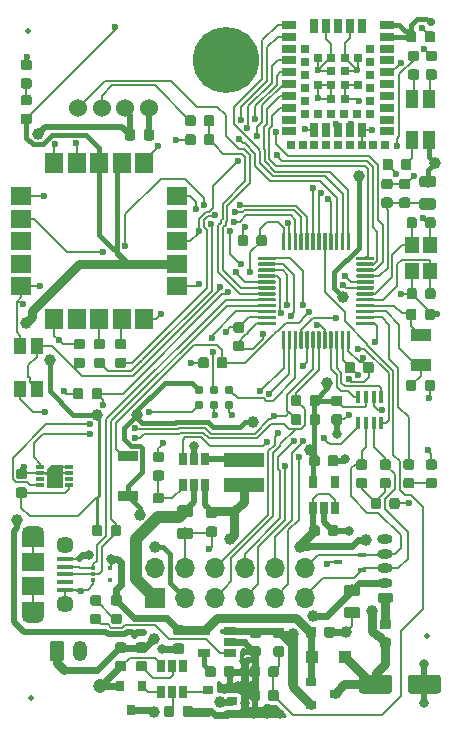
<source format=gtl>
G04 #@! TF.GenerationSoftware,KiCad,Pcbnew,(5.0.1-3-g963ef8bb5)*
G04 #@! TF.CreationDate,2019-12-03T23:22:12+01:00*
G04 #@! TF.ProjectId,oibus-mini-CCC,6F696275732D6D696E692D4343432E6B,rev?*
G04 #@! TF.SameCoordinates,Original*
G04 #@! TF.FileFunction,Copper,L1,Top,Signal*
G04 #@! TF.FilePolarity,Positive*
%FSLAX46Y46*%
G04 Gerber Fmt 4.6, Leading zero omitted, Abs format (unit mm)*
G04 Created by KiCad (PCBNEW (5.0.1-3-g963ef8bb5)) date 2019 December 03, Tuesday 23:22:12*
%MOMM*%
%LPD*%
G01*
G04 APERTURE LIST*
G04 #@! TA.AperFunction,EtchedComponent*
%ADD10C,0.001000*%
G04 #@! TD*
G04 #@! TA.AperFunction,Conductor*
%ADD11C,0.149860*%
G04 #@! TD*
G04 #@! TA.AperFunction,SMDPad,CuDef*
%ADD12C,0.875000*%
G04 #@! TD*
G04 #@! TA.AperFunction,SMDPad,CuDef*
%ADD13C,0.300000*%
G04 #@! TD*
G04 #@! TA.AperFunction,SMDPad,CuDef*
%ADD14C,0.975000*%
G04 #@! TD*
G04 #@! TA.AperFunction,BGAPad,CuDef*
%ADD15C,0.500000*%
G04 #@! TD*
G04 #@! TA.AperFunction,ComponentPad*
%ADD16C,5.600000*%
G04 #@! TD*
G04 #@! TA.AperFunction,SMDPad,CuDef*
%ADD17R,0.700000X0.450000*%
G04 #@! TD*
G04 #@! TA.AperFunction,ConnectorPad*
%ADD18C,0.787400*%
G04 #@! TD*
G04 #@! TA.AperFunction,SMDPad,CuDef*
%ADD19C,1.600000*%
G04 #@! TD*
G04 #@! TA.AperFunction,SMDPad,CuDef*
%ADD20R,0.400000X1.060000*%
G04 #@! TD*
G04 #@! TA.AperFunction,SMDPad,CuDef*
%ADD21R,1.200000X1.400000*%
G04 #@! TD*
G04 #@! TA.AperFunction,ComponentPad*
%ADD22O,1.700000X1.700000*%
G04 #@! TD*
G04 #@! TA.AperFunction,ComponentPad*
%ADD23R,1.700000X1.700000*%
G04 #@! TD*
G04 #@! TA.AperFunction,SMDPad,CuDef*
%ADD24R,1.500000X1.800000*%
G04 #@! TD*
G04 #@! TA.AperFunction,SMDPad,CuDef*
%ADD25R,1.800000X1.500000*%
G04 #@! TD*
G04 #@! TA.AperFunction,SMDPad,CuDef*
%ADD26R,0.200000X1.000000*%
G04 #@! TD*
G04 #@! TA.AperFunction,SMDPad,CuDef*
%ADD27R,0.800000X0.300000*%
G04 #@! TD*
G04 #@! TA.AperFunction,SMDPad,CuDef*
%ADD28R,1.150000X0.700000*%
G04 #@! TD*
G04 #@! TA.AperFunction,SMDPad,CuDef*
%ADD29R,0.700000X1.150000*%
G04 #@! TD*
G04 #@! TA.AperFunction,SMDPad,CuDef*
%ADD30R,0.700000X0.700000*%
G04 #@! TD*
G04 #@! TA.AperFunction,ComponentPad*
%ADD31C,1.200000*%
G04 #@! TD*
G04 #@! TA.AperFunction,ComponentPad*
%ADD32O,1.200000X1.750000*%
G04 #@! TD*
G04 #@! TA.AperFunction,SMDPad,CuDef*
%ADD33R,3.400000X1.300000*%
G04 #@! TD*
G04 #@! TA.AperFunction,SMDPad,CuDef*
%ADD34R,0.900000X0.800000*%
G04 #@! TD*
G04 #@! TA.AperFunction,SMDPad,CuDef*
%ADD35R,0.650000X1.060000*%
G04 #@! TD*
G04 #@! TA.AperFunction,SMDPad,CuDef*
%ADD36R,1.060000X0.650000*%
G04 #@! TD*
G04 #@! TA.AperFunction,SMDPad,CuDef*
%ADD37R,1.900000X1.500000*%
G04 #@! TD*
G04 #@! TA.AperFunction,ComponentPad*
%ADD38C,1.450000*%
G04 #@! TD*
G04 #@! TA.AperFunction,SMDPad,CuDef*
%ADD39R,1.350000X0.400000*%
G04 #@! TD*
G04 #@! TA.AperFunction,ComponentPad*
%ADD40O,1.900000X1.200000*%
G04 #@! TD*
G04 #@! TA.AperFunction,SMDPad,CuDef*
%ADD41R,1.900000X1.200000*%
G04 #@! TD*
G04 #@! TA.AperFunction,ComponentPad*
%ADD42C,0.800000*%
G04 #@! TD*
G04 #@! TA.AperFunction,ComponentPad*
%ADD43O,1.300000X0.800000*%
G04 #@! TD*
G04 #@! TA.AperFunction,SMDPad,CuDef*
%ADD44R,1.000000X1.500000*%
G04 #@! TD*
G04 #@! TA.AperFunction,SMDPad,CuDef*
%ADD45R,0.800000X0.900000*%
G04 #@! TD*
G04 #@! TA.AperFunction,ComponentPad*
%ADD46C,1.524000*%
G04 #@! TD*
G04 #@! TA.AperFunction,SMDPad,CuDef*
%ADD47R,0.450000X0.300000*%
G04 #@! TD*
G04 #@! TA.AperFunction,SMDPad,CuDef*
%ADD48R,1.100000X1.100000*%
G04 #@! TD*
G04 #@! TA.AperFunction,SMDPad,CuDef*
%ADD49R,1.800000X1.000000*%
G04 #@! TD*
G04 #@! TA.AperFunction,SMDPad,CuDef*
%ADD50R,1.700000X0.900000*%
G04 #@! TD*
G04 #@! TA.AperFunction,SMDPad,CuDef*
%ADD51R,1.050000X1.400000*%
G04 #@! TD*
G04 #@! TA.AperFunction,ViaPad*
%ADD52C,0.800000*%
G04 #@! TD*
G04 #@! TA.AperFunction,ViaPad*
%ADD53C,0.600000*%
G04 #@! TD*
G04 #@! TA.AperFunction,ViaPad*
%ADD54C,1.000000*%
G04 #@! TD*
G04 #@! TA.AperFunction,ViaPad*
%ADD55C,0.700000*%
G04 #@! TD*
G04 #@! TA.AperFunction,ViaPad*
%ADD56C,1.200000*%
G04 #@! TD*
G04 #@! TA.AperFunction,Conductor*
%ADD57C,0.200000*%
G04 #@! TD*
G04 #@! TA.AperFunction,Conductor*
%ADD58C,0.600000*%
G04 #@! TD*
G04 #@! TA.AperFunction,Conductor*
%ADD59C,0.800000*%
G04 #@! TD*
G04 #@! TA.AperFunction,Conductor*
%ADD60C,0.500000*%
G04 #@! TD*
G04 #@! TA.AperFunction,Conductor*
%ADD61C,0.150000*%
G04 #@! TD*
G04 #@! TA.AperFunction,Conductor*
%ADD62C,0.400000*%
G04 #@! TD*
G04 #@! TA.AperFunction,Conductor*
%ADD63C,0.250000*%
G04 #@! TD*
G04 #@! TA.AperFunction,Conductor*
%ADD64C,1.000000*%
G04 #@! TD*
G04 #@! TA.AperFunction,Conductor*
%ADD65C,0.254000*%
G04 #@! TD*
G04 APERTURE END LIST*
D10*
G04 #@! TO.C,U6*
G36*
X3700000Y21750000D02*
X4600000Y21750000D01*
X4600000Y19850000D01*
X3400000Y19850000D01*
X3400000Y21450000D01*
X3700000Y21750000D01*
G37*
X3700000Y21750000D02*
X4600000Y21750000D01*
X4600000Y19850000D01*
X3400000Y19850000D01*
X3400000Y21450000D01*
X3700000Y21750000D01*
G04 #@! TD*
D11*
G04 #@! TO.N,GND*
G04 #@! TO.C,C18*
G36*
X6252691Y28273947D02*
X6273926Y28270797D01*
X6294750Y28265581D01*
X6314962Y28258349D01*
X6334368Y28249170D01*
X6352781Y28238134D01*
X6370024Y28225346D01*
X6385930Y28210930D01*
X6400346Y28195024D01*
X6413134Y28177781D01*
X6424170Y28159368D01*
X6433349Y28139962D01*
X6440581Y28119750D01*
X6445797Y28098926D01*
X6448947Y28077691D01*
X6450000Y28056250D01*
X6450000Y27543750D01*
X6448947Y27522309D01*
X6445797Y27501074D01*
X6440581Y27480250D01*
X6433349Y27460038D01*
X6424170Y27440632D01*
X6413134Y27422219D01*
X6400346Y27404976D01*
X6385930Y27389070D01*
X6370024Y27374654D01*
X6352781Y27361866D01*
X6334368Y27350830D01*
X6314962Y27341651D01*
X6294750Y27334419D01*
X6273926Y27329203D01*
X6252691Y27326053D01*
X6231250Y27325000D01*
X5793750Y27325000D01*
X5772309Y27326053D01*
X5751074Y27329203D01*
X5730250Y27334419D01*
X5710038Y27341651D01*
X5690632Y27350830D01*
X5672219Y27361866D01*
X5654976Y27374654D01*
X5639070Y27389070D01*
X5624654Y27404976D01*
X5611866Y27422219D01*
X5600830Y27440632D01*
X5591651Y27460038D01*
X5584419Y27480250D01*
X5579203Y27501074D01*
X5576053Y27522309D01*
X5575000Y27543750D01*
X5575000Y28056250D01*
X5576053Y28077691D01*
X5579203Y28098926D01*
X5584419Y28119750D01*
X5591651Y28139962D01*
X5600830Y28159368D01*
X5611866Y28177781D01*
X5624654Y28195024D01*
X5639070Y28210930D01*
X5654976Y28225346D01*
X5672219Y28238134D01*
X5690632Y28249170D01*
X5710038Y28258349D01*
X5730250Y28265581D01*
X5751074Y28270797D01*
X5772309Y28273947D01*
X5793750Y28275000D01*
X6231250Y28275000D01*
X6252691Y28273947D01*
X6252691Y28273947D01*
G37*
D12*
G04 #@! TD*
G04 #@! TO.P,C18,2*
G04 #@! TO.N,GND*
X6012500Y27800000D03*
D11*
G04 #@! TO.N,/~RESET*
G04 #@! TO.C,C18*
G36*
X7827691Y28273947D02*
X7848926Y28270797D01*
X7869750Y28265581D01*
X7889962Y28258349D01*
X7909368Y28249170D01*
X7927781Y28238134D01*
X7945024Y28225346D01*
X7960930Y28210930D01*
X7975346Y28195024D01*
X7988134Y28177781D01*
X7999170Y28159368D01*
X8008349Y28139962D01*
X8015581Y28119750D01*
X8020797Y28098926D01*
X8023947Y28077691D01*
X8025000Y28056250D01*
X8025000Y27543750D01*
X8023947Y27522309D01*
X8020797Y27501074D01*
X8015581Y27480250D01*
X8008349Y27460038D01*
X7999170Y27440632D01*
X7988134Y27422219D01*
X7975346Y27404976D01*
X7960930Y27389070D01*
X7945024Y27374654D01*
X7927781Y27361866D01*
X7909368Y27350830D01*
X7889962Y27341651D01*
X7869750Y27334419D01*
X7848926Y27329203D01*
X7827691Y27326053D01*
X7806250Y27325000D01*
X7368750Y27325000D01*
X7347309Y27326053D01*
X7326074Y27329203D01*
X7305250Y27334419D01*
X7285038Y27341651D01*
X7265632Y27350830D01*
X7247219Y27361866D01*
X7229976Y27374654D01*
X7214070Y27389070D01*
X7199654Y27404976D01*
X7186866Y27422219D01*
X7175830Y27440632D01*
X7166651Y27460038D01*
X7159419Y27480250D01*
X7154203Y27501074D01*
X7151053Y27522309D01*
X7150000Y27543750D01*
X7150000Y28056250D01*
X7151053Y28077691D01*
X7154203Y28098926D01*
X7159419Y28119750D01*
X7166651Y28139962D01*
X7175830Y28159368D01*
X7186866Y28177781D01*
X7199654Y28195024D01*
X7214070Y28210930D01*
X7229976Y28225346D01*
X7247219Y28238134D01*
X7265632Y28249170D01*
X7285038Y28258349D01*
X7305250Y28265581D01*
X7326074Y28270797D01*
X7347309Y28273947D01*
X7368750Y28275000D01*
X7806250Y28275000D01*
X7827691Y28273947D01*
X7827691Y28273947D01*
G37*
D12*
G04 #@! TD*
G04 #@! TO.P,C18,1*
G04 #@! TO.N,/~RESET*
X7587500Y27800000D03*
D11*
G04 #@! TO.N,+3V3*
G04 #@! TO.C,U8*
G36*
X28973975Y33074639D02*
X28981256Y33073559D01*
X28988395Y33071771D01*
X28995325Y33069291D01*
X29001979Y33066144D01*
X29008292Y33062360D01*
X29014203Y33057976D01*
X29019657Y33053033D01*
X29024600Y33047579D01*
X29028984Y33041668D01*
X29032768Y33035355D01*
X29035915Y33028701D01*
X29038395Y33021771D01*
X29040183Y33014632D01*
X29041263Y33007351D01*
X29041624Y33000000D01*
X29041624Y31675000D01*
X29041263Y31667649D01*
X29040183Y31660368D01*
X29038395Y31653229D01*
X29035915Y31646299D01*
X29032768Y31639645D01*
X29028984Y31633332D01*
X29024600Y31627421D01*
X29019657Y31621967D01*
X29014203Y31617024D01*
X29008292Y31612640D01*
X29001979Y31608856D01*
X28995325Y31605709D01*
X28988395Y31603229D01*
X28981256Y31601441D01*
X28973975Y31600361D01*
X28966624Y31600000D01*
X28816624Y31600000D01*
X28809273Y31600361D01*
X28801992Y31601441D01*
X28794853Y31603229D01*
X28787923Y31605709D01*
X28781269Y31608856D01*
X28774956Y31612640D01*
X28769045Y31617024D01*
X28763591Y31621967D01*
X28758648Y31627421D01*
X28754264Y31633332D01*
X28750480Y31639645D01*
X28747333Y31646299D01*
X28744853Y31653229D01*
X28743065Y31660368D01*
X28741985Y31667649D01*
X28741624Y31675000D01*
X28741624Y33000000D01*
X28741985Y33007351D01*
X28743065Y33014632D01*
X28744853Y33021771D01*
X28747333Y33028701D01*
X28750480Y33035355D01*
X28754264Y33041668D01*
X28758648Y33047579D01*
X28763591Y33053033D01*
X28769045Y33057976D01*
X28774956Y33062360D01*
X28781269Y33066144D01*
X28787923Y33069291D01*
X28794853Y33071771D01*
X28801992Y33073559D01*
X28809273Y33074639D01*
X28816624Y33075000D01*
X28966624Y33075000D01*
X28973975Y33074639D01*
X28973975Y33074639D01*
G37*
D13*
G04 #@! TD*
G04 #@! TO.P,U8,48*
G04 #@! TO.N,+3V3*
X28891624Y32337500D03*
D11*
G04 #@! TO.N,GND*
G04 #@! TO.C,U8*
G36*
X28473975Y33074639D02*
X28481256Y33073559D01*
X28488395Y33071771D01*
X28495325Y33069291D01*
X28501979Y33066144D01*
X28508292Y33062360D01*
X28514203Y33057976D01*
X28519657Y33053033D01*
X28524600Y33047579D01*
X28528984Y33041668D01*
X28532768Y33035355D01*
X28535915Y33028701D01*
X28538395Y33021771D01*
X28540183Y33014632D01*
X28541263Y33007351D01*
X28541624Y33000000D01*
X28541624Y31675000D01*
X28541263Y31667649D01*
X28540183Y31660368D01*
X28538395Y31653229D01*
X28535915Y31646299D01*
X28532768Y31639645D01*
X28528984Y31633332D01*
X28524600Y31627421D01*
X28519657Y31621967D01*
X28514203Y31617024D01*
X28508292Y31612640D01*
X28501979Y31608856D01*
X28495325Y31605709D01*
X28488395Y31603229D01*
X28481256Y31601441D01*
X28473975Y31600361D01*
X28466624Y31600000D01*
X28316624Y31600000D01*
X28309273Y31600361D01*
X28301992Y31601441D01*
X28294853Y31603229D01*
X28287923Y31605709D01*
X28281269Y31608856D01*
X28274956Y31612640D01*
X28269045Y31617024D01*
X28263591Y31621967D01*
X28258648Y31627421D01*
X28254264Y31633332D01*
X28250480Y31639645D01*
X28247333Y31646299D01*
X28244853Y31653229D01*
X28243065Y31660368D01*
X28241985Y31667649D01*
X28241624Y31675000D01*
X28241624Y33000000D01*
X28241985Y33007351D01*
X28243065Y33014632D01*
X28244853Y33021771D01*
X28247333Y33028701D01*
X28250480Y33035355D01*
X28254264Y33041668D01*
X28258648Y33047579D01*
X28263591Y33053033D01*
X28269045Y33057976D01*
X28274956Y33062360D01*
X28281269Y33066144D01*
X28287923Y33069291D01*
X28294853Y33071771D01*
X28301992Y33073559D01*
X28309273Y33074639D01*
X28316624Y33075000D01*
X28466624Y33075000D01*
X28473975Y33074639D01*
X28473975Y33074639D01*
G37*
D13*
G04 #@! TD*
G04 #@! TO.P,U8,47*
G04 #@! TO.N,GND*
X28391624Y32337500D03*
D11*
G04 #@! TO.N,/CAN_TX*
G04 #@! TO.C,U8*
G36*
X27973975Y33074639D02*
X27981256Y33073559D01*
X27988395Y33071771D01*
X27995325Y33069291D01*
X28001979Y33066144D01*
X28008292Y33062360D01*
X28014203Y33057976D01*
X28019657Y33053033D01*
X28024600Y33047579D01*
X28028984Y33041668D01*
X28032768Y33035355D01*
X28035915Y33028701D01*
X28038395Y33021771D01*
X28040183Y33014632D01*
X28041263Y33007351D01*
X28041624Y33000000D01*
X28041624Y31675000D01*
X28041263Y31667649D01*
X28040183Y31660368D01*
X28038395Y31653229D01*
X28035915Y31646299D01*
X28032768Y31639645D01*
X28028984Y31633332D01*
X28024600Y31627421D01*
X28019657Y31621967D01*
X28014203Y31617024D01*
X28008292Y31612640D01*
X28001979Y31608856D01*
X27995325Y31605709D01*
X27988395Y31603229D01*
X27981256Y31601441D01*
X27973975Y31600361D01*
X27966624Y31600000D01*
X27816624Y31600000D01*
X27809273Y31600361D01*
X27801992Y31601441D01*
X27794853Y31603229D01*
X27787923Y31605709D01*
X27781269Y31608856D01*
X27774956Y31612640D01*
X27769045Y31617024D01*
X27763591Y31621967D01*
X27758648Y31627421D01*
X27754264Y31633332D01*
X27750480Y31639645D01*
X27747333Y31646299D01*
X27744853Y31653229D01*
X27743065Y31660368D01*
X27741985Y31667649D01*
X27741624Y31675000D01*
X27741624Y33000000D01*
X27741985Y33007351D01*
X27743065Y33014632D01*
X27744853Y33021771D01*
X27747333Y33028701D01*
X27750480Y33035355D01*
X27754264Y33041668D01*
X27758648Y33047579D01*
X27763591Y33053033D01*
X27769045Y33057976D01*
X27774956Y33062360D01*
X27781269Y33066144D01*
X27787923Y33069291D01*
X27794853Y33071771D01*
X27801992Y33073559D01*
X27809273Y33074639D01*
X27816624Y33075000D01*
X27966624Y33075000D01*
X27973975Y33074639D01*
X27973975Y33074639D01*
G37*
D13*
G04 #@! TD*
G04 #@! TO.P,U8,46*
G04 #@! TO.N,/CAN_TX*
X27891624Y32337500D03*
D11*
G04 #@! TO.N,/CAN_RX*
G04 #@! TO.C,U8*
G36*
X27473975Y33074639D02*
X27481256Y33073559D01*
X27488395Y33071771D01*
X27495325Y33069291D01*
X27501979Y33066144D01*
X27508292Y33062360D01*
X27514203Y33057976D01*
X27519657Y33053033D01*
X27524600Y33047579D01*
X27528984Y33041668D01*
X27532768Y33035355D01*
X27535915Y33028701D01*
X27538395Y33021771D01*
X27540183Y33014632D01*
X27541263Y33007351D01*
X27541624Y33000000D01*
X27541624Y31675000D01*
X27541263Y31667649D01*
X27540183Y31660368D01*
X27538395Y31653229D01*
X27535915Y31646299D01*
X27532768Y31639645D01*
X27528984Y31633332D01*
X27524600Y31627421D01*
X27519657Y31621967D01*
X27514203Y31617024D01*
X27508292Y31612640D01*
X27501979Y31608856D01*
X27495325Y31605709D01*
X27488395Y31603229D01*
X27481256Y31601441D01*
X27473975Y31600361D01*
X27466624Y31600000D01*
X27316624Y31600000D01*
X27309273Y31600361D01*
X27301992Y31601441D01*
X27294853Y31603229D01*
X27287923Y31605709D01*
X27281269Y31608856D01*
X27274956Y31612640D01*
X27269045Y31617024D01*
X27263591Y31621967D01*
X27258648Y31627421D01*
X27254264Y31633332D01*
X27250480Y31639645D01*
X27247333Y31646299D01*
X27244853Y31653229D01*
X27243065Y31660368D01*
X27241985Y31667649D01*
X27241624Y31675000D01*
X27241624Y33000000D01*
X27241985Y33007351D01*
X27243065Y33014632D01*
X27244853Y33021771D01*
X27247333Y33028701D01*
X27250480Y33035355D01*
X27254264Y33041668D01*
X27258648Y33047579D01*
X27263591Y33053033D01*
X27269045Y33057976D01*
X27274956Y33062360D01*
X27281269Y33066144D01*
X27287923Y33069291D01*
X27294853Y33071771D01*
X27301992Y33073559D01*
X27309273Y33074639D01*
X27316624Y33075000D01*
X27466624Y33075000D01*
X27473975Y33074639D01*
X27473975Y33074639D01*
G37*
D13*
G04 #@! TD*
G04 #@! TO.P,U8,45*
G04 #@! TO.N,/CAN_RX*
X27391624Y32337500D03*
D11*
G04 #@! TO.N,/BOOT*
G04 #@! TO.C,U8*
G36*
X26973975Y33074639D02*
X26981256Y33073559D01*
X26988395Y33071771D01*
X26995325Y33069291D01*
X27001979Y33066144D01*
X27008292Y33062360D01*
X27014203Y33057976D01*
X27019657Y33053033D01*
X27024600Y33047579D01*
X27028984Y33041668D01*
X27032768Y33035355D01*
X27035915Y33028701D01*
X27038395Y33021771D01*
X27040183Y33014632D01*
X27041263Y33007351D01*
X27041624Y33000000D01*
X27041624Y31675000D01*
X27041263Y31667649D01*
X27040183Y31660368D01*
X27038395Y31653229D01*
X27035915Y31646299D01*
X27032768Y31639645D01*
X27028984Y31633332D01*
X27024600Y31627421D01*
X27019657Y31621967D01*
X27014203Y31617024D01*
X27008292Y31612640D01*
X27001979Y31608856D01*
X26995325Y31605709D01*
X26988395Y31603229D01*
X26981256Y31601441D01*
X26973975Y31600361D01*
X26966624Y31600000D01*
X26816624Y31600000D01*
X26809273Y31600361D01*
X26801992Y31601441D01*
X26794853Y31603229D01*
X26787923Y31605709D01*
X26781269Y31608856D01*
X26774956Y31612640D01*
X26769045Y31617024D01*
X26763591Y31621967D01*
X26758648Y31627421D01*
X26754264Y31633332D01*
X26750480Y31639645D01*
X26747333Y31646299D01*
X26744853Y31653229D01*
X26743065Y31660368D01*
X26741985Y31667649D01*
X26741624Y31675000D01*
X26741624Y33000000D01*
X26741985Y33007351D01*
X26743065Y33014632D01*
X26744853Y33021771D01*
X26747333Y33028701D01*
X26750480Y33035355D01*
X26754264Y33041668D01*
X26758648Y33047579D01*
X26763591Y33053033D01*
X26769045Y33057976D01*
X26774956Y33062360D01*
X26781269Y33066144D01*
X26787923Y33069291D01*
X26794853Y33071771D01*
X26801992Y33073559D01*
X26809273Y33074639D01*
X26816624Y33075000D01*
X26966624Y33075000D01*
X26973975Y33074639D01*
X26973975Y33074639D01*
G37*
D13*
G04 #@! TD*
G04 #@! TO.P,U8,44*
G04 #@! TO.N,/BOOT*
X26891624Y32337500D03*
D11*
G04 #@! TO.N,/SDA*
G04 #@! TO.C,U8*
G36*
X26473975Y33074639D02*
X26481256Y33073559D01*
X26488395Y33071771D01*
X26495325Y33069291D01*
X26501979Y33066144D01*
X26508292Y33062360D01*
X26514203Y33057976D01*
X26519657Y33053033D01*
X26524600Y33047579D01*
X26528984Y33041668D01*
X26532768Y33035355D01*
X26535915Y33028701D01*
X26538395Y33021771D01*
X26540183Y33014632D01*
X26541263Y33007351D01*
X26541624Y33000000D01*
X26541624Y31675000D01*
X26541263Y31667649D01*
X26540183Y31660368D01*
X26538395Y31653229D01*
X26535915Y31646299D01*
X26532768Y31639645D01*
X26528984Y31633332D01*
X26524600Y31627421D01*
X26519657Y31621967D01*
X26514203Y31617024D01*
X26508292Y31612640D01*
X26501979Y31608856D01*
X26495325Y31605709D01*
X26488395Y31603229D01*
X26481256Y31601441D01*
X26473975Y31600361D01*
X26466624Y31600000D01*
X26316624Y31600000D01*
X26309273Y31600361D01*
X26301992Y31601441D01*
X26294853Y31603229D01*
X26287923Y31605709D01*
X26281269Y31608856D01*
X26274956Y31612640D01*
X26269045Y31617024D01*
X26263591Y31621967D01*
X26258648Y31627421D01*
X26254264Y31633332D01*
X26250480Y31639645D01*
X26247333Y31646299D01*
X26244853Y31653229D01*
X26243065Y31660368D01*
X26241985Y31667649D01*
X26241624Y31675000D01*
X26241624Y33000000D01*
X26241985Y33007351D01*
X26243065Y33014632D01*
X26244853Y33021771D01*
X26247333Y33028701D01*
X26250480Y33035355D01*
X26254264Y33041668D01*
X26258648Y33047579D01*
X26263591Y33053033D01*
X26269045Y33057976D01*
X26274956Y33062360D01*
X26281269Y33066144D01*
X26287923Y33069291D01*
X26294853Y33071771D01*
X26301992Y33073559D01*
X26309273Y33074639D01*
X26316624Y33075000D01*
X26466624Y33075000D01*
X26473975Y33074639D01*
X26473975Y33074639D01*
G37*
D13*
G04 #@! TD*
G04 #@! TO.P,U8,43*
G04 #@! TO.N,/SDA*
X26391624Y32337500D03*
D11*
G04 #@! TO.N,/SCL*
G04 #@! TO.C,U8*
G36*
X25973975Y33074639D02*
X25981256Y33073559D01*
X25988395Y33071771D01*
X25995325Y33069291D01*
X26001979Y33066144D01*
X26008292Y33062360D01*
X26014203Y33057976D01*
X26019657Y33053033D01*
X26024600Y33047579D01*
X26028984Y33041668D01*
X26032768Y33035355D01*
X26035915Y33028701D01*
X26038395Y33021771D01*
X26040183Y33014632D01*
X26041263Y33007351D01*
X26041624Y33000000D01*
X26041624Y31675000D01*
X26041263Y31667649D01*
X26040183Y31660368D01*
X26038395Y31653229D01*
X26035915Y31646299D01*
X26032768Y31639645D01*
X26028984Y31633332D01*
X26024600Y31627421D01*
X26019657Y31621967D01*
X26014203Y31617024D01*
X26008292Y31612640D01*
X26001979Y31608856D01*
X25995325Y31605709D01*
X25988395Y31603229D01*
X25981256Y31601441D01*
X25973975Y31600361D01*
X25966624Y31600000D01*
X25816624Y31600000D01*
X25809273Y31600361D01*
X25801992Y31601441D01*
X25794853Y31603229D01*
X25787923Y31605709D01*
X25781269Y31608856D01*
X25774956Y31612640D01*
X25769045Y31617024D01*
X25763591Y31621967D01*
X25758648Y31627421D01*
X25754264Y31633332D01*
X25750480Y31639645D01*
X25747333Y31646299D01*
X25744853Y31653229D01*
X25743065Y31660368D01*
X25741985Y31667649D01*
X25741624Y31675000D01*
X25741624Y33000000D01*
X25741985Y33007351D01*
X25743065Y33014632D01*
X25744853Y33021771D01*
X25747333Y33028701D01*
X25750480Y33035355D01*
X25754264Y33041668D01*
X25758648Y33047579D01*
X25763591Y33053033D01*
X25769045Y33057976D01*
X25774956Y33062360D01*
X25781269Y33066144D01*
X25787923Y33069291D01*
X25794853Y33071771D01*
X25801992Y33073559D01*
X25809273Y33074639D01*
X25816624Y33075000D01*
X25966624Y33075000D01*
X25973975Y33074639D01*
X25973975Y33074639D01*
G37*
D13*
G04 #@! TD*
G04 #@! TO.P,U8,42*
G04 #@! TO.N,/SCL*
X25891624Y32337500D03*
D11*
G04 #@! TO.N,/CAN_SHDN*
G04 #@! TO.C,U8*
G36*
X25473975Y33074639D02*
X25481256Y33073559D01*
X25488395Y33071771D01*
X25495325Y33069291D01*
X25501979Y33066144D01*
X25508292Y33062360D01*
X25514203Y33057976D01*
X25519657Y33053033D01*
X25524600Y33047579D01*
X25528984Y33041668D01*
X25532768Y33035355D01*
X25535915Y33028701D01*
X25538395Y33021771D01*
X25540183Y33014632D01*
X25541263Y33007351D01*
X25541624Y33000000D01*
X25541624Y31675000D01*
X25541263Y31667649D01*
X25540183Y31660368D01*
X25538395Y31653229D01*
X25535915Y31646299D01*
X25532768Y31639645D01*
X25528984Y31633332D01*
X25524600Y31627421D01*
X25519657Y31621967D01*
X25514203Y31617024D01*
X25508292Y31612640D01*
X25501979Y31608856D01*
X25495325Y31605709D01*
X25488395Y31603229D01*
X25481256Y31601441D01*
X25473975Y31600361D01*
X25466624Y31600000D01*
X25316624Y31600000D01*
X25309273Y31600361D01*
X25301992Y31601441D01*
X25294853Y31603229D01*
X25287923Y31605709D01*
X25281269Y31608856D01*
X25274956Y31612640D01*
X25269045Y31617024D01*
X25263591Y31621967D01*
X25258648Y31627421D01*
X25254264Y31633332D01*
X25250480Y31639645D01*
X25247333Y31646299D01*
X25244853Y31653229D01*
X25243065Y31660368D01*
X25241985Y31667649D01*
X25241624Y31675000D01*
X25241624Y33000000D01*
X25241985Y33007351D01*
X25243065Y33014632D01*
X25244853Y33021771D01*
X25247333Y33028701D01*
X25250480Y33035355D01*
X25254264Y33041668D01*
X25258648Y33047579D01*
X25263591Y33053033D01*
X25269045Y33057976D01*
X25274956Y33062360D01*
X25281269Y33066144D01*
X25287923Y33069291D01*
X25294853Y33071771D01*
X25301992Y33073559D01*
X25309273Y33074639D01*
X25316624Y33075000D01*
X25466624Y33075000D01*
X25473975Y33074639D01*
X25473975Y33074639D01*
G37*
D13*
G04 #@! TD*
G04 #@! TO.P,U8,41*
G04 #@! TO.N,/CAN_SHDN*
X25391624Y32337500D03*
D11*
G04 #@! TO.N,/CAN_SILENT*
G04 #@! TO.C,U8*
G36*
X24973975Y33074639D02*
X24981256Y33073559D01*
X24988395Y33071771D01*
X24995325Y33069291D01*
X25001979Y33066144D01*
X25008292Y33062360D01*
X25014203Y33057976D01*
X25019657Y33053033D01*
X25024600Y33047579D01*
X25028984Y33041668D01*
X25032768Y33035355D01*
X25035915Y33028701D01*
X25038395Y33021771D01*
X25040183Y33014632D01*
X25041263Y33007351D01*
X25041624Y33000000D01*
X25041624Y31675000D01*
X25041263Y31667649D01*
X25040183Y31660368D01*
X25038395Y31653229D01*
X25035915Y31646299D01*
X25032768Y31639645D01*
X25028984Y31633332D01*
X25024600Y31627421D01*
X25019657Y31621967D01*
X25014203Y31617024D01*
X25008292Y31612640D01*
X25001979Y31608856D01*
X24995325Y31605709D01*
X24988395Y31603229D01*
X24981256Y31601441D01*
X24973975Y31600361D01*
X24966624Y31600000D01*
X24816624Y31600000D01*
X24809273Y31600361D01*
X24801992Y31601441D01*
X24794853Y31603229D01*
X24787923Y31605709D01*
X24781269Y31608856D01*
X24774956Y31612640D01*
X24769045Y31617024D01*
X24763591Y31621967D01*
X24758648Y31627421D01*
X24754264Y31633332D01*
X24750480Y31639645D01*
X24747333Y31646299D01*
X24744853Y31653229D01*
X24743065Y31660368D01*
X24741985Y31667649D01*
X24741624Y31675000D01*
X24741624Y33000000D01*
X24741985Y33007351D01*
X24743065Y33014632D01*
X24744853Y33021771D01*
X24747333Y33028701D01*
X24750480Y33035355D01*
X24754264Y33041668D01*
X24758648Y33047579D01*
X24763591Y33053033D01*
X24769045Y33057976D01*
X24774956Y33062360D01*
X24781269Y33066144D01*
X24787923Y33069291D01*
X24794853Y33071771D01*
X24801992Y33073559D01*
X24809273Y33074639D01*
X24816624Y33075000D01*
X24966624Y33075000D01*
X24973975Y33074639D01*
X24973975Y33074639D01*
G37*
D13*
G04 #@! TD*
G04 #@! TO.P,U8,40*
G04 #@! TO.N,/CAN_SILENT*
X24891624Y32337500D03*
D11*
G04 #@! TO.N,/SWDSWO*
G04 #@! TO.C,U8*
G36*
X24473975Y33074639D02*
X24481256Y33073559D01*
X24488395Y33071771D01*
X24495325Y33069291D01*
X24501979Y33066144D01*
X24508292Y33062360D01*
X24514203Y33057976D01*
X24519657Y33053033D01*
X24524600Y33047579D01*
X24528984Y33041668D01*
X24532768Y33035355D01*
X24535915Y33028701D01*
X24538395Y33021771D01*
X24540183Y33014632D01*
X24541263Y33007351D01*
X24541624Y33000000D01*
X24541624Y31675000D01*
X24541263Y31667649D01*
X24540183Y31660368D01*
X24538395Y31653229D01*
X24535915Y31646299D01*
X24532768Y31639645D01*
X24528984Y31633332D01*
X24524600Y31627421D01*
X24519657Y31621967D01*
X24514203Y31617024D01*
X24508292Y31612640D01*
X24501979Y31608856D01*
X24495325Y31605709D01*
X24488395Y31603229D01*
X24481256Y31601441D01*
X24473975Y31600361D01*
X24466624Y31600000D01*
X24316624Y31600000D01*
X24309273Y31600361D01*
X24301992Y31601441D01*
X24294853Y31603229D01*
X24287923Y31605709D01*
X24281269Y31608856D01*
X24274956Y31612640D01*
X24269045Y31617024D01*
X24263591Y31621967D01*
X24258648Y31627421D01*
X24254264Y31633332D01*
X24250480Y31639645D01*
X24247333Y31646299D01*
X24244853Y31653229D01*
X24243065Y31660368D01*
X24241985Y31667649D01*
X24241624Y31675000D01*
X24241624Y33000000D01*
X24241985Y33007351D01*
X24243065Y33014632D01*
X24244853Y33021771D01*
X24247333Y33028701D01*
X24250480Y33035355D01*
X24254264Y33041668D01*
X24258648Y33047579D01*
X24263591Y33053033D01*
X24269045Y33057976D01*
X24274956Y33062360D01*
X24281269Y33066144D01*
X24287923Y33069291D01*
X24294853Y33071771D01*
X24301992Y33073559D01*
X24309273Y33074639D01*
X24316624Y33075000D01*
X24466624Y33075000D01*
X24473975Y33074639D01*
X24473975Y33074639D01*
G37*
D13*
G04 #@! TD*
G04 #@! TO.P,U8,39*
G04 #@! TO.N,/SWDSWO*
X24391624Y32337500D03*
D11*
G04 #@! TO.N,/5V_EN*
G04 #@! TO.C,U8*
G36*
X23973975Y33074639D02*
X23981256Y33073559D01*
X23988395Y33071771D01*
X23995325Y33069291D01*
X24001979Y33066144D01*
X24008292Y33062360D01*
X24014203Y33057976D01*
X24019657Y33053033D01*
X24024600Y33047579D01*
X24028984Y33041668D01*
X24032768Y33035355D01*
X24035915Y33028701D01*
X24038395Y33021771D01*
X24040183Y33014632D01*
X24041263Y33007351D01*
X24041624Y33000000D01*
X24041624Y31675000D01*
X24041263Y31667649D01*
X24040183Y31660368D01*
X24038395Y31653229D01*
X24035915Y31646299D01*
X24032768Y31639645D01*
X24028984Y31633332D01*
X24024600Y31627421D01*
X24019657Y31621967D01*
X24014203Y31617024D01*
X24008292Y31612640D01*
X24001979Y31608856D01*
X23995325Y31605709D01*
X23988395Y31603229D01*
X23981256Y31601441D01*
X23973975Y31600361D01*
X23966624Y31600000D01*
X23816624Y31600000D01*
X23809273Y31600361D01*
X23801992Y31601441D01*
X23794853Y31603229D01*
X23787923Y31605709D01*
X23781269Y31608856D01*
X23774956Y31612640D01*
X23769045Y31617024D01*
X23763591Y31621967D01*
X23758648Y31627421D01*
X23754264Y31633332D01*
X23750480Y31639645D01*
X23747333Y31646299D01*
X23744853Y31653229D01*
X23743065Y31660368D01*
X23741985Y31667649D01*
X23741624Y31675000D01*
X23741624Y33000000D01*
X23741985Y33007351D01*
X23743065Y33014632D01*
X23744853Y33021771D01*
X23747333Y33028701D01*
X23750480Y33035355D01*
X23754264Y33041668D01*
X23758648Y33047579D01*
X23763591Y33053033D01*
X23769045Y33057976D01*
X23774956Y33062360D01*
X23781269Y33066144D01*
X23787923Y33069291D01*
X23794853Y33071771D01*
X23801992Y33073559D01*
X23809273Y33074639D01*
X23816624Y33075000D01*
X23966624Y33075000D01*
X23973975Y33074639D01*
X23973975Y33074639D01*
G37*
D13*
G04 #@! TD*
G04 #@! TO.P,U8,38*
G04 #@! TO.N,/5V_EN*
X23891624Y32337500D03*
D11*
G04 #@! TO.N,/SWDCLK*
G04 #@! TO.C,U8*
G36*
X23473975Y33074639D02*
X23481256Y33073559D01*
X23488395Y33071771D01*
X23495325Y33069291D01*
X23501979Y33066144D01*
X23508292Y33062360D01*
X23514203Y33057976D01*
X23519657Y33053033D01*
X23524600Y33047579D01*
X23528984Y33041668D01*
X23532768Y33035355D01*
X23535915Y33028701D01*
X23538395Y33021771D01*
X23540183Y33014632D01*
X23541263Y33007351D01*
X23541624Y33000000D01*
X23541624Y31675000D01*
X23541263Y31667649D01*
X23540183Y31660368D01*
X23538395Y31653229D01*
X23535915Y31646299D01*
X23532768Y31639645D01*
X23528984Y31633332D01*
X23524600Y31627421D01*
X23519657Y31621967D01*
X23514203Y31617024D01*
X23508292Y31612640D01*
X23501979Y31608856D01*
X23495325Y31605709D01*
X23488395Y31603229D01*
X23481256Y31601441D01*
X23473975Y31600361D01*
X23466624Y31600000D01*
X23316624Y31600000D01*
X23309273Y31600361D01*
X23301992Y31601441D01*
X23294853Y31603229D01*
X23287923Y31605709D01*
X23281269Y31608856D01*
X23274956Y31612640D01*
X23269045Y31617024D01*
X23263591Y31621967D01*
X23258648Y31627421D01*
X23254264Y31633332D01*
X23250480Y31639645D01*
X23247333Y31646299D01*
X23244853Y31653229D01*
X23243065Y31660368D01*
X23241985Y31667649D01*
X23241624Y31675000D01*
X23241624Y33000000D01*
X23241985Y33007351D01*
X23243065Y33014632D01*
X23244853Y33021771D01*
X23247333Y33028701D01*
X23250480Y33035355D01*
X23254264Y33041668D01*
X23258648Y33047579D01*
X23263591Y33053033D01*
X23269045Y33057976D01*
X23274956Y33062360D01*
X23281269Y33066144D01*
X23287923Y33069291D01*
X23294853Y33071771D01*
X23301992Y33073559D01*
X23309273Y33074639D01*
X23316624Y33075000D01*
X23466624Y33075000D01*
X23473975Y33074639D01*
X23473975Y33074639D01*
G37*
D13*
G04 #@! TD*
G04 #@! TO.P,U8,37*
G04 #@! TO.N,/SWDCLK*
X23391624Y32337500D03*
D11*
G04 #@! TO.N,+3V3*
G04 #@! TO.C,U8*
G36*
X22648975Y33899639D02*
X22656256Y33898559D01*
X22663395Y33896771D01*
X22670325Y33894291D01*
X22676979Y33891144D01*
X22683292Y33887360D01*
X22689203Y33882976D01*
X22694657Y33878033D01*
X22699600Y33872579D01*
X22703984Y33866668D01*
X22707768Y33860355D01*
X22710915Y33853701D01*
X22713395Y33846771D01*
X22715183Y33839632D01*
X22716263Y33832351D01*
X22716624Y33825000D01*
X22716624Y33675000D01*
X22716263Y33667649D01*
X22715183Y33660368D01*
X22713395Y33653229D01*
X22710915Y33646299D01*
X22707768Y33639645D01*
X22703984Y33633332D01*
X22699600Y33627421D01*
X22694657Y33621967D01*
X22689203Y33617024D01*
X22683292Y33612640D01*
X22676979Y33608856D01*
X22670325Y33605709D01*
X22663395Y33603229D01*
X22656256Y33601441D01*
X22648975Y33600361D01*
X22641624Y33600000D01*
X21316624Y33600000D01*
X21309273Y33600361D01*
X21301992Y33601441D01*
X21294853Y33603229D01*
X21287923Y33605709D01*
X21281269Y33608856D01*
X21274956Y33612640D01*
X21269045Y33617024D01*
X21263591Y33621967D01*
X21258648Y33627421D01*
X21254264Y33633332D01*
X21250480Y33639645D01*
X21247333Y33646299D01*
X21244853Y33653229D01*
X21243065Y33660368D01*
X21241985Y33667649D01*
X21241624Y33675000D01*
X21241624Y33825000D01*
X21241985Y33832351D01*
X21243065Y33839632D01*
X21244853Y33846771D01*
X21247333Y33853701D01*
X21250480Y33860355D01*
X21254264Y33866668D01*
X21258648Y33872579D01*
X21263591Y33878033D01*
X21269045Y33882976D01*
X21274956Y33887360D01*
X21281269Y33891144D01*
X21287923Y33894291D01*
X21294853Y33896771D01*
X21301992Y33898559D01*
X21309273Y33899639D01*
X21316624Y33900000D01*
X22641624Y33900000D01*
X22648975Y33899639D01*
X22648975Y33899639D01*
G37*
D13*
G04 #@! TD*
G04 #@! TO.P,U8,36*
G04 #@! TO.N,+3V3*
X21979124Y33750000D03*
D11*
G04 #@! TO.N,GND*
G04 #@! TO.C,U8*
G36*
X22648975Y34399639D02*
X22656256Y34398559D01*
X22663395Y34396771D01*
X22670325Y34394291D01*
X22676979Y34391144D01*
X22683292Y34387360D01*
X22689203Y34382976D01*
X22694657Y34378033D01*
X22699600Y34372579D01*
X22703984Y34366668D01*
X22707768Y34360355D01*
X22710915Y34353701D01*
X22713395Y34346771D01*
X22715183Y34339632D01*
X22716263Y34332351D01*
X22716624Y34325000D01*
X22716624Y34175000D01*
X22716263Y34167649D01*
X22715183Y34160368D01*
X22713395Y34153229D01*
X22710915Y34146299D01*
X22707768Y34139645D01*
X22703984Y34133332D01*
X22699600Y34127421D01*
X22694657Y34121967D01*
X22689203Y34117024D01*
X22683292Y34112640D01*
X22676979Y34108856D01*
X22670325Y34105709D01*
X22663395Y34103229D01*
X22656256Y34101441D01*
X22648975Y34100361D01*
X22641624Y34100000D01*
X21316624Y34100000D01*
X21309273Y34100361D01*
X21301992Y34101441D01*
X21294853Y34103229D01*
X21287923Y34105709D01*
X21281269Y34108856D01*
X21274956Y34112640D01*
X21269045Y34117024D01*
X21263591Y34121967D01*
X21258648Y34127421D01*
X21254264Y34133332D01*
X21250480Y34139645D01*
X21247333Y34146299D01*
X21244853Y34153229D01*
X21243065Y34160368D01*
X21241985Y34167649D01*
X21241624Y34175000D01*
X21241624Y34325000D01*
X21241985Y34332351D01*
X21243065Y34339632D01*
X21244853Y34346771D01*
X21247333Y34353701D01*
X21250480Y34360355D01*
X21254264Y34366668D01*
X21258648Y34372579D01*
X21263591Y34378033D01*
X21269045Y34382976D01*
X21274956Y34387360D01*
X21281269Y34391144D01*
X21287923Y34394291D01*
X21294853Y34396771D01*
X21301992Y34398559D01*
X21309273Y34399639D01*
X21316624Y34400000D01*
X22641624Y34400000D01*
X22648975Y34399639D01*
X22648975Y34399639D01*
G37*
D13*
G04 #@! TD*
G04 #@! TO.P,U8,35*
G04 #@! TO.N,GND*
X21979124Y34250000D03*
D11*
G04 #@! TO.N,/SWDIO*
G04 #@! TO.C,U8*
G36*
X22648975Y34899639D02*
X22656256Y34898559D01*
X22663395Y34896771D01*
X22670325Y34894291D01*
X22676979Y34891144D01*
X22683292Y34887360D01*
X22689203Y34882976D01*
X22694657Y34878033D01*
X22699600Y34872579D01*
X22703984Y34866668D01*
X22707768Y34860355D01*
X22710915Y34853701D01*
X22713395Y34846771D01*
X22715183Y34839632D01*
X22716263Y34832351D01*
X22716624Y34825000D01*
X22716624Y34675000D01*
X22716263Y34667649D01*
X22715183Y34660368D01*
X22713395Y34653229D01*
X22710915Y34646299D01*
X22707768Y34639645D01*
X22703984Y34633332D01*
X22699600Y34627421D01*
X22694657Y34621967D01*
X22689203Y34617024D01*
X22683292Y34612640D01*
X22676979Y34608856D01*
X22670325Y34605709D01*
X22663395Y34603229D01*
X22656256Y34601441D01*
X22648975Y34600361D01*
X22641624Y34600000D01*
X21316624Y34600000D01*
X21309273Y34600361D01*
X21301992Y34601441D01*
X21294853Y34603229D01*
X21287923Y34605709D01*
X21281269Y34608856D01*
X21274956Y34612640D01*
X21269045Y34617024D01*
X21263591Y34621967D01*
X21258648Y34627421D01*
X21254264Y34633332D01*
X21250480Y34639645D01*
X21247333Y34646299D01*
X21244853Y34653229D01*
X21243065Y34660368D01*
X21241985Y34667649D01*
X21241624Y34675000D01*
X21241624Y34825000D01*
X21241985Y34832351D01*
X21243065Y34839632D01*
X21244853Y34846771D01*
X21247333Y34853701D01*
X21250480Y34860355D01*
X21254264Y34866668D01*
X21258648Y34872579D01*
X21263591Y34878033D01*
X21269045Y34882976D01*
X21274956Y34887360D01*
X21281269Y34891144D01*
X21287923Y34894291D01*
X21294853Y34896771D01*
X21301992Y34898559D01*
X21309273Y34899639D01*
X21316624Y34900000D01*
X22641624Y34900000D01*
X22648975Y34899639D01*
X22648975Y34899639D01*
G37*
D13*
G04 #@! TD*
G04 #@! TO.P,U8,34*
G04 #@! TO.N,/SWDIO*
X21979124Y34750000D03*
D11*
G04 #@! TO.N,/USB_DP*
G04 #@! TO.C,U8*
G36*
X22648975Y35399639D02*
X22656256Y35398559D01*
X22663395Y35396771D01*
X22670325Y35394291D01*
X22676979Y35391144D01*
X22683292Y35387360D01*
X22689203Y35382976D01*
X22694657Y35378033D01*
X22699600Y35372579D01*
X22703984Y35366668D01*
X22707768Y35360355D01*
X22710915Y35353701D01*
X22713395Y35346771D01*
X22715183Y35339632D01*
X22716263Y35332351D01*
X22716624Y35325000D01*
X22716624Y35175000D01*
X22716263Y35167649D01*
X22715183Y35160368D01*
X22713395Y35153229D01*
X22710915Y35146299D01*
X22707768Y35139645D01*
X22703984Y35133332D01*
X22699600Y35127421D01*
X22694657Y35121967D01*
X22689203Y35117024D01*
X22683292Y35112640D01*
X22676979Y35108856D01*
X22670325Y35105709D01*
X22663395Y35103229D01*
X22656256Y35101441D01*
X22648975Y35100361D01*
X22641624Y35100000D01*
X21316624Y35100000D01*
X21309273Y35100361D01*
X21301992Y35101441D01*
X21294853Y35103229D01*
X21287923Y35105709D01*
X21281269Y35108856D01*
X21274956Y35112640D01*
X21269045Y35117024D01*
X21263591Y35121967D01*
X21258648Y35127421D01*
X21254264Y35133332D01*
X21250480Y35139645D01*
X21247333Y35146299D01*
X21244853Y35153229D01*
X21243065Y35160368D01*
X21241985Y35167649D01*
X21241624Y35175000D01*
X21241624Y35325000D01*
X21241985Y35332351D01*
X21243065Y35339632D01*
X21244853Y35346771D01*
X21247333Y35353701D01*
X21250480Y35360355D01*
X21254264Y35366668D01*
X21258648Y35372579D01*
X21263591Y35378033D01*
X21269045Y35382976D01*
X21274956Y35387360D01*
X21281269Y35391144D01*
X21287923Y35394291D01*
X21294853Y35396771D01*
X21301992Y35398559D01*
X21309273Y35399639D01*
X21316624Y35400000D01*
X22641624Y35400000D01*
X22648975Y35399639D01*
X22648975Y35399639D01*
G37*
D13*
G04 #@! TD*
G04 #@! TO.P,U8,33*
G04 #@! TO.N,/USB_DP*
X21979124Y35250000D03*
D11*
G04 #@! TO.N,/USB_DM*
G04 #@! TO.C,U8*
G36*
X22648975Y35899639D02*
X22656256Y35898559D01*
X22663395Y35896771D01*
X22670325Y35894291D01*
X22676979Y35891144D01*
X22683292Y35887360D01*
X22689203Y35882976D01*
X22694657Y35878033D01*
X22699600Y35872579D01*
X22703984Y35866668D01*
X22707768Y35860355D01*
X22710915Y35853701D01*
X22713395Y35846771D01*
X22715183Y35839632D01*
X22716263Y35832351D01*
X22716624Y35825000D01*
X22716624Y35675000D01*
X22716263Y35667649D01*
X22715183Y35660368D01*
X22713395Y35653229D01*
X22710915Y35646299D01*
X22707768Y35639645D01*
X22703984Y35633332D01*
X22699600Y35627421D01*
X22694657Y35621967D01*
X22689203Y35617024D01*
X22683292Y35612640D01*
X22676979Y35608856D01*
X22670325Y35605709D01*
X22663395Y35603229D01*
X22656256Y35601441D01*
X22648975Y35600361D01*
X22641624Y35600000D01*
X21316624Y35600000D01*
X21309273Y35600361D01*
X21301992Y35601441D01*
X21294853Y35603229D01*
X21287923Y35605709D01*
X21281269Y35608856D01*
X21274956Y35612640D01*
X21269045Y35617024D01*
X21263591Y35621967D01*
X21258648Y35627421D01*
X21254264Y35633332D01*
X21250480Y35639645D01*
X21247333Y35646299D01*
X21244853Y35653229D01*
X21243065Y35660368D01*
X21241985Y35667649D01*
X21241624Y35675000D01*
X21241624Y35825000D01*
X21241985Y35832351D01*
X21243065Y35839632D01*
X21244853Y35846771D01*
X21247333Y35853701D01*
X21250480Y35860355D01*
X21254264Y35866668D01*
X21258648Y35872579D01*
X21263591Y35878033D01*
X21269045Y35882976D01*
X21274956Y35887360D01*
X21281269Y35891144D01*
X21287923Y35894291D01*
X21294853Y35896771D01*
X21301992Y35898559D01*
X21309273Y35899639D01*
X21316624Y35900000D01*
X22641624Y35900000D01*
X22648975Y35899639D01*
X22648975Y35899639D01*
G37*
D13*
G04 #@! TD*
G04 #@! TO.P,U8,32*
G04 #@! TO.N,/USB_DM*
X21979124Y35750000D03*
D11*
G04 #@! TO.N,SPS_TX*
G04 #@! TO.C,U8*
G36*
X22648975Y36399639D02*
X22656256Y36398559D01*
X22663395Y36396771D01*
X22670325Y36394291D01*
X22676979Y36391144D01*
X22683292Y36387360D01*
X22689203Y36382976D01*
X22694657Y36378033D01*
X22699600Y36372579D01*
X22703984Y36366668D01*
X22707768Y36360355D01*
X22710915Y36353701D01*
X22713395Y36346771D01*
X22715183Y36339632D01*
X22716263Y36332351D01*
X22716624Y36325000D01*
X22716624Y36175000D01*
X22716263Y36167649D01*
X22715183Y36160368D01*
X22713395Y36153229D01*
X22710915Y36146299D01*
X22707768Y36139645D01*
X22703984Y36133332D01*
X22699600Y36127421D01*
X22694657Y36121967D01*
X22689203Y36117024D01*
X22683292Y36112640D01*
X22676979Y36108856D01*
X22670325Y36105709D01*
X22663395Y36103229D01*
X22656256Y36101441D01*
X22648975Y36100361D01*
X22641624Y36100000D01*
X21316624Y36100000D01*
X21309273Y36100361D01*
X21301992Y36101441D01*
X21294853Y36103229D01*
X21287923Y36105709D01*
X21281269Y36108856D01*
X21274956Y36112640D01*
X21269045Y36117024D01*
X21263591Y36121967D01*
X21258648Y36127421D01*
X21254264Y36133332D01*
X21250480Y36139645D01*
X21247333Y36146299D01*
X21244853Y36153229D01*
X21243065Y36160368D01*
X21241985Y36167649D01*
X21241624Y36175000D01*
X21241624Y36325000D01*
X21241985Y36332351D01*
X21243065Y36339632D01*
X21244853Y36346771D01*
X21247333Y36353701D01*
X21250480Y36360355D01*
X21254264Y36366668D01*
X21258648Y36372579D01*
X21263591Y36378033D01*
X21269045Y36382976D01*
X21274956Y36387360D01*
X21281269Y36391144D01*
X21287923Y36394291D01*
X21294853Y36396771D01*
X21301992Y36398559D01*
X21309273Y36399639D01*
X21316624Y36400000D01*
X22641624Y36400000D01*
X22648975Y36399639D01*
X22648975Y36399639D01*
G37*
D13*
G04 #@! TD*
G04 #@! TO.P,U8,31*
G04 #@! TO.N,SPS_TX*
X21979124Y36250000D03*
D11*
G04 #@! TO.N,SPS_RX*
G04 #@! TO.C,U8*
G36*
X22648975Y36899639D02*
X22656256Y36898559D01*
X22663395Y36896771D01*
X22670325Y36894291D01*
X22676979Y36891144D01*
X22683292Y36887360D01*
X22689203Y36882976D01*
X22694657Y36878033D01*
X22699600Y36872579D01*
X22703984Y36866668D01*
X22707768Y36860355D01*
X22710915Y36853701D01*
X22713395Y36846771D01*
X22715183Y36839632D01*
X22716263Y36832351D01*
X22716624Y36825000D01*
X22716624Y36675000D01*
X22716263Y36667649D01*
X22715183Y36660368D01*
X22713395Y36653229D01*
X22710915Y36646299D01*
X22707768Y36639645D01*
X22703984Y36633332D01*
X22699600Y36627421D01*
X22694657Y36621967D01*
X22689203Y36617024D01*
X22683292Y36612640D01*
X22676979Y36608856D01*
X22670325Y36605709D01*
X22663395Y36603229D01*
X22656256Y36601441D01*
X22648975Y36600361D01*
X22641624Y36600000D01*
X21316624Y36600000D01*
X21309273Y36600361D01*
X21301992Y36601441D01*
X21294853Y36603229D01*
X21287923Y36605709D01*
X21281269Y36608856D01*
X21274956Y36612640D01*
X21269045Y36617024D01*
X21263591Y36621967D01*
X21258648Y36627421D01*
X21254264Y36633332D01*
X21250480Y36639645D01*
X21247333Y36646299D01*
X21244853Y36653229D01*
X21243065Y36660368D01*
X21241985Y36667649D01*
X21241624Y36675000D01*
X21241624Y36825000D01*
X21241985Y36832351D01*
X21243065Y36839632D01*
X21244853Y36846771D01*
X21247333Y36853701D01*
X21250480Y36860355D01*
X21254264Y36866668D01*
X21258648Y36872579D01*
X21263591Y36878033D01*
X21269045Y36882976D01*
X21274956Y36887360D01*
X21281269Y36891144D01*
X21287923Y36894291D01*
X21294853Y36896771D01*
X21301992Y36898559D01*
X21309273Y36899639D01*
X21316624Y36900000D01*
X22641624Y36900000D01*
X22648975Y36899639D01*
X22648975Y36899639D01*
G37*
D13*
G04 #@! TD*
G04 #@! TO.P,U8,30*
G04 #@! TO.N,SPS_RX*
X21979124Y36750000D03*
D11*
G04 #@! TO.N,/on_off*
G04 #@! TO.C,U8*
G36*
X22648975Y37399639D02*
X22656256Y37398559D01*
X22663395Y37396771D01*
X22670325Y37394291D01*
X22676979Y37391144D01*
X22683292Y37387360D01*
X22689203Y37382976D01*
X22694657Y37378033D01*
X22699600Y37372579D01*
X22703984Y37366668D01*
X22707768Y37360355D01*
X22710915Y37353701D01*
X22713395Y37346771D01*
X22715183Y37339632D01*
X22716263Y37332351D01*
X22716624Y37325000D01*
X22716624Y37175000D01*
X22716263Y37167649D01*
X22715183Y37160368D01*
X22713395Y37153229D01*
X22710915Y37146299D01*
X22707768Y37139645D01*
X22703984Y37133332D01*
X22699600Y37127421D01*
X22694657Y37121967D01*
X22689203Y37117024D01*
X22683292Y37112640D01*
X22676979Y37108856D01*
X22670325Y37105709D01*
X22663395Y37103229D01*
X22656256Y37101441D01*
X22648975Y37100361D01*
X22641624Y37100000D01*
X21316624Y37100000D01*
X21309273Y37100361D01*
X21301992Y37101441D01*
X21294853Y37103229D01*
X21287923Y37105709D01*
X21281269Y37108856D01*
X21274956Y37112640D01*
X21269045Y37117024D01*
X21263591Y37121967D01*
X21258648Y37127421D01*
X21254264Y37133332D01*
X21250480Y37139645D01*
X21247333Y37146299D01*
X21244853Y37153229D01*
X21243065Y37160368D01*
X21241985Y37167649D01*
X21241624Y37175000D01*
X21241624Y37325000D01*
X21241985Y37332351D01*
X21243065Y37339632D01*
X21244853Y37346771D01*
X21247333Y37353701D01*
X21250480Y37360355D01*
X21254264Y37366668D01*
X21258648Y37372579D01*
X21263591Y37378033D01*
X21269045Y37382976D01*
X21274956Y37387360D01*
X21281269Y37391144D01*
X21287923Y37394291D01*
X21294853Y37396771D01*
X21301992Y37398559D01*
X21309273Y37399639D01*
X21316624Y37400000D01*
X22641624Y37400000D01*
X22648975Y37399639D01*
X22648975Y37399639D01*
G37*
D13*
G04 #@! TD*
G04 #@! TO.P,U8,29*
G04 #@! TO.N,/on_off*
X21979124Y37250000D03*
D11*
G04 #@! TO.N,/SPI_MOSI*
G04 #@! TO.C,U8*
G36*
X22648975Y37899639D02*
X22656256Y37898559D01*
X22663395Y37896771D01*
X22670325Y37894291D01*
X22676979Y37891144D01*
X22683292Y37887360D01*
X22689203Y37882976D01*
X22694657Y37878033D01*
X22699600Y37872579D01*
X22703984Y37866668D01*
X22707768Y37860355D01*
X22710915Y37853701D01*
X22713395Y37846771D01*
X22715183Y37839632D01*
X22716263Y37832351D01*
X22716624Y37825000D01*
X22716624Y37675000D01*
X22716263Y37667649D01*
X22715183Y37660368D01*
X22713395Y37653229D01*
X22710915Y37646299D01*
X22707768Y37639645D01*
X22703984Y37633332D01*
X22699600Y37627421D01*
X22694657Y37621967D01*
X22689203Y37617024D01*
X22683292Y37612640D01*
X22676979Y37608856D01*
X22670325Y37605709D01*
X22663395Y37603229D01*
X22656256Y37601441D01*
X22648975Y37600361D01*
X22641624Y37600000D01*
X21316624Y37600000D01*
X21309273Y37600361D01*
X21301992Y37601441D01*
X21294853Y37603229D01*
X21287923Y37605709D01*
X21281269Y37608856D01*
X21274956Y37612640D01*
X21269045Y37617024D01*
X21263591Y37621967D01*
X21258648Y37627421D01*
X21254264Y37633332D01*
X21250480Y37639645D01*
X21247333Y37646299D01*
X21244853Y37653229D01*
X21243065Y37660368D01*
X21241985Y37667649D01*
X21241624Y37675000D01*
X21241624Y37825000D01*
X21241985Y37832351D01*
X21243065Y37839632D01*
X21244853Y37846771D01*
X21247333Y37853701D01*
X21250480Y37860355D01*
X21254264Y37866668D01*
X21258648Y37872579D01*
X21263591Y37878033D01*
X21269045Y37882976D01*
X21274956Y37887360D01*
X21281269Y37891144D01*
X21287923Y37894291D01*
X21294853Y37896771D01*
X21301992Y37898559D01*
X21309273Y37899639D01*
X21316624Y37900000D01*
X22641624Y37900000D01*
X22648975Y37899639D01*
X22648975Y37899639D01*
G37*
D13*
G04 #@! TD*
G04 #@! TO.P,U8,28*
G04 #@! TO.N,/SPI_MOSI*
X21979124Y37750000D03*
D11*
G04 #@! TO.N,/SPI_MISO*
G04 #@! TO.C,U8*
G36*
X22648975Y38399639D02*
X22656256Y38398559D01*
X22663395Y38396771D01*
X22670325Y38394291D01*
X22676979Y38391144D01*
X22683292Y38387360D01*
X22689203Y38382976D01*
X22694657Y38378033D01*
X22699600Y38372579D01*
X22703984Y38366668D01*
X22707768Y38360355D01*
X22710915Y38353701D01*
X22713395Y38346771D01*
X22715183Y38339632D01*
X22716263Y38332351D01*
X22716624Y38325000D01*
X22716624Y38175000D01*
X22716263Y38167649D01*
X22715183Y38160368D01*
X22713395Y38153229D01*
X22710915Y38146299D01*
X22707768Y38139645D01*
X22703984Y38133332D01*
X22699600Y38127421D01*
X22694657Y38121967D01*
X22689203Y38117024D01*
X22683292Y38112640D01*
X22676979Y38108856D01*
X22670325Y38105709D01*
X22663395Y38103229D01*
X22656256Y38101441D01*
X22648975Y38100361D01*
X22641624Y38100000D01*
X21316624Y38100000D01*
X21309273Y38100361D01*
X21301992Y38101441D01*
X21294853Y38103229D01*
X21287923Y38105709D01*
X21281269Y38108856D01*
X21274956Y38112640D01*
X21269045Y38117024D01*
X21263591Y38121967D01*
X21258648Y38127421D01*
X21254264Y38133332D01*
X21250480Y38139645D01*
X21247333Y38146299D01*
X21244853Y38153229D01*
X21243065Y38160368D01*
X21241985Y38167649D01*
X21241624Y38175000D01*
X21241624Y38325000D01*
X21241985Y38332351D01*
X21243065Y38339632D01*
X21244853Y38346771D01*
X21247333Y38353701D01*
X21250480Y38360355D01*
X21254264Y38366668D01*
X21258648Y38372579D01*
X21263591Y38378033D01*
X21269045Y38382976D01*
X21274956Y38387360D01*
X21281269Y38391144D01*
X21287923Y38394291D01*
X21294853Y38396771D01*
X21301992Y38398559D01*
X21309273Y38399639D01*
X21316624Y38400000D01*
X22641624Y38400000D01*
X22648975Y38399639D01*
X22648975Y38399639D01*
G37*
D13*
G04 #@! TD*
G04 #@! TO.P,U8,27*
G04 #@! TO.N,/SPI_MISO*
X21979124Y38250000D03*
D11*
G04 #@! TO.N,/SPI_SCK*
G04 #@! TO.C,U8*
G36*
X22648975Y38899639D02*
X22656256Y38898559D01*
X22663395Y38896771D01*
X22670325Y38894291D01*
X22676979Y38891144D01*
X22683292Y38887360D01*
X22689203Y38882976D01*
X22694657Y38878033D01*
X22699600Y38872579D01*
X22703984Y38866668D01*
X22707768Y38860355D01*
X22710915Y38853701D01*
X22713395Y38846771D01*
X22715183Y38839632D01*
X22716263Y38832351D01*
X22716624Y38825000D01*
X22716624Y38675000D01*
X22716263Y38667649D01*
X22715183Y38660368D01*
X22713395Y38653229D01*
X22710915Y38646299D01*
X22707768Y38639645D01*
X22703984Y38633332D01*
X22699600Y38627421D01*
X22694657Y38621967D01*
X22689203Y38617024D01*
X22683292Y38612640D01*
X22676979Y38608856D01*
X22670325Y38605709D01*
X22663395Y38603229D01*
X22656256Y38601441D01*
X22648975Y38600361D01*
X22641624Y38600000D01*
X21316624Y38600000D01*
X21309273Y38600361D01*
X21301992Y38601441D01*
X21294853Y38603229D01*
X21287923Y38605709D01*
X21281269Y38608856D01*
X21274956Y38612640D01*
X21269045Y38617024D01*
X21263591Y38621967D01*
X21258648Y38627421D01*
X21254264Y38633332D01*
X21250480Y38639645D01*
X21247333Y38646299D01*
X21244853Y38653229D01*
X21243065Y38660368D01*
X21241985Y38667649D01*
X21241624Y38675000D01*
X21241624Y38825000D01*
X21241985Y38832351D01*
X21243065Y38839632D01*
X21244853Y38846771D01*
X21247333Y38853701D01*
X21250480Y38860355D01*
X21254264Y38866668D01*
X21258648Y38872579D01*
X21263591Y38878033D01*
X21269045Y38882976D01*
X21274956Y38887360D01*
X21281269Y38891144D01*
X21287923Y38894291D01*
X21294853Y38896771D01*
X21301992Y38898559D01*
X21309273Y38899639D01*
X21316624Y38900000D01*
X22641624Y38900000D01*
X22648975Y38899639D01*
X22648975Y38899639D01*
G37*
D13*
G04 #@! TD*
G04 #@! TO.P,U8,26*
G04 #@! TO.N,/SPI_SCK*
X21979124Y38750000D03*
D11*
G04 #@! TO.N,/~SPI_ADS_CS*
G04 #@! TO.C,U8*
G36*
X22648975Y39399639D02*
X22656256Y39398559D01*
X22663395Y39396771D01*
X22670325Y39394291D01*
X22676979Y39391144D01*
X22683292Y39387360D01*
X22689203Y39382976D01*
X22694657Y39378033D01*
X22699600Y39372579D01*
X22703984Y39366668D01*
X22707768Y39360355D01*
X22710915Y39353701D01*
X22713395Y39346771D01*
X22715183Y39339632D01*
X22716263Y39332351D01*
X22716624Y39325000D01*
X22716624Y39175000D01*
X22716263Y39167649D01*
X22715183Y39160368D01*
X22713395Y39153229D01*
X22710915Y39146299D01*
X22707768Y39139645D01*
X22703984Y39133332D01*
X22699600Y39127421D01*
X22694657Y39121967D01*
X22689203Y39117024D01*
X22683292Y39112640D01*
X22676979Y39108856D01*
X22670325Y39105709D01*
X22663395Y39103229D01*
X22656256Y39101441D01*
X22648975Y39100361D01*
X22641624Y39100000D01*
X21316624Y39100000D01*
X21309273Y39100361D01*
X21301992Y39101441D01*
X21294853Y39103229D01*
X21287923Y39105709D01*
X21281269Y39108856D01*
X21274956Y39112640D01*
X21269045Y39117024D01*
X21263591Y39121967D01*
X21258648Y39127421D01*
X21254264Y39133332D01*
X21250480Y39139645D01*
X21247333Y39146299D01*
X21244853Y39153229D01*
X21243065Y39160368D01*
X21241985Y39167649D01*
X21241624Y39175000D01*
X21241624Y39325000D01*
X21241985Y39332351D01*
X21243065Y39339632D01*
X21244853Y39346771D01*
X21247333Y39353701D01*
X21250480Y39360355D01*
X21254264Y39366668D01*
X21258648Y39372579D01*
X21263591Y39378033D01*
X21269045Y39382976D01*
X21274956Y39387360D01*
X21281269Y39391144D01*
X21287923Y39394291D01*
X21294853Y39396771D01*
X21301992Y39398559D01*
X21309273Y39399639D01*
X21316624Y39400000D01*
X22641624Y39400000D01*
X22648975Y39399639D01*
X22648975Y39399639D01*
G37*
D13*
G04 #@! TD*
G04 #@! TO.P,U8,25*
G04 #@! TO.N,/~SPI_ADS_CS*
X21979124Y39250000D03*
D11*
G04 #@! TO.N,+3V3*
G04 #@! TO.C,U8*
G36*
X23473975Y41399639D02*
X23481256Y41398559D01*
X23488395Y41396771D01*
X23495325Y41394291D01*
X23501979Y41391144D01*
X23508292Y41387360D01*
X23514203Y41382976D01*
X23519657Y41378033D01*
X23524600Y41372579D01*
X23528984Y41366668D01*
X23532768Y41360355D01*
X23535915Y41353701D01*
X23538395Y41346771D01*
X23540183Y41339632D01*
X23541263Y41332351D01*
X23541624Y41325000D01*
X23541624Y40000000D01*
X23541263Y39992649D01*
X23540183Y39985368D01*
X23538395Y39978229D01*
X23535915Y39971299D01*
X23532768Y39964645D01*
X23528984Y39958332D01*
X23524600Y39952421D01*
X23519657Y39946967D01*
X23514203Y39942024D01*
X23508292Y39937640D01*
X23501979Y39933856D01*
X23495325Y39930709D01*
X23488395Y39928229D01*
X23481256Y39926441D01*
X23473975Y39925361D01*
X23466624Y39925000D01*
X23316624Y39925000D01*
X23309273Y39925361D01*
X23301992Y39926441D01*
X23294853Y39928229D01*
X23287923Y39930709D01*
X23281269Y39933856D01*
X23274956Y39937640D01*
X23269045Y39942024D01*
X23263591Y39946967D01*
X23258648Y39952421D01*
X23254264Y39958332D01*
X23250480Y39964645D01*
X23247333Y39971299D01*
X23244853Y39978229D01*
X23243065Y39985368D01*
X23241985Y39992649D01*
X23241624Y40000000D01*
X23241624Y41325000D01*
X23241985Y41332351D01*
X23243065Y41339632D01*
X23244853Y41346771D01*
X23247333Y41353701D01*
X23250480Y41360355D01*
X23254264Y41366668D01*
X23258648Y41372579D01*
X23263591Y41378033D01*
X23269045Y41382976D01*
X23274956Y41387360D01*
X23281269Y41391144D01*
X23287923Y41394291D01*
X23294853Y41396771D01*
X23301992Y41398559D01*
X23309273Y41399639D01*
X23316624Y41400000D01*
X23466624Y41400000D01*
X23473975Y41399639D01*
X23473975Y41399639D01*
G37*
D13*
G04 #@! TD*
G04 #@! TO.P,U8,24*
G04 #@! TO.N,+3V3*
X23391624Y40662500D03*
D11*
G04 #@! TO.N,GND*
G04 #@! TO.C,U8*
G36*
X23973975Y41399639D02*
X23981256Y41398559D01*
X23988395Y41396771D01*
X23995325Y41394291D01*
X24001979Y41391144D01*
X24008292Y41387360D01*
X24014203Y41382976D01*
X24019657Y41378033D01*
X24024600Y41372579D01*
X24028984Y41366668D01*
X24032768Y41360355D01*
X24035915Y41353701D01*
X24038395Y41346771D01*
X24040183Y41339632D01*
X24041263Y41332351D01*
X24041624Y41325000D01*
X24041624Y40000000D01*
X24041263Y39992649D01*
X24040183Y39985368D01*
X24038395Y39978229D01*
X24035915Y39971299D01*
X24032768Y39964645D01*
X24028984Y39958332D01*
X24024600Y39952421D01*
X24019657Y39946967D01*
X24014203Y39942024D01*
X24008292Y39937640D01*
X24001979Y39933856D01*
X23995325Y39930709D01*
X23988395Y39928229D01*
X23981256Y39926441D01*
X23973975Y39925361D01*
X23966624Y39925000D01*
X23816624Y39925000D01*
X23809273Y39925361D01*
X23801992Y39926441D01*
X23794853Y39928229D01*
X23787923Y39930709D01*
X23781269Y39933856D01*
X23774956Y39937640D01*
X23769045Y39942024D01*
X23763591Y39946967D01*
X23758648Y39952421D01*
X23754264Y39958332D01*
X23750480Y39964645D01*
X23747333Y39971299D01*
X23744853Y39978229D01*
X23743065Y39985368D01*
X23741985Y39992649D01*
X23741624Y40000000D01*
X23741624Y41325000D01*
X23741985Y41332351D01*
X23743065Y41339632D01*
X23744853Y41346771D01*
X23747333Y41353701D01*
X23750480Y41360355D01*
X23754264Y41366668D01*
X23758648Y41372579D01*
X23763591Y41378033D01*
X23769045Y41382976D01*
X23774956Y41387360D01*
X23781269Y41391144D01*
X23787923Y41394291D01*
X23794853Y41396771D01*
X23801992Y41398559D01*
X23809273Y41399639D01*
X23816624Y41400000D01*
X23966624Y41400000D01*
X23973975Y41399639D01*
X23973975Y41399639D01*
G37*
D13*
G04 #@! TD*
G04 #@! TO.P,U8,23*
G04 #@! TO.N,GND*
X23891624Y40662500D03*
D11*
G04 #@! TO.N,GPS_TX*
G04 #@! TO.C,U8*
G36*
X24473975Y41399639D02*
X24481256Y41398559D01*
X24488395Y41396771D01*
X24495325Y41394291D01*
X24501979Y41391144D01*
X24508292Y41387360D01*
X24514203Y41382976D01*
X24519657Y41378033D01*
X24524600Y41372579D01*
X24528984Y41366668D01*
X24532768Y41360355D01*
X24535915Y41353701D01*
X24538395Y41346771D01*
X24540183Y41339632D01*
X24541263Y41332351D01*
X24541624Y41325000D01*
X24541624Y40000000D01*
X24541263Y39992649D01*
X24540183Y39985368D01*
X24538395Y39978229D01*
X24535915Y39971299D01*
X24532768Y39964645D01*
X24528984Y39958332D01*
X24524600Y39952421D01*
X24519657Y39946967D01*
X24514203Y39942024D01*
X24508292Y39937640D01*
X24501979Y39933856D01*
X24495325Y39930709D01*
X24488395Y39928229D01*
X24481256Y39926441D01*
X24473975Y39925361D01*
X24466624Y39925000D01*
X24316624Y39925000D01*
X24309273Y39925361D01*
X24301992Y39926441D01*
X24294853Y39928229D01*
X24287923Y39930709D01*
X24281269Y39933856D01*
X24274956Y39937640D01*
X24269045Y39942024D01*
X24263591Y39946967D01*
X24258648Y39952421D01*
X24254264Y39958332D01*
X24250480Y39964645D01*
X24247333Y39971299D01*
X24244853Y39978229D01*
X24243065Y39985368D01*
X24241985Y39992649D01*
X24241624Y40000000D01*
X24241624Y41325000D01*
X24241985Y41332351D01*
X24243065Y41339632D01*
X24244853Y41346771D01*
X24247333Y41353701D01*
X24250480Y41360355D01*
X24254264Y41366668D01*
X24258648Y41372579D01*
X24263591Y41378033D01*
X24269045Y41382976D01*
X24274956Y41387360D01*
X24281269Y41391144D01*
X24287923Y41394291D01*
X24294853Y41396771D01*
X24301992Y41398559D01*
X24309273Y41399639D01*
X24316624Y41400000D01*
X24466624Y41400000D01*
X24473975Y41399639D01*
X24473975Y41399639D01*
G37*
D13*
G04 #@! TD*
G04 #@! TO.P,U8,22*
G04 #@! TO.N,GPS_TX*
X24391624Y40662500D03*
D11*
G04 #@! TO.N,GPS_RX*
G04 #@! TO.C,U8*
G36*
X24973975Y41399639D02*
X24981256Y41398559D01*
X24988395Y41396771D01*
X24995325Y41394291D01*
X25001979Y41391144D01*
X25008292Y41387360D01*
X25014203Y41382976D01*
X25019657Y41378033D01*
X25024600Y41372579D01*
X25028984Y41366668D01*
X25032768Y41360355D01*
X25035915Y41353701D01*
X25038395Y41346771D01*
X25040183Y41339632D01*
X25041263Y41332351D01*
X25041624Y41325000D01*
X25041624Y40000000D01*
X25041263Y39992649D01*
X25040183Y39985368D01*
X25038395Y39978229D01*
X25035915Y39971299D01*
X25032768Y39964645D01*
X25028984Y39958332D01*
X25024600Y39952421D01*
X25019657Y39946967D01*
X25014203Y39942024D01*
X25008292Y39937640D01*
X25001979Y39933856D01*
X24995325Y39930709D01*
X24988395Y39928229D01*
X24981256Y39926441D01*
X24973975Y39925361D01*
X24966624Y39925000D01*
X24816624Y39925000D01*
X24809273Y39925361D01*
X24801992Y39926441D01*
X24794853Y39928229D01*
X24787923Y39930709D01*
X24781269Y39933856D01*
X24774956Y39937640D01*
X24769045Y39942024D01*
X24763591Y39946967D01*
X24758648Y39952421D01*
X24754264Y39958332D01*
X24750480Y39964645D01*
X24747333Y39971299D01*
X24744853Y39978229D01*
X24743065Y39985368D01*
X24741985Y39992649D01*
X24741624Y40000000D01*
X24741624Y41325000D01*
X24741985Y41332351D01*
X24743065Y41339632D01*
X24744853Y41346771D01*
X24747333Y41353701D01*
X24750480Y41360355D01*
X24754264Y41366668D01*
X24758648Y41372579D01*
X24763591Y41378033D01*
X24769045Y41382976D01*
X24774956Y41387360D01*
X24781269Y41391144D01*
X24787923Y41394291D01*
X24794853Y41396771D01*
X24801992Y41398559D01*
X24809273Y41399639D01*
X24816624Y41400000D01*
X24966624Y41400000D01*
X24973975Y41399639D01*
X24973975Y41399639D01*
G37*
D13*
G04 #@! TD*
G04 #@! TO.P,U8,21*
G04 #@! TO.N,GPS_RX*
X24891624Y40662500D03*
D11*
G04 #@! TO.N,/GPS_TIME*
G04 #@! TO.C,U8*
G36*
X25473975Y41399639D02*
X25481256Y41398559D01*
X25488395Y41396771D01*
X25495325Y41394291D01*
X25501979Y41391144D01*
X25508292Y41387360D01*
X25514203Y41382976D01*
X25519657Y41378033D01*
X25524600Y41372579D01*
X25528984Y41366668D01*
X25532768Y41360355D01*
X25535915Y41353701D01*
X25538395Y41346771D01*
X25540183Y41339632D01*
X25541263Y41332351D01*
X25541624Y41325000D01*
X25541624Y40000000D01*
X25541263Y39992649D01*
X25540183Y39985368D01*
X25538395Y39978229D01*
X25535915Y39971299D01*
X25532768Y39964645D01*
X25528984Y39958332D01*
X25524600Y39952421D01*
X25519657Y39946967D01*
X25514203Y39942024D01*
X25508292Y39937640D01*
X25501979Y39933856D01*
X25495325Y39930709D01*
X25488395Y39928229D01*
X25481256Y39926441D01*
X25473975Y39925361D01*
X25466624Y39925000D01*
X25316624Y39925000D01*
X25309273Y39925361D01*
X25301992Y39926441D01*
X25294853Y39928229D01*
X25287923Y39930709D01*
X25281269Y39933856D01*
X25274956Y39937640D01*
X25269045Y39942024D01*
X25263591Y39946967D01*
X25258648Y39952421D01*
X25254264Y39958332D01*
X25250480Y39964645D01*
X25247333Y39971299D01*
X25244853Y39978229D01*
X25243065Y39985368D01*
X25241985Y39992649D01*
X25241624Y40000000D01*
X25241624Y41325000D01*
X25241985Y41332351D01*
X25243065Y41339632D01*
X25244853Y41346771D01*
X25247333Y41353701D01*
X25250480Y41360355D01*
X25254264Y41366668D01*
X25258648Y41372579D01*
X25263591Y41378033D01*
X25269045Y41382976D01*
X25274956Y41387360D01*
X25281269Y41391144D01*
X25287923Y41394291D01*
X25294853Y41396771D01*
X25301992Y41398559D01*
X25309273Y41399639D01*
X25316624Y41400000D01*
X25466624Y41400000D01*
X25473975Y41399639D01*
X25473975Y41399639D01*
G37*
D13*
G04 #@! TD*
G04 #@! TO.P,U8,20*
G04 #@! TO.N,/GPS_TIME*
X25391624Y40662500D03*
D11*
G04 #@! TO.N,/GREEN*
G04 #@! TO.C,U8*
G36*
X25973975Y41399639D02*
X25981256Y41398559D01*
X25988395Y41396771D01*
X25995325Y41394291D01*
X26001979Y41391144D01*
X26008292Y41387360D01*
X26014203Y41382976D01*
X26019657Y41378033D01*
X26024600Y41372579D01*
X26028984Y41366668D01*
X26032768Y41360355D01*
X26035915Y41353701D01*
X26038395Y41346771D01*
X26040183Y41339632D01*
X26041263Y41332351D01*
X26041624Y41325000D01*
X26041624Y40000000D01*
X26041263Y39992649D01*
X26040183Y39985368D01*
X26038395Y39978229D01*
X26035915Y39971299D01*
X26032768Y39964645D01*
X26028984Y39958332D01*
X26024600Y39952421D01*
X26019657Y39946967D01*
X26014203Y39942024D01*
X26008292Y39937640D01*
X26001979Y39933856D01*
X25995325Y39930709D01*
X25988395Y39928229D01*
X25981256Y39926441D01*
X25973975Y39925361D01*
X25966624Y39925000D01*
X25816624Y39925000D01*
X25809273Y39925361D01*
X25801992Y39926441D01*
X25794853Y39928229D01*
X25787923Y39930709D01*
X25781269Y39933856D01*
X25774956Y39937640D01*
X25769045Y39942024D01*
X25763591Y39946967D01*
X25758648Y39952421D01*
X25754264Y39958332D01*
X25750480Y39964645D01*
X25747333Y39971299D01*
X25744853Y39978229D01*
X25743065Y39985368D01*
X25741985Y39992649D01*
X25741624Y40000000D01*
X25741624Y41325000D01*
X25741985Y41332351D01*
X25743065Y41339632D01*
X25744853Y41346771D01*
X25747333Y41353701D01*
X25750480Y41360355D01*
X25754264Y41366668D01*
X25758648Y41372579D01*
X25763591Y41378033D01*
X25769045Y41382976D01*
X25774956Y41387360D01*
X25781269Y41391144D01*
X25787923Y41394291D01*
X25794853Y41396771D01*
X25801992Y41398559D01*
X25809273Y41399639D01*
X25816624Y41400000D01*
X25966624Y41400000D01*
X25973975Y41399639D01*
X25973975Y41399639D01*
G37*
D13*
G04 #@! TD*
G04 #@! TO.P,U8,19*
G04 #@! TO.N,/GREEN*
X25891624Y40662500D03*
D11*
G04 #@! TO.N,/RED*
G04 #@! TO.C,U8*
G36*
X26473975Y41399639D02*
X26481256Y41398559D01*
X26488395Y41396771D01*
X26495325Y41394291D01*
X26501979Y41391144D01*
X26508292Y41387360D01*
X26514203Y41382976D01*
X26519657Y41378033D01*
X26524600Y41372579D01*
X26528984Y41366668D01*
X26532768Y41360355D01*
X26535915Y41353701D01*
X26538395Y41346771D01*
X26540183Y41339632D01*
X26541263Y41332351D01*
X26541624Y41325000D01*
X26541624Y40000000D01*
X26541263Y39992649D01*
X26540183Y39985368D01*
X26538395Y39978229D01*
X26535915Y39971299D01*
X26532768Y39964645D01*
X26528984Y39958332D01*
X26524600Y39952421D01*
X26519657Y39946967D01*
X26514203Y39942024D01*
X26508292Y39937640D01*
X26501979Y39933856D01*
X26495325Y39930709D01*
X26488395Y39928229D01*
X26481256Y39926441D01*
X26473975Y39925361D01*
X26466624Y39925000D01*
X26316624Y39925000D01*
X26309273Y39925361D01*
X26301992Y39926441D01*
X26294853Y39928229D01*
X26287923Y39930709D01*
X26281269Y39933856D01*
X26274956Y39937640D01*
X26269045Y39942024D01*
X26263591Y39946967D01*
X26258648Y39952421D01*
X26254264Y39958332D01*
X26250480Y39964645D01*
X26247333Y39971299D01*
X26244853Y39978229D01*
X26243065Y39985368D01*
X26241985Y39992649D01*
X26241624Y40000000D01*
X26241624Y41325000D01*
X26241985Y41332351D01*
X26243065Y41339632D01*
X26244853Y41346771D01*
X26247333Y41353701D01*
X26250480Y41360355D01*
X26254264Y41366668D01*
X26258648Y41372579D01*
X26263591Y41378033D01*
X26269045Y41382976D01*
X26274956Y41387360D01*
X26281269Y41391144D01*
X26287923Y41394291D01*
X26294853Y41396771D01*
X26301992Y41398559D01*
X26309273Y41399639D01*
X26316624Y41400000D01*
X26466624Y41400000D01*
X26473975Y41399639D01*
X26473975Y41399639D01*
G37*
D13*
G04 #@! TD*
G04 #@! TO.P,U8,18*
G04 #@! TO.N,/RED*
X26391624Y40662500D03*
D11*
G04 #@! TO.N,/BAT_MEAS*
G04 #@! TO.C,U8*
G36*
X26973975Y41399639D02*
X26981256Y41398559D01*
X26988395Y41396771D01*
X26995325Y41394291D01*
X27001979Y41391144D01*
X27008292Y41387360D01*
X27014203Y41382976D01*
X27019657Y41378033D01*
X27024600Y41372579D01*
X27028984Y41366668D01*
X27032768Y41360355D01*
X27035915Y41353701D01*
X27038395Y41346771D01*
X27040183Y41339632D01*
X27041263Y41332351D01*
X27041624Y41325000D01*
X27041624Y40000000D01*
X27041263Y39992649D01*
X27040183Y39985368D01*
X27038395Y39978229D01*
X27035915Y39971299D01*
X27032768Y39964645D01*
X27028984Y39958332D01*
X27024600Y39952421D01*
X27019657Y39946967D01*
X27014203Y39942024D01*
X27008292Y39937640D01*
X27001979Y39933856D01*
X26995325Y39930709D01*
X26988395Y39928229D01*
X26981256Y39926441D01*
X26973975Y39925361D01*
X26966624Y39925000D01*
X26816624Y39925000D01*
X26809273Y39925361D01*
X26801992Y39926441D01*
X26794853Y39928229D01*
X26787923Y39930709D01*
X26781269Y39933856D01*
X26774956Y39937640D01*
X26769045Y39942024D01*
X26763591Y39946967D01*
X26758648Y39952421D01*
X26754264Y39958332D01*
X26750480Y39964645D01*
X26747333Y39971299D01*
X26744853Y39978229D01*
X26743065Y39985368D01*
X26741985Y39992649D01*
X26741624Y40000000D01*
X26741624Y41325000D01*
X26741985Y41332351D01*
X26743065Y41339632D01*
X26744853Y41346771D01*
X26747333Y41353701D01*
X26750480Y41360355D01*
X26754264Y41366668D01*
X26758648Y41372579D01*
X26763591Y41378033D01*
X26769045Y41382976D01*
X26774956Y41387360D01*
X26781269Y41391144D01*
X26787923Y41394291D01*
X26794853Y41396771D01*
X26801992Y41398559D01*
X26809273Y41399639D01*
X26816624Y41400000D01*
X26966624Y41400000D01*
X26973975Y41399639D01*
X26973975Y41399639D01*
G37*
D13*
G04 #@! TD*
G04 #@! TO.P,U8,17*
G04 #@! TO.N,/BAT_MEAS*
X26891624Y40662500D03*
D11*
G04 #@! TO.N,/BLUE*
G04 #@! TO.C,U8*
G36*
X27473975Y41399639D02*
X27481256Y41398559D01*
X27488395Y41396771D01*
X27495325Y41394291D01*
X27501979Y41391144D01*
X27508292Y41387360D01*
X27514203Y41382976D01*
X27519657Y41378033D01*
X27524600Y41372579D01*
X27528984Y41366668D01*
X27532768Y41360355D01*
X27535915Y41353701D01*
X27538395Y41346771D01*
X27540183Y41339632D01*
X27541263Y41332351D01*
X27541624Y41325000D01*
X27541624Y40000000D01*
X27541263Y39992649D01*
X27540183Y39985368D01*
X27538395Y39978229D01*
X27535915Y39971299D01*
X27532768Y39964645D01*
X27528984Y39958332D01*
X27524600Y39952421D01*
X27519657Y39946967D01*
X27514203Y39942024D01*
X27508292Y39937640D01*
X27501979Y39933856D01*
X27495325Y39930709D01*
X27488395Y39928229D01*
X27481256Y39926441D01*
X27473975Y39925361D01*
X27466624Y39925000D01*
X27316624Y39925000D01*
X27309273Y39925361D01*
X27301992Y39926441D01*
X27294853Y39928229D01*
X27287923Y39930709D01*
X27281269Y39933856D01*
X27274956Y39937640D01*
X27269045Y39942024D01*
X27263591Y39946967D01*
X27258648Y39952421D01*
X27254264Y39958332D01*
X27250480Y39964645D01*
X27247333Y39971299D01*
X27244853Y39978229D01*
X27243065Y39985368D01*
X27241985Y39992649D01*
X27241624Y40000000D01*
X27241624Y41325000D01*
X27241985Y41332351D01*
X27243065Y41339632D01*
X27244853Y41346771D01*
X27247333Y41353701D01*
X27250480Y41360355D01*
X27254264Y41366668D01*
X27258648Y41372579D01*
X27263591Y41378033D01*
X27269045Y41382976D01*
X27274956Y41387360D01*
X27281269Y41391144D01*
X27287923Y41394291D01*
X27294853Y41396771D01*
X27301992Y41398559D01*
X27309273Y41399639D01*
X27316624Y41400000D01*
X27466624Y41400000D01*
X27473975Y41399639D01*
X27473975Y41399639D01*
G37*
D13*
G04 #@! TD*
G04 #@! TO.P,U8,16*
G04 #@! TO.N,/BLUE*
X27391624Y40662500D03*
D11*
G04 #@! TO.N,NINA_DSR*
G04 #@! TO.C,U8*
G36*
X27973975Y41399639D02*
X27981256Y41398559D01*
X27988395Y41396771D01*
X27995325Y41394291D01*
X28001979Y41391144D01*
X28008292Y41387360D01*
X28014203Y41382976D01*
X28019657Y41378033D01*
X28024600Y41372579D01*
X28028984Y41366668D01*
X28032768Y41360355D01*
X28035915Y41353701D01*
X28038395Y41346771D01*
X28040183Y41339632D01*
X28041263Y41332351D01*
X28041624Y41325000D01*
X28041624Y40000000D01*
X28041263Y39992649D01*
X28040183Y39985368D01*
X28038395Y39978229D01*
X28035915Y39971299D01*
X28032768Y39964645D01*
X28028984Y39958332D01*
X28024600Y39952421D01*
X28019657Y39946967D01*
X28014203Y39942024D01*
X28008292Y39937640D01*
X28001979Y39933856D01*
X27995325Y39930709D01*
X27988395Y39928229D01*
X27981256Y39926441D01*
X27973975Y39925361D01*
X27966624Y39925000D01*
X27816624Y39925000D01*
X27809273Y39925361D01*
X27801992Y39926441D01*
X27794853Y39928229D01*
X27787923Y39930709D01*
X27781269Y39933856D01*
X27774956Y39937640D01*
X27769045Y39942024D01*
X27763591Y39946967D01*
X27758648Y39952421D01*
X27754264Y39958332D01*
X27750480Y39964645D01*
X27747333Y39971299D01*
X27744853Y39978229D01*
X27743065Y39985368D01*
X27741985Y39992649D01*
X27741624Y40000000D01*
X27741624Y41325000D01*
X27741985Y41332351D01*
X27743065Y41339632D01*
X27744853Y41346771D01*
X27747333Y41353701D01*
X27750480Y41360355D01*
X27754264Y41366668D01*
X27758648Y41372579D01*
X27763591Y41378033D01*
X27769045Y41382976D01*
X27774956Y41387360D01*
X27781269Y41391144D01*
X27787923Y41394291D01*
X27794853Y41396771D01*
X27801992Y41398559D01*
X27809273Y41399639D01*
X27816624Y41400000D01*
X27966624Y41400000D01*
X27973975Y41399639D01*
X27973975Y41399639D01*
G37*
D13*
G04 #@! TD*
G04 #@! TO.P,U8,15*
G04 #@! TO.N,NINA_DSR*
X27891624Y40662500D03*
D11*
G04 #@! TO.N,NINA_DTR*
G04 #@! TO.C,U8*
G36*
X28473975Y41399639D02*
X28481256Y41398559D01*
X28488395Y41396771D01*
X28495325Y41394291D01*
X28501979Y41391144D01*
X28508292Y41387360D01*
X28514203Y41382976D01*
X28519657Y41378033D01*
X28524600Y41372579D01*
X28528984Y41366668D01*
X28532768Y41360355D01*
X28535915Y41353701D01*
X28538395Y41346771D01*
X28540183Y41339632D01*
X28541263Y41332351D01*
X28541624Y41325000D01*
X28541624Y40000000D01*
X28541263Y39992649D01*
X28540183Y39985368D01*
X28538395Y39978229D01*
X28535915Y39971299D01*
X28532768Y39964645D01*
X28528984Y39958332D01*
X28524600Y39952421D01*
X28519657Y39946967D01*
X28514203Y39942024D01*
X28508292Y39937640D01*
X28501979Y39933856D01*
X28495325Y39930709D01*
X28488395Y39928229D01*
X28481256Y39926441D01*
X28473975Y39925361D01*
X28466624Y39925000D01*
X28316624Y39925000D01*
X28309273Y39925361D01*
X28301992Y39926441D01*
X28294853Y39928229D01*
X28287923Y39930709D01*
X28281269Y39933856D01*
X28274956Y39937640D01*
X28269045Y39942024D01*
X28263591Y39946967D01*
X28258648Y39952421D01*
X28254264Y39958332D01*
X28250480Y39964645D01*
X28247333Y39971299D01*
X28244853Y39978229D01*
X28243065Y39985368D01*
X28241985Y39992649D01*
X28241624Y40000000D01*
X28241624Y41325000D01*
X28241985Y41332351D01*
X28243065Y41339632D01*
X28244853Y41346771D01*
X28247333Y41353701D01*
X28250480Y41360355D01*
X28254264Y41366668D01*
X28258648Y41372579D01*
X28263591Y41378033D01*
X28269045Y41382976D01*
X28274956Y41387360D01*
X28281269Y41391144D01*
X28287923Y41394291D01*
X28294853Y41396771D01*
X28301992Y41398559D01*
X28309273Y41399639D01*
X28316624Y41400000D01*
X28466624Y41400000D01*
X28473975Y41399639D01*
X28473975Y41399639D01*
G37*
D13*
G04 #@! TD*
G04 #@! TO.P,U8,14*
G04 #@! TO.N,NINA_DTR*
X28391624Y40662500D03*
D11*
G04 #@! TO.N,NINA_TX*
G04 #@! TO.C,U8*
G36*
X28973975Y41399639D02*
X28981256Y41398559D01*
X28988395Y41396771D01*
X28995325Y41394291D01*
X29001979Y41391144D01*
X29008292Y41387360D01*
X29014203Y41382976D01*
X29019657Y41378033D01*
X29024600Y41372579D01*
X29028984Y41366668D01*
X29032768Y41360355D01*
X29035915Y41353701D01*
X29038395Y41346771D01*
X29040183Y41339632D01*
X29041263Y41332351D01*
X29041624Y41325000D01*
X29041624Y40000000D01*
X29041263Y39992649D01*
X29040183Y39985368D01*
X29038395Y39978229D01*
X29035915Y39971299D01*
X29032768Y39964645D01*
X29028984Y39958332D01*
X29024600Y39952421D01*
X29019657Y39946967D01*
X29014203Y39942024D01*
X29008292Y39937640D01*
X29001979Y39933856D01*
X28995325Y39930709D01*
X28988395Y39928229D01*
X28981256Y39926441D01*
X28973975Y39925361D01*
X28966624Y39925000D01*
X28816624Y39925000D01*
X28809273Y39925361D01*
X28801992Y39926441D01*
X28794853Y39928229D01*
X28787923Y39930709D01*
X28781269Y39933856D01*
X28774956Y39937640D01*
X28769045Y39942024D01*
X28763591Y39946967D01*
X28758648Y39952421D01*
X28754264Y39958332D01*
X28750480Y39964645D01*
X28747333Y39971299D01*
X28744853Y39978229D01*
X28743065Y39985368D01*
X28741985Y39992649D01*
X28741624Y40000000D01*
X28741624Y41325000D01*
X28741985Y41332351D01*
X28743065Y41339632D01*
X28744853Y41346771D01*
X28747333Y41353701D01*
X28750480Y41360355D01*
X28754264Y41366668D01*
X28758648Y41372579D01*
X28763591Y41378033D01*
X28769045Y41382976D01*
X28774956Y41387360D01*
X28781269Y41391144D01*
X28787923Y41394291D01*
X28794853Y41396771D01*
X28801992Y41398559D01*
X28809273Y41399639D01*
X28816624Y41400000D01*
X28966624Y41400000D01*
X28973975Y41399639D01*
X28973975Y41399639D01*
G37*
D13*
G04 #@! TD*
G04 #@! TO.P,U8,13*
G04 #@! TO.N,NINA_TX*
X28891624Y40662500D03*
D11*
G04 #@! TO.N,NINA_RX*
G04 #@! TO.C,U8*
G36*
X30973975Y39399639D02*
X30981256Y39398559D01*
X30988395Y39396771D01*
X30995325Y39394291D01*
X31001979Y39391144D01*
X31008292Y39387360D01*
X31014203Y39382976D01*
X31019657Y39378033D01*
X31024600Y39372579D01*
X31028984Y39366668D01*
X31032768Y39360355D01*
X31035915Y39353701D01*
X31038395Y39346771D01*
X31040183Y39339632D01*
X31041263Y39332351D01*
X31041624Y39325000D01*
X31041624Y39175000D01*
X31041263Y39167649D01*
X31040183Y39160368D01*
X31038395Y39153229D01*
X31035915Y39146299D01*
X31032768Y39139645D01*
X31028984Y39133332D01*
X31024600Y39127421D01*
X31019657Y39121967D01*
X31014203Y39117024D01*
X31008292Y39112640D01*
X31001979Y39108856D01*
X30995325Y39105709D01*
X30988395Y39103229D01*
X30981256Y39101441D01*
X30973975Y39100361D01*
X30966624Y39100000D01*
X29641624Y39100000D01*
X29634273Y39100361D01*
X29626992Y39101441D01*
X29619853Y39103229D01*
X29612923Y39105709D01*
X29606269Y39108856D01*
X29599956Y39112640D01*
X29594045Y39117024D01*
X29588591Y39121967D01*
X29583648Y39127421D01*
X29579264Y39133332D01*
X29575480Y39139645D01*
X29572333Y39146299D01*
X29569853Y39153229D01*
X29568065Y39160368D01*
X29566985Y39167649D01*
X29566624Y39175000D01*
X29566624Y39325000D01*
X29566985Y39332351D01*
X29568065Y39339632D01*
X29569853Y39346771D01*
X29572333Y39353701D01*
X29575480Y39360355D01*
X29579264Y39366668D01*
X29583648Y39372579D01*
X29588591Y39378033D01*
X29594045Y39382976D01*
X29599956Y39387360D01*
X29606269Y39391144D01*
X29612923Y39394291D01*
X29619853Y39396771D01*
X29626992Y39398559D01*
X29634273Y39399639D01*
X29641624Y39400000D01*
X30966624Y39400000D01*
X30973975Y39399639D01*
X30973975Y39399639D01*
G37*
D13*
G04 #@! TD*
G04 #@! TO.P,U8,12*
G04 #@! TO.N,NINA_RX*
X30304124Y39250000D03*
D11*
G04 #@! TO.N,NINA_CTS*
G04 #@! TO.C,U8*
G36*
X30973975Y38899639D02*
X30981256Y38898559D01*
X30988395Y38896771D01*
X30995325Y38894291D01*
X31001979Y38891144D01*
X31008292Y38887360D01*
X31014203Y38882976D01*
X31019657Y38878033D01*
X31024600Y38872579D01*
X31028984Y38866668D01*
X31032768Y38860355D01*
X31035915Y38853701D01*
X31038395Y38846771D01*
X31040183Y38839632D01*
X31041263Y38832351D01*
X31041624Y38825000D01*
X31041624Y38675000D01*
X31041263Y38667649D01*
X31040183Y38660368D01*
X31038395Y38653229D01*
X31035915Y38646299D01*
X31032768Y38639645D01*
X31028984Y38633332D01*
X31024600Y38627421D01*
X31019657Y38621967D01*
X31014203Y38617024D01*
X31008292Y38612640D01*
X31001979Y38608856D01*
X30995325Y38605709D01*
X30988395Y38603229D01*
X30981256Y38601441D01*
X30973975Y38600361D01*
X30966624Y38600000D01*
X29641624Y38600000D01*
X29634273Y38600361D01*
X29626992Y38601441D01*
X29619853Y38603229D01*
X29612923Y38605709D01*
X29606269Y38608856D01*
X29599956Y38612640D01*
X29594045Y38617024D01*
X29588591Y38621967D01*
X29583648Y38627421D01*
X29579264Y38633332D01*
X29575480Y38639645D01*
X29572333Y38646299D01*
X29569853Y38653229D01*
X29568065Y38660368D01*
X29566985Y38667649D01*
X29566624Y38675000D01*
X29566624Y38825000D01*
X29566985Y38832351D01*
X29568065Y38839632D01*
X29569853Y38846771D01*
X29572333Y38853701D01*
X29575480Y38860355D01*
X29579264Y38866668D01*
X29583648Y38872579D01*
X29588591Y38878033D01*
X29594045Y38882976D01*
X29599956Y38887360D01*
X29606269Y38891144D01*
X29612923Y38894291D01*
X29619853Y38896771D01*
X29626992Y38898559D01*
X29634273Y38899639D01*
X29641624Y38900000D01*
X30966624Y38900000D01*
X30973975Y38899639D01*
X30973975Y38899639D01*
G37*
D13*
G04 #@! TD*
G04 #@! TO.P,U8,11*
G04 #@! TO.N,NINA_CTS*
X30304124Y38750000D03*
D11*
G04 #@! TO.N,NINA_RTS*
G04 #@! TO.C,U8*
G36*
X30973975Y38399639D02*
X30981256Y38398559D01*
X30988395Y38396771D01*
X30995325Y38394291D01*
X31001979Y38391144D01*
X31008292Y38387360D01*
X31014203Y38382976D01*
X31019657Y38378033D01*
X31024600Y38372579D01*
X31028984Y38366668D01*
X31032768Y38360355D01*
X31035915Y38353701D01*
X31038395Y38346771D01*
X31040183Y38339632D01*
X31041263Y38332351D01*
X31041624Y38325000D01*
X31041624Y38175000D01*
X31041263Y38167649D01*
X31040183Y38160368D01*
X31038395Y38153229D01*
X31035915Y38146299D01*
X31032768Y38139645D01*
X31028984Y38133332D01*
X31024600Y38127421D01*
X31019657Y38121967D01*
X31014203Y38117024D01*
X31008292Y38112640D01*
X31001979Y38108856D01*
X30995325Y38105709D01*
X30988395Y38103229D01*
X30981256Y38101441D01*
X30973975Y38100361D01*
X30966624Y38100000D01*
X29641624Y38100000D01*
X29634273Y38100361D01*
X29626992Y38101441D01*
X29619853Y38103229D01*
X29612923Y38105709D01*
X29606269Y38108856D01*
X29599956Y38112640D01*
X29594045Y38117024D01*
X29588591Y38121967D01*
X29583648Y38127421D01*
X29579264Y38133332D01*
X29575480Y38139645D01*
X29572333Y38146299D01*
X29569853Y38153229D01*
X29568065Y38160368D01*
X29566985Y38167649D01*
X29566624Y38175000D01*
X29566624Y38325000D01*
X29566985Y38332351D01*
X29568065Y38339632D01*
X29569853Y38346771D01*
X29572333Y38353701D01*
X29575480Y38360355D01*
X29579264Y38366668D01*
X29583648Y38372579D01*
X29588591Y38378033D01*
X29594045Y38382976D01*
X29599956Y38387360D01*
X29606269Y38391144D01*
X29612923Y38394291D01*
X29619853Y38396771D01*
X29626992Y38398559D01*
X29634273Y38399639D01*
X29641624Y38400000D01*
X30966624Y38400000D01*
X30973975Y38399639D01*
X30973975Y38399639D01*
G37*
D13*
G04 #@! TD*
G04 #@! TO.P,U8,10*
G04 #@! TO.N,NINA_RTS*
X30304124Y38250000D03*
D11*
G04 #@! TO.N,Net-(C22-Pad2)*
G04 #@! TO.C,U8*
G36*
X30973975Y37899639D02*
X30981256Y37898559D01*
X30988395Y37896771D01*
X30995325Y37894291D01*
X31001979Y37891144D01*
X31008292Y37887360D01*
X31014203Y37882976D01*
X31019657Y37878033D01*
X31024600Y37872579D01*
X31028984Y37866668D01*
X31032768Y37860355D01*
X31035915Y37853701D01*
X31038395Y37846771D01*
X31040183Y37839632D01*
X31041263Y37832351D01*
X31041624Y37825000D01*
X31041624Y37675000D01*
X31041263Y37667649D01*
X31040183Y37660368D01*
X31038395Y37653229D01*
X31035915Y37646299D01*
X31032768Y37639645D01*
X31028984Y37633332D01*
X31024600Y37627421D01*
X31019657Y37621967D01*
X31014203Y37617024D01*
X31008292Y37612640D01*
X31001979Y37608856D01*
X30995325Y37605709D01*
X30988395Y37603229D01*
X30981256Y37601441D01*
X30973975Y37600361D01*
X30966624Y37600000D01*
X29641624Y37600000D01*
X29634273Y37600361D01*
X29626992Y37601441D01*
X29619853Y37603229D01*
X29612923Y37605709D01*
X29606269Y37608856D01*
X29599956Y37612640D01*
X29594045Y37617024D01*
X29588591Y37621967D01*
X29583648Y37627421D01*
X29579264Y37633332D01*
X29575480Y37639645D01*
X29572333Y37646299D01*
X29569853Y37653229D01*
X29568065Y37660368D01*
X29566985Y37667649D01*
X29566624Y37675000D01*
X29566624Y37825000D01*
X29566985Y37832351D01*
X29568065Y37839632D01*
X29569853Y37846771D01*
X29572333Y37853701D01*
X29575480Y37860355D01*
X29579264Y37866668D01*
X29583648Y37872579D01*
X29588591Y37878033D01*
X29594045Y37882976D01*
X29599956Y37887360D01*
X29606269Y37891144D01*
X29612923Y37894291D01*
X29619853Y37896771D01*
X29626992Y37898559D01*
X29634273Y37899639D01*
X29641624Y37900000D01*
X30966624Y37900000D01*
X30973975Y37899639D01*
X30973975Y37899639D01*
G37*
D13*
G04 #@! TD*
G04 #@! TO.P,U8,9*
G04 #@! TO.N,Net-(C22-Pad2)*
X30304124Y37750000D03*
D11*
G04 #@! TO.N,GND*
G04 #@! TO.C,U8*
G36*
X30973975Y37399639D02*
X30981256Y37398559D01*
X30988395Y37396771D01*
X30995325Y37394291D01*
X31001979Y37391144D01*
X31008292Y37387360D01*
X31014203Y37382976D01*
X31019657Y37378033D01*
X31024600Y37372579D01*
X31028984Y37366668D01*
X31032768Y37360355D01*
X31035915Y37353701D01*
X31038395Y37346771D01*
X31040183Y37339632D01*
X31041263Y37332351D01*
X31041624Y37325000D01*
X31041624Y37175000D01*
X31041263Y37167649D01*
X31040183Y37160368D01*
X31038395Y37153229D01*
X31035915Y37146299D01*
X31032768Y37139645D01*
X31028984Y37133332D01*
X31024600Y37127421D01*
X31019657Y37121967D01*
X31014203Y37117024D01*
X31008292Y37112640D01*
X31001979Y37108856D01*
X30995325Y37105709D01*
X30988395Y37103229D01*
X30981256Y37101441D01*
X30973975Y37100361D01*
X30966624Y37100000D01*
X29641624Y37100000D01*
X29634273Y37100361D01*
X29626992Y37101441D01*
X29619853Y37103229D01*
X29612923Y37105709D01*
X29606269Y37108856D01*
X29599956Y37112640D01*
X29594045Y37117024D01*
X29588591Y37121967D01*
X29583648Y37127421D01*
X29579264Y37133332D01*
X29575480Y37139645D01*
X29572333Y37146299D01*
X29569853Y37153229D01*
X29568065Y37160368D01*
X29566985Y37167649D01*
X29566624Y37175000D01*
X29566624Y37325000D01*
X29566985Y37332351D01*
X29568065Y37339632D01*
X29569853Y37346771D01*
X29572333Y37353701D01*
X29575480Y37360355D01*
X29579264Y37366668D01*
X29583648Y37372579D01*
X29588591Y37378033D01*
X29594045Y37382976D01*
X29599956Y37387360D01*
X29606269Y37391144D01*
X29612923Y37394291D01*
X29619853Y37396771D01*
X29626992Y37398559D01*
X29634273Y37399639D01*
X29641624Y37400000D01*
X30966624Y37400000D01*
X30973975Y37399639D01*
X30973975Y37399639D01*
G37*
D13*
G04 #@! TD*
G04 #@! TO.P,U8,8*
G04 #@! TO.N,GND*
X30304124Y37250000D03*
D11*
G04 #@! TO.N,/~RESET*
G04 #@! TO.C,U8*
G36*
X30973975Y36899639D02*
X30981256Y36898559D01*
X30988395Y36896771D01*
X30995325Y36894291D01*
X31001979Y36891144D01*
X31008292Y36887360D01*
X31014203Y36882976D01*
X31019657Y36878033D01*
X31024600Y36872579D01*
X31028984Y36866668D01*
X31032768Y36860355D01*
X31035915Y36853701D01*
X31038395Y36846771D01*
X31040183Y36839632D01*
X31041263Y36832351D01*
X31041624Y36825000D01*
X31041624Y36675000D01*
X31041263Y36667649D01*
X31040183Y36660368D01*
X31038395Y36653229D01*
X31035915Y36646299D01*
X31032768Y36639645D01*
X31028984Y36633332D01*
X31024600Y36627421D01*
X31019657Y36621967D01*
X31014203Y36617024D01*
X31008292Y36612640D01*
X31001979Y36608856D01*
X30995325Y36605709D01*
X30988395Y36603229D01*
X30981256Y36601441D01*
X30973975Y36600361D01*
X30966624Y36600000D01*
X29641624Y36600000D01*
X29634273Y36600361D01*
X29626992Y36601441D01*
X29619853Y36603229D01*
X29612923Y36605709D01*
X29606269Y36608856D01*
X29599956Y36612640D01*
X29594045Y36617024D01*
X29588591Y36621967D01*
X29583648Y36627421D01*
X29579264Y36633332D01*
X29575480Y36639645D01*
X29572333Y36646299D01*
X29569853Y36653229D01*
X29568065Y36660368D01*
X29566985Y36667649D01*
X29566624Y36675000D01*
X29566624Y36825000D01*
X29566985Y36832351D01*
X29568065Y36839632D01*
X29569853Y36846771D01*
X29572333Y36853701D01*
X29575480Y36860355D01*
X29579264Y36866668D01*
X29583648Y36872579D01*
X29588591Y36878033D01*
X29594045Y36882976D01*
X29599956Y36887360D01*
X29606269Y36891144D01*
X29612923Y36894291D01*
X29619853Y36896771D01*
X29626992Y36898559D01*
X29634273Y36899639D01*
X29641624Y36900000D01*
X30966624Y36900000D01*
X30973975Y36899639D01*
X30973975Y36899639D01*
G37*
D13*
G04 #@! TD*
G04 #@! TO.P,U8,7*
G04 #@! TO.N,/~RESET*
X30304124Y36750000D03*
D11*
G04 #@! TO.N,Net-(C17-Pad2)*
G04 #@! TO.C,U8*
G36*
X30973975Y36399639D02*
X30981256Y36398559D01*
X30988395Y36396771D01*
X30995325Y36394291D01*
X31001979Y36391144D01*
X31008292Y36387360D01*
X31014203Y36382976D01*
X31019657Y36378033D01*
X31024600Y36372579D01*
X31028984Y36366668D01*
X31032768Y36360355D01*
X31035915Y36353701D01*
X31038395Y36346771D01*
X31040183Y36339632D01*
X31041263Y36332351D01*
X31041624Y36325000D01*
X31041624Y36175000D01*
X31041263Y36167649D01*
X31040183Y36160368D01*
X31038395Y36153229D01*
X31035915Y36146299D01*
X31032768Y36139645D01*
X31028984Y36133332D01*
X31024600Y36127421D01*
X31019657Y36121967D01*
X31014203Y36117024D01*
X31008292Y36112640D01*
X31001979Y36108856D01*
X30995325Y36105709D01*
X30988395Y36103229D01*
X30981256Y36101441D01*
X30973975Y36100361D01*
X30966624Y36100000D01*
X29641624Y36100000D01*
X29634273Y36100361D01*
X29626992Y36101441D01*
X29619853Y36103229D01*
X29612923Y36105709D01*
X29606269Y36108856D01*
X29599956Y36112640D01*
X29594045Y36117024D01*
X29588591Y36121967D01*
X29583648Y36127421D01*
X29579264Y36133332D01*
X29575480Y36139645D01*
X29572333Y36146299D01*
X29569853Y36153229D01*
X29568065Y36160368D01*
X29566985Y36167649D01*
X29566624Y36175000D01*
X29566624Y36325000D01*
X29566985Y36332351D01*
X29568065Y36339632D01*
X29569853Y36346771D01*
X29572333Y36353701D01*
X29575480Y36360355D01*
X29579264Y36366668D01*
X29583648Y36372579D01*
X29588591Y36378033D01*
X29594045Y36382976D01*
X29599956Y36387360D01*
X29606269Y36391144D01*
X29612923Y36394291D01*
X29619853Y36396771D01*
X29626992Y36398559D01*
X29634273Y36399639D01*
X29641624Y36400000D01*
X30966624Y36400000D01*
X30973975Y36399639D01*
X30973975Y36399639D01*
G37*
D13*
G04 #@! TD*
G04 #@! TO.P,U8,6*
G04 #@! TO.N,Net-(C17-Pad2)*
X30304124Y36250000D03*
D11*
G04 #@! TO.N,Net-(C16-Pad1)*
G04 #@! TO.C,U8*
G36*
X30973975Y35899639D02*
X30981256Y35898559D01*
X30988395Y35896771D01*
X30995325Y35894291D01*
X31001979Y35891144D01*
X31008292Y35887360D01*
X31014203Y35882976D01*
X31019657Y35878033D01*
X31024600Y35872579D01*
X31028984Y35866668D01*
X31032768Y35860355D01*
X31035915Y35853701D01*
X31038395Y35846771D01*
X31040183Y35839632D01*
X31041263Y35832351D01*
X31041624Y35825000D01*
X31041624Y35675000D01*
X31041263Y35667649D01*
X31040183Y35660368D01*
X31038395Y35653229D01*
X31035915Y35646299D01*
X31032768Y35639645D01*
X31028984Y35633332D01*
X31024600Y35627421D01*
X31019657Y35621967D01*
X31014203Y35617024D01*
X31008292Y35612640D01*
X31001979Y35608856D01*
X30995325Y35605709D01*
X30988395Y35603229D01*
X30981256Y35601441D01*
X30973975Y35600361D01*
X30966624Y35600000D01*
X29641624Y35600000D01*
X29634273Y35600361D01*
X29626992Y35601441D01*
X29619853Y35603229D01*
X29612923Y35605709D01*
X29606269Y35608856D01*
X29599956Y35612640D01*
X29594045Y35617024D01*
X29588591Y35621967D01*
X29583648Y35627421D01*
X29579264Y35633332D01*
X29575480Y35639645D01*
X29572333Y35646299D01*
X29569853Y35653229D01*
X29568065Y35660368D01*
X29566985Y35667649D01*
X29566624Y35675000D01*
X29566624Y35825000D01*
X29566985Y35832351D01*
X29568065Y35839632D01*
X29569853Y35846771D01*
X29572333Y35853701D01*
X29575480Y35860355D01*
X29579264Y35866668D01*
X29583648Y35872579D01*
X29588591Y35878033D01*
X29594045Y35882976D01*
X29599956Y35887360D01*
X29606269Y35891144D01*
X29612923Y35894291D01*
X29619853Y35896771D01*
X29626992Y35898559D01*
X29634273Y35899639D01*
X29641624Y35900000D01*
X30966624Y35900000D01*
X30973975Y35899639D01*
X30973975Y35899639D01*
G37*
D13*
G04 #@! TD*
G04 #@! TO.P,U8,5*
G04 #@! TO.N,Net-(C16-Pad1)*
X30304124Y35750000D03*
D11*
G04 #@! TO.N,Net-(C26-Pad2)*
G04 #@! TO.C,U8*
G36*
X30973975Y35399639D02*
X30981256Y35398559D01*
X30988395Y35396771D01*
X30995325Y35394291D01*
X31001979Y35391144D01*
X31008292Y35387360D01*
X31014203Y35382976D01*
X31019657Y35378033D01*
X31024600Y35372579D01*
X31028984Y35366668D01*
X31032768Y35360355D01*
X31035915Y35353701D01*
X31038395Y35346771D01*
X31040183Y35339632D01*
X31041263Y35332351D01*
X31041624Y35325000D01*
X31041624Y35175000D01*
X31041263Y35167649D01*
X31040183Y35160368D01*
X31038395Y35153229D01*
X31035915Y35146299D01*
X31032768Y35139645D01*
X31028984Y35133332D01*
X31024600Y35127421D01*
X31019657Y35121967D01*
X31014203Y35117024D01*
X31008292Y35112640D01*
X31001979Y35108856D01*
X30995325Y35105709D01*
X30988395Y35103229D01*
X30981256Y35101441D01*
X30973975Y35100361D01*
X30966624Y35100000D01*
X29641624Y35100000D01*
X29634273Y35100361D01*
X29626992Y35101441D01*
X29619853Y35103229D01*
X29612923Y35105709D01*
X29606269Y35108856D01*
X29599956Y35112640D01*
X29594045Y35117024D01*
X29588591Y35121967D01*
X29583648Y35127421D01*
X29579264Y35133332D01*
X29575480Y35139645D01*
X29572333Y35146299D01*
X29569853Y35153229D01*
X29568065Y35160368D01*
X29566985Y35167649D01*
X29566624Y35175000D01*
X29566624Y35325000D01*
X29566985Y35332351D01*
X29568065Y35339632D01*
X29569853Y35346771D01*
X29572333Y35353701D01*
X29575480Y35360355D01*
X29579264Y35366668D01*
X29583648Y35372579D01*
X29588591Y35378033D01*
X29594045Y35382976D01*
X29599956Y35387360D01*
X29606269Y35391144D01*
X29612923Y35394291D01*
X29619853Y35396771D01*
X29626992Y35398559D01*
X29634273Y35399639D01*
X29641624Y35400000D01*
X30966624Y35400000D01*
X30973975Y35399639D01*
X30973975Y35399639D01*
G37*
D13*
G04 #@! TD*
G04 #@! TO.P,U8,4*
G04 #@! TO.N,Net-(C26-Pad2)*
X30304124Y35250000D03*
D11*
G04 #@! TO.N,Net-(C25-Pad1)*
G04 #@! TO.C,U8*
G36*
X30973975Y34899639D02*
X30981256Y34898559D01*
X30988395Y34896771D01*
X30995325Y34894291D01*
X31001979Y34891144D01*
X31008292Y34887360D01*
X31014203Y34882976D01*
X31019657Y34878033D01*
X31024600Y34872579D01*
X31028984Y34866668D01*
X31032768Y34860355D01*
X31035915Y34853701D01*
X31038395Y34846771D01*
X31040183Y34839632D01*
X31041263Y34832351D01*
X31041624Y34825000D01*
X31041624Y34675000D01*
X31041263Y34667649D01*
X31040183Y34660368D01*
X31038395Y34653229D01*
X31035915Y34646299D01*
X31032768Y34639645D01*
X31028984Y34633332D01*
X31024600Y34627421D01*
X31019657Y34621967D01*
X31014203Y34617024D01*
X31008292Y34612640D01*
X31001979Y34608856D01*
X30995325Y34605709D01*
X30988395Y34603229D01*
X30981256Y34601441D01*
X30973975Y34600361D01*
X30966624Y34600000D01*
X29641624Y34600000D01*
X29634273Y34600361D01*
X29626992Y34601441D01*
X29619853Y34603229D01*
X29612923Y34605709D01*
X29606269Y34608856D01*
X29599956Y34612640D01*
X29594045Y34617024D01*
X29588591Y34621967D01*
X29583648Y34627421D01*
X29579264Y34633332D01*
X29575480Y34639645D01*
X29572333Y34646299D01*
X29569853Y34653229D01*
X29568065Y34660368D01*
X29566985Y34667649D01*
X29566624Y34675000D01*
X29566624Y34825000D01*
X29566985Y34832351D01*
X29568065Y34839632D01*
X29569853Y34846771D01*
X29572333Y34853701D01*
X29575480Y34860355D01*
X29579264Y34866668D01*
X29583648Y34872579D01*
X29588591Y34878033D01*
X29594045Y34882976D01*
X29599956Y34887360D01*
X29606269Y34891144D01*
X29612923Y34894291D01*
X29619853Y34896771D01*
X29626992Y34898559D01*
X29634273Y34899639D01*
X29641624Y34900000D01*
X30966624Y34900000D01*
X30973975Y34899639D01*
X30973975Y34899639D01*
G37*
D13*
G04 #@! TD*
G04 #@! TO.P,U8,3*
G04 #@! TO.N,Net-(C25-Pad1)*
X30304124Y34750000D03*
D11*
G04 #@! TO.N,/CAN_LED*
G04 #@! TO.C,U8*
G36*
X30973975Y34399639D02*
X30981256Y34398559D01*
X30988395Y34396771D01*
X30995325Y34394291D01*
X31001979Y34391144D01*
X31008292Y34387360D01*
X31014203Y34382976D01*
X31019657Y34378033D01*
X31024600Y34372579D01*
X31028984Y34366668D01*
X31032768Y34360355D01*
X31035915Y34353701D01*
X31038395Y34346771D01*
X31040183Y34339632D01*
X31041263Y34332351D01*
X31041624Y34325000D01*
X31041624Y34175000D01*
X31041263Y34167649D01*
X31040183Y34160368D01*
X31038395Y34153229D01*
X31035915Y34146299D01*
X31032768Y34139645D01*
X31028984Y34133332D01*
X31024600Y34127421D01*
X31019657Y34121967D01*
X31014203Y34117024D01*
X31008292Y34112640D01*
X31001979Y34108856D01*
X30995325Y34105709D01*
X30988395Y34103229D01*
X30981256Y34101441D01*
X30973975Y34100361D01*
X30966624Y34100000D01*
X29641624Y34100000D01*
X29634273Y34100361D01*
X29626992Y34101441D01*
X29619853Y34103229D01*
X29612923Y34105709D01*
X29606269Y34108856D01*
X29599956Y34112640D01*
X29594045Y34117024D01*
X29588591Y34121967D01*
X29583648Y34127421D01*
X29579264Y34133332D01*
X29575480Y34139645D01*
X29572333Y34146299D01*
X29569853Y34153229D01*
X29568065Y34160368D01*
X29566985Y34167649D01*
X29566624Y34175000D01*
X29566624Y34325000D01*
X29566985Y34332351D01*
X29568065Y34339632D01*
X29569853Y34346771D01*
X29572333Y34353701D01*
X29575480Y34360355D01*
X29579264Y34366668D01*
X29583648Y34372579D01*
X29588591Y34378033D01*
X29594045Y34382976D01*
X29599956Y34387360D01*
X29606269Y34391144D01*
X29612923Y34394291D01*
X29619853Y34396771D01*
X29626992Y34398559D01*
X29634273Y34399639D01*
X29641624Y34400000D01*
X30966624Y34400000D01*
X30973975Y34399639D01*
X30973975Y34399639D01*
G37*
D13*
G04 #@! TD*
G04 #@! TO.P,U8,2*
G04 #@! TO.N,/CAN_LED*
X30304124Y34250000D03*
D11*
G04 #@! TO.N,+3V3*
G04 #@! TO.C,U8*
G36*
X30973975Y33899639D02*
X30981256Y33898559D01*
X30988395Y33896771D01*
X30995325Y33894291D01*
X31001979Y33891144D01*
X31008292Y33887360D01*
X31014203Y33882976D01*
X31019657Y33878033D01*
X31024600Y33872579D01*
X31028984Y33866668D01*
X31032768Y33860355D01*
X31035915Y33853701D01*
X31038395Y33846771D01*
X31040183Y33839632D01*
X31041263Y33832351D01*
X31041624Y33825000D01*
X31041624Y33675000D01*
X31041263Y33667649D01*
X31040183Y33660368D01*
X31038395Y33653229D01*
X31035915Y33646299D01*
X31032768Y33639645D01*
X31028984Y33633332D01*
X31024600Y33627421D01*
X31019657Y33621967D01*
X31014203Y33617024D01*
X31008292Y33612640D01*
X31001979Y33608856D01*
X30995325Y33605709D01*
X30988395Y33603229D01*
X30981256Y33601441D01*
X30973975Y33600361D01*
X30966624Y33600000D01*
X29641624Y33600000D01*
X29634273Y33600361D01*
X29626992Y33601441D01*
X29619853Y33603229D01*
X29612923Y33605709D01*
X29606269Y33608856D01*
X29599956Y33612640D01*
X29594045Y33617024D01*
X29588591Y33621967D01*
X29583648Y33627421D01*
X29579264Y33633332D01*
X29575480Y33639645D01*
X29572333Y33646299D01*
X29569853Y33653229D01*
X29568065Y33660368D01*
X29566985Y33667649D01*
X29566624Y33675000D01*
X29566624Y33825000D01*
X29566985Y33832351D01*
X29568065Y33839632D01*
X29569853Y33846771D01*
X29572333Y33853701D01*
X29575480Y33860355D01*
X29579264Y33866668D01*
X29583648Y33872579D01*
X29588591Y33878033D01*
X29594045Y33882976D01*
X29599956Y33887360D01*
X29606269Y33891144D01*
X29612923Y33894291D01*
X29619853Y33896771D01*
X29626992Y33898559D01*
X29634273Y33899639D01*
X29641624Y33900000D01*
X30966624Y33900000D01*
X30973975Y33899639D01*
X30973975Y33899639D01*
G37*
D13*
G04 #@! TD*
G04 #@! TO.P,U8,1*
G04 #@! TO.N,+3V3*
X30304124Y33750000D03*
D11*
G04 #@! TO.N,Net-(D3-Pad2)*
G04 #@! TO.C,R3*
G36*
X9527691Y9148947D02*
X9548926Y9145797D01*
X9569750Y9140581D01*
X9589962Y9133349D01*
X9609368Y9124170D01*
X9627781Y9113134D01*
X9645024Y9100346D01*
X9660930Y9085930D01*
X9675346Y9070024D01*
X9688134Y9052781D01*
X9699170Y9034368D01*
X9708349Y9014962D01*
X9715581Y8994750D01*
X9720797Y8973926D01*
X9723947Y8952691D01*
X9725000Y8931250D01*
X9725000Y8493750D01*
X9723947Y8472309D01*
X9720797Y8451074D01*
X9715581Y8430250D01*
X9708349Y8410038D01*
X9699170Y8390632D01*
X9688134Y8372219D01*
X9675346Y8354976D01*
X9660930Y8339070D01*
X9645024Y8324654D01*
X9627781Y8311866D01*
X9609368Y8300830D01*
X9589962Y8291651D01*
X9569750Y8284419D01*
X9548926Y8279203D01*
X9527691Y8276053D01*
X9506250Y8275000D01*
X8993750Y8275000D01*
X8972309Y8276053D01*
X8951074Y8279203D01*
X8930250Y8284419D01*
X8910038Y8291651D01*
X8890632Y8300830D01*
X8872219Y8311866D01*
X8854976Y8324654D01*
X8839070Y8339070D01*
X8824654Y8354976D01*
X8811866Y8372219D01*
X8800830Y8390632D01*
X8791651Y8410038D01*
X8784419Y8430250D01*
X8779203Y8451074D01*
X8776053Y8472309D01*
X8775000Y8493750D01*
X8775000Y8931250D01*
X8776053Y8952691D01*
X8779203Y8973926D01*
X8784419Y8994750D01*
X8791651Y9014962D01*
X8800830Y9034368D01*
X8811866Y9052781D01*
X8824654Y9070024D01*
X8839070Y9085930D01*
X8854976Y9100346D01*
X8872219Y9113134D01*
X8890632Y9124170D01*
X8910038Y9133349D01*
X8930250Y9140581D01*
X8951074Y9145797D01*
X8972309Y9148947D01*
X8993750Y9150000D01*
X9506250Y9150000D01*
X9527691Y9148947D01*
X9527691Y9148947D01*
G37*
D12*
G04 #@! TD*
G04 #@! TO.P,R3,2*
G04 #@! TO.N,Net-(D3-Pad2)*
X9250000Y8712500D03*
D11*
G04 #@! TO.N,VBUS*
G04 #@! TO.C,R3*
G36*
X9527691Y10723947D02*
X9548926Y10720797D01*
X9569750Y10715581D01*
X9589962Y10708349D01*
X9609368Y10699170D01*
X9627781Y10688134D01*
X9645024Y10675346D01*
X9660930Y10660930D01*
X9675346Y10645024D01*
X9688134Y10627781D01*
X9699170Y10609368D01*
X9708349Y10589962D01*
X9715581Y10569750D01*
X9720797Y10548926D01*
X9723947Y10527691D01*
X9725000Y10506250D01*
X9725000Y10068750D01*
X9723947Y10047309D01*
X9720797Y10026074D01*
X9715581Y10005250D01*
X9708349Y9985038D01*
X9699170Y9965632D01*
X9688134Y9947219D01*
X9675346Y9929976D01*
X9660930Y9914070D01*
X9645024Y9899654D01*
X9627781Y9886866D01*
X9609368Y9875830D01*
X9589962Y9866651D01*
X9569750Y9859419D01*
X9548926Y9854203D01*
X9527691Y9851053D01*
X9506250Y9850000D01*
X8993750Y9850000D01*
X8972309Y9851053D01*
X8951074Y9854203D01*
X8930250Y9859419D01*
X8910038Y9866651D01*
X8890632Y9875830D01*
X8872219Y9886866D01*
X8854976Y9899654D01*
X8839070Y9914070D01*
X8824654Y9929976D01*
X8811866Y9947219D01*
X8800830Y9965632D01*
X8791651Y9985038D01*
X8784419Y10005250D01*
X8779203Y10026074D01*
X8776053Y10047309D01*
X8775000Y10068750D01*
X8775000Y10506250D01*
X8776053Y10527691D01*
X8779203Y10548926D01*
X8784419Y10569750D01*
X8791651Y10589962D01*
X8800830Y10609368D01*
X8811866Y10627781D01*
X8824654Y10645024D01*
X8839070Y10660930D01*
X8854976Y10675346D01*
X8872219Y10688134D01*
X8890632Y10699170D01*
X8910038Y10708349D01*
X8930250Y10715581D01*
X8951074Y10720797D01*
X8972309Y10723947D01*
X8993750Y10725000D01*
X9506250Y10725000D01*
X9527691Y10723947D01*
X9527691Y10723947D01*
G37*
D12*
G04 #@! TD*
G04 #@! TO.P,R3,1*
G04 #@! TO.N,VBUS*
X9250000Y10287500D03*
D11*
G04 #@! TO.N,+3V3*
G04 #@! TO.C,C15*
G36*
X28177691Y27623947D02*
X28198926Y27620797D01*
X28219750Y27615581D01*
X28239962Y27608349D01*
X28259368Y27599170D01*
X28277781Y27588134D01*
X28295024Y27575346D01*
X28310930Y27560930D01*
X28325346Y27545024D01*
X28338134Y27527781D01*
X28349170Y27509368D01*
X28358349Y27489962D01*
X28365581Y27469750D01*
X28370797Y27448926D01*
X28373947Y27427691D01*
X28375000Y27406250D01*
X28375000Y26968750D01*
X28373947Y26947309D01*
X28370797Y26926074D01*
X28365581Y26905250D01*
X28358349Y26885038D01*
X28349170Y26865632D01*
X28338134Y26847219D01*
X28325346Y26829976D01*
X28310930Y26814070D01*
X28295024Y26799654D01*
X28277781Y26786866D01*
X28259368Y26775830D01*
X28239962Y26766651D01*
X28219750Y26759419D01*
X28198926Y26754203D01*
X28177691Y26751053D01*
X28156250Y26750000D01*
X27643750Y26750000D01*
X27622309Y26751053D01*
X27601074Y26754203D01*
X27580250Y26759419D01*
X27560038Y26766651D01*
X27540632Y26775830D01*
X27522219Y26786866D01*
X27504976Y26799654D01*
X27489070Y26814070D01*
X27474654Y26829976D01*
X27461866Y26847219D01*
X27450830Y26865632D01*
X27441651Y26885038D01*
X27434419Y26905250D01*
X27429203Y26926074D01*
X27426053Y26947309D01*
X27425000Y26968750D01*
X27425000Y27406250D01*
X27426053Y27427691D01*
X27429203Y27448926D01*
X27434419Y27469750D01*
X27441651Y27489962D01*
X27450830Y27509368D01*
X27461866Y27527781D01*
X27474654Y27545024D01*
X27489070Y27560930D01*
X27504976Y27575346D01*
X27522219Y27588134D01*
X27540632Y27599170D01*
X27560038Y27608349D01*
X27580250Y27615581D01*
X27601074Y27620797D01*
X27622309Y27623947D01*
X27643750Y27625000D01*
X28156250Y27625000D01*
X28177691Y27623947D01*
X28177691Y27623947D01*
G37*
D12*
G04 #@! TD*
G04 #@! TO.P,C15,2*
G04 #@! TO.N,+3V3*
X27900000Y27187500D03*
D11*
G04 #@! TO.N,GND*
G04 #@! TO.C,C15*
G36*
X28177691Y26048947D02*
X28198926Y26045797D01*
X28219750Y26040581D01*
X28239962Y26033349D01*
X28259368Y26024170D01*
X28277781Y26013134D01*
X28295024Y26000346D01*
X28310930Y25985930D01*
X28325346Y25970024D01*
X28338134Y25952781D01*
X28349170Y25934368D01*
X28358349Y25914962D01*
X28365581Y25894750D01*
X28370797Y25873926D01*
X28373947Y25852691D01*
X28375000Y25831250D01*
X28375000Y25393750D01*
X28373947Y25372309D01*
X28370797Y25351074D01*
X28365581Y25330250D01*
X28358349Y25310038D01*
X28349170Y25290632D01*
X28338134Y25272219D01*
X28325346Y25254976D01*
X28310930Y25239070D01*
X28295024Y25224654D01*
X28277781Y25211866D01*
X28259368Y25200830D01*
X28239962Y25191651D01*
X28219750Y25184419D01*
X28198926Y25179203D01*
X28177691Y25176053D01*
X28156250Y25175000D01*
X27643750Y25175000D01*
X27622309Y25176053D01*
X27601074Y25179203D01*
X27580250Y25184419D01*
X27560038Y25191651D01*
X27540632Y25200830D01*
X27522219Y25211866D01*
X27504976Y25224654D01*
X27489070Y25239070D01*
X27474654Y25254976D01*
X27461866Y25272219D01*
X27450830Y25290632D01*
X27441651Y25310038D01*
X27434419Y25330250D01*
X27429203Y25351074D01*
X27426053Y25372309D01*
X27425000Y25393750D01*
X27425000Y25831250D01*
X27426053Y25852691D01*
X27429203Y25873926D01*
X27434419Y25894750D01*
X27441651Y25914962D01*
X27450830Y25934368D01*
X27461866Y25952781D01*
X27474654Y25970024D01*
X27489070Y25985930D01*
X27504976Y26000346D01*
X27522219Y26013134D01*
X27540632Y26024170D01*
X27560038Y26033349D01*
X27580250Y26040581D01*
X27601074Y26045797D01*
X27622309Y26048947D01*
X27643750Y26050000D01*
X28156250Y26050000D01*
X28177691Y26048947D01*
X28177691Y26048947D01*
G37*
D12*
G04 #@! TD*
G04 #@! TO.P,C15,1*
G04 #@! TO.N,GND*
X27900000Y25612500D03*
D11*
G04 #@! TO.N,GND*
G04 #@! TO.C,C16*
G36*
X34487901Y36723947D02*
X34509136Y36720797D01*
X34529960Y36715581D01*
X34550172Y36708349D01*
X34569578Y36699170D01*
X34587991Y36688134D01*
X34605234Y36675346D01*
X34621140Y36660930D01*
X34635556Y36645024D01*
X34648344Y36627781D01*
X34659380Y36609368D01*
X34668559Y36589962D01*
X34675791Y36569750D01*
X34681007Y36548926D01*
X34684157Y36527691D01*
X34685210Y36506250D01*
X34685210Y35993750D01*
X34684157Y35972309D01*
X34681007Y35951074D01*
X34675791Y35930250D01*
X34668559Y35910038D01*
X34659380Y35890632D01*
X34648344Y35872219D01*
X34635556Y35854976D01*
X34621140Y35839070D01*
X34605234Y35824654D01*
X34587991Y35811866D01*
X34569578Y35800830D01*
X34550172Y35791651D01*
X34529960Y35784419D01*
X34509136Y35779203D01*
X34487901Y35776053D01*
X34466460Y35775000D01*
X34028960Y35775000D01*
X34007519Y35776053D01*
X33986284Y35779203D01*
X33965460Y35784419D01*
X33945248Y35791651D01*
X33925842Y35800830D01*
X33907429Y35811866D01*
X33890186Y35824654D01*
X33874280Y35839070D01*
X33859864Y35854976D01*
X33847076Y35872219D01*
X33836040Y35890632D01*
X33826861Y35910038D01*
X33819629Y35930250D01*
X33814413Y35951074D01*
X33811263Y35972309D01*
X33810210Y35993750D01*
X33810210Y36506250D01*
X33811263Y36527691D01*
X33814413Y36548926D01*
X33819629Y36569750D01*
X33826861Y36589962D01*
X33836040Y36609368D01*
X33847076Y36627781D01*
X33859864Y36645024D01*
X33874280Y36660930D01*
X33890186Y36675346D01*
X33907429Y36688134D01*
X33925842Y36699170D01*
X33945248Y36708349D01*
X33965460Y36715581D01*
X33986284Y36720797D01*
X34007519Y36723947D01*
X34028960Y36725000D01*
X34466460Y36725000D01*
X34487901Y36723947D01*
X34487901Y36723947D01*
G37*
D12*
G04 #@! TD*
G04 #@! TO.P,C16,2*
G04 #@! TO.N,GND*
X34247710Y36250000D03*
D11*
G04 #@! TO.N,Net-(C16-Pad1)*
G04 #@! TO.C,C16*
G36*
X36062901Y36723947D02*
X36084136Y36720797D01*
X36104960Y36715581D01*
X36125172Y36708349D01*
X36144578Y36699170D01*
X36162991Y36688134D01*
X36180234Y36675346D01*
X36196140Y36660930D01*
X36210556Y36645024D01*
X36223344Y36627781D01*
X36234380Y36609368D01*
X36243559Y36589962D01*
X36250791Y36569750D01*
X36256007Y36548926D01*
X36259157Y36527691D01*
X36260210Y36506250D01*
X36260210Y35993750D01*
X36259157Y35972309D01*
X36256007Y35951074D01*
X36250791Y35930250D01*
X36243559Y35910038D01*
X36234380Y35890632D01*
X36223344Y35872219D01*
X36210556Y35854976D01*
X36196140Y35839070D01*
X36180234Y35824654D01*
X36162991Y35811866D01*
X36144578Y35800830D01*
X36125172Y35791651D01*
X36104960Y35784419D01*
X36084136Y35779203D01*
X36062901Y35776053D01*
X36041460Y35775000D01*
X35603960Y35775000D01*
X35582519Y35776053D01*
X35561284Y35779203D01*
X35540460Y35784419D01*
X35520248Y35791651D01*
X35500842Y35800830D01*
X35482429Y35811866D01*
X35465186Y35824654D01*
X35449280Y35839070D01*
X35434864Y35854976D01*
X35422076Y35872219D01*
X35411040Y35890632D01*
X35401861Y35910038D01*
X35394629Y35930250D01*
X35389413Y35951074D01*
X35386263Y35972309D01*
X35385210Y35993750D01*
X35385210Y36506250D01*
X35386263Y36527691D01*
X35389413Y36548926D01*
X35394629Y36569750D01*
X35401861Y36589962D01*
X35411040Y36609368D01*
X35422076Y36627781D01*
X35434864Y36645024D01*
X35449280Y36660930D01*
X35465186Y36675346D01*
X35482429Y36688134D01*
X35500842Y36699170D01*
X35520248Y36708349D01*
X35540460Y36715581D01*
X35561284Y36720797D01*
X35582519Y36723947D01*
X35603960Y36725000D01*
X36041460Y36725000D01*
X36062901Y36723947D01*
X36062901Y36723947D01*
G37*
D12*
G04 #@! TD*
G04 #@! TO.P,C16,1*
G04 #@! TO.N,Net-(C16-Pad1)*
X35822710Y36250000D03*
D11*
G04 #@! TO.N,Net-(C17-Pad2)*
G04 #@! TO.C,C17*
G36*
X34487901Y42723947D02*
X34509136Y42720797D01*
X34529960Y42715581D01*
X34550172Y42708349D01*
X34569578Y42699170D01*
X34587991Y42688134D01*
X34605234Y42675346D01*
X34621140Y42660930D01*
X34635556Y42645024D01*
X34648344Y42627781D01*
X34659380Y42609368D01*
X34668559Y42589962D01*
X34675791Y42569750D01*
X34681007Y42548926D01*
X34684157Y42527691D01*
X34685210Y42506250D01*
X34685210Y41993750D01*
X34684157Y41972309D01*
X34681007Y41951074D01*
X34675791Y41930250D01*
X34668559Y41910038D01*
X34659380Y41890632D01*
X34648344Y41872219D01*
X34635556Y41854976D01*
X34621140Y41839070D01*
X34605234Y41824654D01*
X34587991Y41811866D01*
X34569578Y41800830D01*
X34550172Y41791651D01*
X34529960Y41784419D01*
X34509136Y41779203D01*
X34487901Y41776053D01*
X34466460Y41775000D01*
X34028960Y41775000D01*
X34007519Y41776053D01*
X33986284Y41779203D01*
X33965460Y41784419D01*
X33945248Y41791651D01*
X33925842Y41800830D01*
X33907429Y41811866D01*
X33890186Y41824654D01*
X33874280Y41839070D01*
X33859864Y41854976D01*
X33847076Y41872219D01*
X33836040Y41890632D01*
X33826861Y41910038D01*
X33819629Y41930250D01*
X33814413Y41951074D01*
X33811263Y41972309D01*
X33810210Y41993750D01*
X33810210Y42506250D01*
X33811263Y42527691D01*
X33814413Y42548926D01*
X33819629Y42569750D01*
X33826861Y42589962D01*
X33836040Y42609368D01*
X33847076Y42627781D01*
X33859864Y42645024D01*
X33874280Y42660930D01*
X33890186Y42675346D01*
X33907429Y42688134D01*
X33925842Y42699170D01*
X33945248Y42708349D01*
X33965460Y42715581D01*
X33986284Y42720797D01*
X34007519Y42723947D01*
X34028960Y42725000D01*
X34466460Y42725000D01*
X34487901Y42723947D01*
X34487901Y42723947D01*
G37*
D12*
G04 #@! TD*
G04 #@! TO.P,C17,2*
G04 #@! TO.N,Net-(C17-Pad2)*
X34247710Y42250000D03*
D11*
G04 #@! TO.N,GND*
G04 #@! TO.C,C17*
G36*
X36062901Y42723947D02*
X36084136Y42720797D01*
X36104960Y42715581D01*
X36125172Y42708349D01*
X36144578Y42699170D01*
X36162991Y42688134D01*
X36180234Y42675346D01*
X36196140Y42660930D01*
X36210556Y42645024D01*
X36223344Y42627781D01*
X36234380Y42609368D01*
X36243559Y42589962D01*
X36250791Y42569750D01*
X36256007Y42548926D01*
X36259157Y42527691D01*
X36260210Y42506250D01*
X36260210Y41993750D01*
X36259157Y41972309D01*
X36256007Y41951074D01*
X36250791Y41930250D01*
X36243559Y41910038D01*
X36234380Y41890632D01*
X36223344Y41872219D01*
X36210556Y41854976D01*
X36196140Y41839070D01*
X36180234Y41824654D01*
X36162991Y41811866D01*
X36144578Y41800830D01*
X36125172Y41791651D01*
X36104960Y41784419D01*
X36084136Y41779203D01*
X36062901Y41776053D01*
X36041460Y41775000D01*
X35603960Y41775000D01*
X35582519Y41776053D01*
X35561284Y41779203D01*
X35540460Y41784419D01*
X35520248Y41791651D01*
X35500842Y41800830D01*
X35482429Y41811866D01*
X35465186Y41824654D01*
X35449280Y41839070D01*
X35434864Y41854976D01*
X35422076Y41872219D01*
X35411040Y41890632D01*
X35401861Y41910038D01*
X35394629Y41930250D01*
X35389413Y41951074D01*
X35386263Y41972309D01*
X35385210Y41993750D01*
X35385210Y42506250D01*
X35386263Y42527691D01*
X35389413Y42548926D01*
X35394629Y42569750D01*
X35401861Y42589962D01*
X35411040Y42609368D01*
X35422076Y42627781D01*
X35434864Y42645024D01*
X35449280Y42660930D01*
X35465186Y42675346D01*
X35482429Y42688134D01*
X35500842Y42699170D01*
X35520248Y42708349D01*
X35540460Y42715581D01*
X35561284Y42720797D01*
X35582519Y42723947D01*
X35603960Y42725000D01*
X36041460Y42725000D01*
X36062901Y42723947D01*
X36062901Y42723947D01*
G37*
D12*
G04 #@! TD*
G04 #@! TO.P,C17,1*
G04 #@! TO.N,GND*
X35822710Y42250000D03*
D11*
G04 #@! TO.N,+3V3*
G04 #@! TO.C,C19*
G36*
X19877691Y32261447D02*
X19898926Y32258297D01*
X19919750Y32253081D01*
X19939962Y32245849D01*
X19959368Y32236670D01*
X19977781Y32225634D01*
X19995024Y32212846D01*
X20010930Y32198430D01*
X20025346Y32182524D01*
X20038134Y32165281D01*
X20049170Y32146868D01*
X20058349Y32127462D01*
X20065581Y32107250D01*
X20070797Y32086426D01*
X20073947Y32065191D01*
X20075000Y32043750D01*
X20075000Y31606250D01*
X20073947Y31584809D01*
X20070797Y31563574D01*
X20065581Y31542750D01*
X20058349Y31522538D01*
X20049170Y31503132D01*
X20038134Y31484719D01*
X20025346Y31467476D01*
X20010930Y31451570D01*
X19995024Y31437154D01*
X19977781Y31424366D01*
X19959368Y31413330D01*
X19939962Y31404151D01*
X19919750Y31396919D01*
X19898926Y31391703D01*
X19877691Y31388553D01*
X19856250Y31387500D01*
X19343750Y31387500D01*
X19322309Y31388553D01*
X19301074Y31391703D01*
X19280250Y31396919D01*
X19260038Y31404151D01*
X19240632Y31413330D01*
X19222219Y31424366D01*
X19204976Y31437154D01*
X19189070Y31451570D01*
X19174654Y31467476D01*
X19161866Y31484719D01*
X19150830Y31503132D01*
X19141651Y31522538D01*
X19134419Y31542750D01*
X19129203Y31563574D01*
X19126053Y31584809D01*
X19125000Y31606250D01*
X19125000Y32043750D01*
X19126053Y32065191D01*
X19129203Y32086426D01*
X19134419Y32107250D01*
X19141651Y32127462D01*
X19150830Y32146868D01*
X19161866Y32165281D01*
X19174654Y32182524D01*
X19189070Y32198430D01*
X19204976Y32212846D01*
X19222219Y32225634D01*
X19240632Y32236670D01*
X19260038Y32245849D01*
X19280250Y32253081D01*
X19301074Y32258297D01*
X19322309Y32261447D01*
X19343750Y32262500D01*
X19856250Y32262500D01*
X19877691Y32261447D01*
X19877691Y32261447D01*
G37*
D12*
G04 #@! TD*
G04 #@! TO.P,C19,2*
G04 #@! TO.N,+3V3*
X19600000Y31825000D03*
D11*
G04 #@! TO.N,GND*
G04 #@! TO.C,C19*
G36*
X19877691Y33836447D02*
X19898926Y33833297D01*
X19919750Y33828081D01*
X19939962Y33820849D01*
X19959368Y33811670D01*
X19977781Y33800634D01*
X19995024Y33787846D01*
X20010930Y33773430D01*
X20025346Y33757524D01*
X20038134Y33740281D01*
X20049170Y33721868D01*
X20058349Y33702462D01*
X20065581Y33682250D01*
X20070797Y33661426D01*
X20073947Y33640191D01*
X20075000Y33618750D01*
X20075000Y33181250D01*
X20073947Y33159809D01*
X20070797Y33138574D01*
X20065581Y33117750D01*
X20058349Y33097538D01*
X20049170Y33078132D01*
X20038134Y33059719D01*
X20025346Y33042476D01*
X20010930Y33026570D01*
X19995024Y33012154D01*
X19977781Y32999366D01*
X19959368Y32988330D01*
X19939962Y32979151D01*
X19919750Y32971919D01*
X19898926Y32966703D01*
X19877691Y32963553D01*
X19856250Y32962500D01*
X19343750Y32962500D01*
X19322309Y32963553D01*
X19301074Y32966703D01*
X19280250Y32971919D01*
X19260038Y32979151D01*
X19240632Y32988330D01*
X19222219Y32999366D01*
X19204976Y33012154D01*
X19189070Y33026570D01*
X19174654Y33042476D01*
X19161866Y33059719D01*
X19150830Y33078132D01*
X19141651Y33097538D01*
X19134419Y33117750D01*
X19129203Y33138574D01*
X19126053Y33159809D01*
X19125000Y33181250D01*
X19125000Y33618750D01*
X19126053Y33640191D01*
X19129203Y33661426D01*
X19134419Y33682250D01*
X19141651Y33702462D01*
X19150830Y33721868D01*
X19161866Y33740281D01*
X19174654Y33757524D01*
X19189070Y33773430D01*
X19204976Y33787846D01*
X19222219Y33800634D01*
X19240632Y33811670D01*
X19260038Y33820849D01*
X19280250Y33828081D01*
X19301074Y33833297D01*
X19322309Y33836447D01*
X19343750Y33837500D01*
X19856250Y33837500D01*
X19877691Y33836447D01*
X19877691Y33836447D01*
G37*
D12*
G04 #@! TD*
G04 #@! TO.P,C19,1*
G04 #@! TO.N,GND*
X19600000Y33400000D03*
D11*
G04 #@! TO.N,+3V3*
G04 #@! TO.C,C20*
G36*
X21777691Y41223947D02*
X21798926Y41220797D01*
X21819750Y41215581D01*
X21839962Y41208349D01*
X21859368Y41199170D01*
X21877781Y41188134D01*
X21895024Y41175346D01*
X21910930Y41160930D01*
X21925346Y41145024D01*
X21938134Y41127781D01*
X21949170Y41109368D01*
X21958349Y41089962D01*
X21965581Y41069750D01*
X21970797Y41048926D01*
X21973947Y41027691D01*
X21975000Y41006250D01*
X21975000Y40493750D01*
X21973947Y40472309D01*
X21970797Y40451074D01*
X21965581Y40430250D01*
X21958349Y40410038D01*
X21949170Y40390632D01*
X21938134Y40372219D01*
X21925346Y40354976D01*
X21910930Y40339070D01*
X21895024Y40324654D01*
X21877781Y40311866D01*
X21859368Y40300830D01*
X21839962Y40291651D01*
X21819750Y40284419D01*
X21798926Y40279203D01*
X21777691Y40276053D01*
X21756250Y40275000D01*
X21318750Y40275000D01*
X21297309Y40276053D01*
X21276074Y40279203D01*
X21255250Y40284419D01*
X21235038Y40291651D01*
X21215632Y40300830D01*
X21197219Y40311866D01*
X21179976Y40324654D01*
X21164070Y40339070D01*
X21149654Y40354976D01*
X21136866Y40372219D01*
X21125830Y40390632D01*
X21116651Y40410038D01*
X21109419Y40430250D01*
X21104203Y40451074D01*
X21101053Y40472309D01*
X21100000Y40493750D01*
X21100000Y41006250D01*
X21101053Y41027691D01*
X21104203Y41048926D01*
X21109419Y41069750D01*
X21116651Y41089962D01*
X21125830Y41109368D01*
X21136866Y41127781D01*
X21149654Y41145024D01*
X21164070Y41160930D01*
X21179976Y41175346D01*
X21197219Y41188134D01*
X21215632Y41199170D01*
X21235038Y41208349D01*
X21255250Y41215581D01*
X21276074Y41220797D01*
X21297309Y41223947D01*
X21318750Y41225000D01*
X21756250Y41225000D01*
X21777691Y41223947D01*
X21777691Y41223947D01*
G37*
D12*
G04 #@! TD*
G04 #@! TO.P,C20,2*
G04 #@! TO.N,+3V3*
X21537500Y40750000D03*
D11*
G04 #@! TO.N,GND*
G04 #@! TO.C,C20*
G36*
X20202691Y41223947D02*
X20223926Y41220797D01*
X20244750Y41215581D01*
X20264962Y41208349D01*
X20284368Y41199170D01*
X20302781Y41188134D01*
X20320024Y41175346D01*
X20335930Y41160930D01*
X20350346Y41145024D01*
X20363134Y41127781D01*
X20374170Y41109368D01*
X20383349Y41089962D01*
X20390581Y41069750D01*
X20395797Y41048926D01*
X20398947Y41027691D01*
X20400000Y41006250D01*
X20400000Y40493750D01*
X20398947Y40472309D01*
X20395797Y40451074D01*
X20390581Y40430250D01*
X20383349Y40410038D01*
X20374170Y40390632D01*
X20363134Y40372219D01*
X20350346Y40354976D01*
X20335930Y40339070D01*
X20320024Y40324654D01*
X20302781Y40311866D01*
X20284368Y40300830D01*
X20264962Y40291651D01*
X20244750Y40284419D01*
X20223926Y40279203D01*
X20202691Y40276053D01*
X20181250Y40275000D01*
X19743750Y40275000D01*
X19722309Y40276053D01*
X19701074Y40279203D01*
X19680250Y40284419D01*
X19660038Y40291651D01*
X19640632Y40300830D01*
X19622219Y40311866D01*
X19604976Y40324654D01*
X19589070Y40339070D01*
X19574654Y40354976D01*
X19561866Y40372219D01*
X19550830Y40390632D01*
X19541651Y40410038D01*
X19534419Y40430250D01*
X19529203Y40451074D01*
X19526053Y40472309D01*
X19525000Y40493750D01*
X19525000Y41006250D01*
X19526053Y41027691D01*
X19529203Y41048926D01*
X19534419Y41069750D01*
X19541651Y41089962D01*
X19550830Y41109368D01*
X19561866Y41127781D01*
X19574654Y41145024D01*
X19589070Y41160930D01*
X19604976Y41175346D01*
X19622219Y41188134D01*
X19640632Y41199170D01*
X19660038Y41208349D01*
X19680250Y41215581D01*
X19701074Y41220797D01*
X19722309Y41223947D01*
X19743750Y41225000D01*
X20181250Y41225000D01*
X20202691Y41223947D01*
X20202691Y41223947D01*
G37*
D12*
G04 #@! TD*
G04 #@! TO.P,C20,1*
G04 #@! TO.N,GND*
X19962500Y40750000D03*
D11*
G04 #@! TO.N,+3V3*
G04 #@! TO.C,C21*
G36*
X30827691Y30473947D02*
X30848926Y30470797D01*
X30869750Y30465581D01*
X30889962Y30458349D01*
X30909368Y30449170D01*
X30927781Y30438134D01*
X30945024Y30425346D01*
X30960930Y30410930D01*
X30975346Y30395024D01*
X30988134Y30377781D01*
X30999170Y30359368D01*
X31008349Y30339962D01*
X31015581Y30319750D01*
X31020797Y30298926D01*
X31023947Y30277691D01*
X31025000Y30256250D01*
X31025000Y29743750D01*
X31023947Y29722309D01*
X31020797Y29701074D01*
X31015581Y29680250D01*
X31008349Y29660038D01*
X30999170Y29640632D01*
X30988134Y29622219D01*
X30975346Y29604976D01*
X30960930Y29589070D01*
X30945024Y29574654D01*
X30927781Y29561866D01*
X30909368Y29550830D01*
X30889962Y29541651D01*
X30869750Y29534419D01*
X30848926Y29529203D01*
X30827691Y29526053D01*
X30806250Y29525000D01*
X30368750Y29525000D01*
X30347309Y29526053D01*
X30326074Y29529203D01*
X30305250Y29534419D01*
X30285038Y29541651D01*
X30265632Y29550830D01*
X30247219Y29561866D01*
X30229976Y29574654D01*
X30214070Y29589070D01*
X30199654Y29604976D01*
X30186866Y29622219D01*
X30175830Y29640632D01*
X30166651Y29660038D01*
X30159419Y29680250D01*
X30154203Y29701074D01*
X30151053Y29722309D01*
X30150000Y29743750D01*
X30150000Y30256250D01*
X30151053Y30277691D01*
X30154203Y30298926D01*
X30159419Y30319750D01*
X30166651Y30339962D01*
X30175830Y30359368D01*
X30186866Y30377781D01*
X30199654Y30395024D01*
X30214070Y30410930D01*
X30229976Y30425346D01*
X30247219Y30438134D01*
X30265632Y30449170D01*
X30285038Y30458349D01*
X30305250Y30465581D01*
X30326074Y30470797D01*
X30347309Y30473947D01*
X30368750Y30475000D01*
X30806250Y30475000D01*
X30827691Y30473947D01*
X30827691Y30473947D01*
G37*
D12*
G04 #@! TD*
G04 #@! TO.P,C21,2*
G04 #@! TO.N,+3V3*
X30587500Y30000000D03*
D11*
G04 #@! TO.N,GND*
G04 #@! TO.C,C21*
G36*
X29252691Y30473947D02*
X29273926Y30470797D01*
X29294750Y30465581D01*
X29314962Y30458349D01*
X29334368Y30449170D01*
X29352781Y30438134D01*
X29370024Y30425346D01*
X29385930Y30410930D01*
X29400346Y30395024D01*
X29413134Y30377781D01*
X29424170Y30359368D01*
X29433349Y30339962D01*
X29440581Y30319750D01*
X29445797Y30298926D01*
X29448947Y30277691D01*
X29450000Y30256250D01*
X29450000Y29743750D01*
X29448947Y29722309D01*
X29445797Y29701074D01*
X29440581Y29680250D01*
X29433349Y29660038D01*
X29424170Y29640632D01*
X29413134Y29622219D01*
X29400346Y29604976D01*
X29385930Y29589070D01*
X29370024Y29574654D01*
X29352781Y29561866D01*
X29334368Y29550830D01*
X29314962Y29541651D01*
X29294750Y29534419D01*
X29273926Y29529203D01*
X29252691Y29526053D01*
X29231250Y29525000D01*
X28793750Y29525000D01*
X28772309Y29526053D01*
X28751074Y29529203D01*
X28730250Y29534419D01*
X28710038Y29541651D01*
X28690632Y29550830D01*
X28672219Y29561866D01*
X28654976Y29574654D01*
X28639070Y29589070D01*
X28624654Y29604976D01*
X28611866Y29622219D01*
X28600830Y29640632D01*
X28591651Y29660038D01*
X28584419Y29680250D01*
X28579203Y29701074D01*
X28576053Y29722309D01*
X28575000Y29743750D01*
X28575000Y30256250D01*
X28576053Y30277691D01*
X28579203Y30298926D01*
X28584419Y30319750D01*
X28591651Y30339962D01*
X28600830Y30359368D01*
X28611866Y30377781D01*
X28624654Y30395024D01*
X28639070Y30410930D01*
X28654976Y30425346D01*
X28672219Y30438134D01*
X28690632Y30449170D01*
X28710038Y30458349D01*
X28730250Y30465581D01*
X28751074Y30470797D01*
X28772309Y30473947D01*
X28793750Y30475000D01*
X29231250Y30475000D01*
X29252691Y30473947D01*
X29252691Y30473947D01*
G37*
D12*
G04 #@! TD*
G04 #@! TO.P,C21,1*
G04 #@! TO.N,GND*
X29012500Y30000000D03*
D11*
G04 #@! TO.N,Net-(C22-Pad2)*
G04 #@! TO.C,C22*
G36*
X32427691Y44398947D02*
X32448926Y44395797D01*
X32469750Y44390581D01*
X32489962Y44383349D01*
X32509368Y44374170D01*
X32527781Y44363134D01*
X32545024Y44350346D01*
X32560930Y44335930D01*
X32575346Y44320024D01*
X32588134Y44302781D01*
X32599170Y44284368D01*
X32608349Y44264962D01*
X32615581Y44244750D01*
X32620797Y44223926D01*
X32623947Y44202691D01*
X32625000Y44181250D01*
X32625000Y43743750D01*
X32623947Y43722309D01*
X32620797Y43701074D01*
X32615581Y43680250D01*
X32608349Y43660038D01*
X32599170Y43640632D01*
X32588134Y43622219D01*
X32575346Y43604976D01*
X32560930Y43589070D01*
X32545024Y43574654D01*
X32527781Y43561866D01*
X32509368Y43550830D01*
X32489962Y43541651D01*
X32469750Y43534419D01*
X32448926Y43529203D01*
X32427691Y43526053D01*
X32406250Y43525000D01*
X31893750Y43525000D01*
X31872309Y43526053D01*
X31851074Y43529203D01*
X31830250Y43534419D01*
X31810038Y43541651D01*
X31790632Y43550830D01*
X31772219Y43561866D01*
X31754976Y43574654D01*
X31739070Y43589070D01*
X31724654Y43604976D01*
X31711866Y43622219D01*
X31700830Y43640632D01*
X31691651Y43660038D01*
X31684419Y43680250D01*
X31679203Y43701074D01*
X31676053Y43722309D01*
X31675000Y43743750D01*
X31675000Y44181250D01*
X31676053Y44202691D01*
X31679203Y44223926D01*
X31684419Y44244750D01*
X31691651Y44264962D01*
X31700830Y44284368D01*
X31711866Y44302781D01*
X31724654Y44320024D01*
X31739070Y44335930D01*
X31754976Y44350346D01*
X31772219Y44363134D01*
X31790632Y44374170D01*
X31810038Y44383349D01*
X31830250Y44390581D01*
X31851074Y44395797D01*
X31872309Y44398947D01*
X31893750Y44400000D01*
X32406250Y44400000D01*
X32427691Y44398947D01*
X32427691Y44398947D01*
G37*
D12*
G04 #@! TD*
G04 #@! TO.P,C22,2*
G04 #@! TO.N,Net-(C22-Pad2)*
X32150000Y43962500D03*
D11*
G04 #@! TO.N,GND*
G04 #@! TO.C,C22*
G36*
X32427691Y45973947D02*
X32448926Y45970797D01*
X32469750Y45965581D01*
X32489962Y45958349D01*
X32509368Y45949170D01*
X32527781Y45938134D01*
X32545024Y45925346D01*
X32560930Y45910930D01*
X32575346Y45895024D01*
X32588134Y45877781D01*
X32599170Y45859368D01*
X32608349Y45839962D01*
X32615581Y45819750D01*
X32620797Y45798926D01*
X32623947Y45777691D01*
X32625000Y45756250D01*
X32625000Y45318750D01*
X32623947Y45297309D01*
X32620797Y45276074D01*
X32615581Y45255250D01*
X32608349Y45235038D01*
X32599170Y45215632D01*
X32588134Y45197219D01*
X32575346Y45179976D01*
X32560930Y45164070D01*
X32545024Y45149654D01*
X32527781Y45136866D01*
X32509368Y45125830D01*
X32489962Y45116651D01*
X32469750Y45109419D01*
X32448926Y45104203D01*
X32427691Y45101053D01*
X32406250Y45100000D01*
X31893750Y45100000D01*
X31872309Y45101053D01*
X31851074Y45104203D01*
X31830250Y45109419D01*
X31810038Y45116651D01*
X31790632Y45125830D01*
X31772219Y45136866D01*
X31754976Y45149654D01*
X31739070Y45164070D01*
X31724654Y45179976D01*
X31711866Y45197219D01*
X31700830Y45215632D01*
X31691651Y45235038D01*
X31684419Y45255250D01*
X31679203Y45276074D01*
X31676053Y45297309D01*
X31675000Y45318750D01*
X31675000Y45756250D01*
X31676053Y45777691D01*
X31679203Y45798926D01*
X31684419Y45819750D01*
X31691651Y45839962D01*
X31700830Y45859368D01*
X31711866Y45877781D01*
X31724654Y45895024D01*
X31739070Y45910930D01*
X31754976Y45925346D01*
X31772219Y45938134D01*
X31790632Y45949170D01*
X31810038Y45958349D01*
X31830250Y45965581D01*
X31851074Y45970797D01*
X31872309Y45973947D01*
X31893750Y45975000D01*
X32406250Y45975000D01*
X32427691Y45973947D01*
X32427691Y45973947D01*
G37*
D12*
G04 #@! TD*
G04 #@! TO.P,C22,1*
G04 #@! TO.N,GND*
X32150000Y45537500D03*
D11*
G04 #@! TO.N,Net-(C22-Pad2)*
G04 #@! TO.C,C23*
G36*
X33927691Y44398947D02*
X33948926Y44395797D01*
X33969750Y44390581D01*
X33989962Y44383349D01*
X34009368Y44374170D01*
X34027781Y44363134D01*
X34045024Y44350346D01*
X34060930Y44335930D01*
X34075346Y44320024D01*
X34088134Y44302781D01*
X34099170Y44284368D01*
X34108349Y44264962D01*
X34115581Y44244750D01*
X34120797Y44223926D01*
X34123947Y44202691D01*
X34125000Y44181250D01*
X34125000Y43743750D01*
X34123947Y43722309D01*
X34120797Y43701074D01*
X34115581Y43680250D01*
X34108349Y43660038D01*
X34099170Y43640632D01*
X34088134Y43622219D01*
X34075346Y43604976D01*
X34060930Y43589070D01*
X34045024Y43574654D01*
X34027781Y43561866D01*
X34009368Y43550830D01*
X33989962Y43541651D01*
X33969750Y43534419D01*
X33948926Y43529203D01*
X33927691Y43526053D01*
X33906250Y43525000D01*
X33393750Y43525000D01*
X33372309Y43526053D01*
X33351074Y43529203D01*
X33330250Y43534419D01*
X33310038Y43541651D01*
X33290632Y43550830D01*
X33272219Y43561866D01*
X33254976Y43574654D01*
X33239070Y43589070D01*
X33224654Y43604976D01*
X33211866Y43622219D01*
X33200830Y43640632D01*
X33191651Y43660038D01*
X33184419Y43680250D01*
X33179203Y43701074D01*
X33176053Y43722309D01*
X33175000Y43743750D01*
X33175000Y44181250D01*
X33176053Y44202691D01*
X33179203Y44223926D01*
X33184419Y44244750D01*
X33191651Y44264962D01*
X33200830Y44284368D01*
X33211866Y44302781D01*
X33224654Y44320024D01*
X33239070Y44335930D01*
X33254976Y44350346D01*
X33272219Y44363134D01*
X33290632Y44374170D01*
X33310038Y44383349D01*
X33330250Y44390581D01*
X33351074Y44395797D01*
X33372309Y44398947D01*
X33393750Y44400000D01*
X33906250Y44400000D01*
X33927691Y44398947D01*
X33927691Y44398947D01*
G37*
D12*
G04 #@! TD*
G04 #@! TO.P,C23,2*
G04 #@! TO.N,Net-(C22-Pad2)*
X33650000Y43962500D03*
D11*
G04 #@! TO.N,GND*
G04 #@! TO.C,C23*
G36*
X33927691Y45973947D02*
X33948926Y45970797D01*
X33969750Y45965581D01*
X33989962Y45958349D01*
X34009368Y45949170D01*
X34027781Y45938134D01*
X34045024Y45925346D01*
X34060930Y45910930D01*
X34075346Y45895024D01*
X34088134Y45877781D01*
X34099170Y45859368D01*
X34108349Y45839962D01*
X34115581Y45819750D01*
X34120797Y45798926D01*
X34123947Y45777691D01*
X34125000Y45756250D01*
X34125000Y45318750D01*
X34123947Y45297309D01*
X34120797Y45276074D01*
X34115581Y45255250D01*
X34108349Y45235038D01*
X34099170Y45215632D01*
X34088134Y45197219D01*
X34075346Y45179976D01*
X34060930Y45164070D01*
X34045024Y45149654D01*
X34027781Y45136866D01*
X34009368Y45125830D01*
X33989962Y45116651D01*
X33969750Y45109419D01*
X33948926Y45104203D01*
X33927691Y45101053D01*
X33906250Y45100000D01*
X33393750Y45100000D01*
X33372309Y45101053D01*
X33351074Y45104203D01*
X33330250Y45109419D01*
X33310038Y45116651D01*
X33290632Y45125830D01*
X33272219Y45136866D01*
X33254976Y45149654D01*
X33239070Y45164070D01*
X33224654Y45179976D01*
X33211866Y45197219D01*
X33200830Y45215632D01*
X33191651Y45235038D01*
X33184419Y45255250D01*
X33179203Y45276074D01*
X33176053Y45297309D01*
X33175000Y45318750D01*
X33175000Y45756250D01*
X33176053Y45777691D01*
X33179203Y45798926D01*
X33184419Y45819750D01*
X33191651Y45839962D01*
X33200830Y45859368D01*
X33211866Y45877781D01*
X33224654Y45895024D01*
X33239070Y45910930D01*
X33254976Y45925346D01*
X33272219Y45938134D01*
X33290632Y45949170D01*
X33310038Y45958349D01*
X33330250Y45965581D01*
X33351074Y45970797D01*
X33372309Y45973947D01*
X33393750Y45975000D01*
X33906250Y45975000D01*
X33927691Y45973947D01*
X33927691Y45973947D01*
G37*
D12*
G04 #@! TD*
G04 #@! TO.P,C23,1*
G04 #@! TO.N,GND*
X33650000Y45537500D03*
D11*
G04 #@! TO.N,+5V*
G04 #@! TO.C,C14*
G36*
X29680142Y11623826D02*
X29703803Y11620316D01*
X29727007Y11614504D01*
X29749529Y11606446D01*
X29771153Y11596218D01*
X29791670Y11583921D01*
X29810883Y11569671D01*
X29828607Y11553607D01*
X29844671Y11535883D01*
X29858921Y11516670D01*
X29871218Y11496153D01*
X29881446Y11474529D01*
X29889504Y11452007D01*
X29895316Y11428803D01*
X29898826Y11405142D01*
X29900000Y11381250D01*
X29900000Y10893750D01*
X29898826Y10869858D01*
X29895316Y10846197D01*
X29889504Y10822993D01*
X29881446Y10800471D01*
X29871218Y10778847D01*
X29858921Y10758330D01*
X29844671Y10739117D01*
X29828607Y10721393D01*
X29810883Y10705329D01*
X29791670Y10691079D01*
X29771153Y10678782D01*
X29749529Y10668554D01*
X29727007Y10660496D01*
X29703803Y10654684D01*
X29680142Y10651174D01*
X29656250Y10650000D01*
X28743750Y10650000D01*
X28719858Y10651174D01*
X28696197Y10654684D01*
X28672993Y10660496D01*
X28650471Y10668554D01*
X28628847Y10678782D01*
X28608330Y10691079D01*
X28589117Y10705329D01*
X28571393Y10721393D01*
X28555329Y10739117D01*
X28541079Y10758330D01*
X28528782Y10778847D01*
X28518554Y10800471D01*
X28510496Y10822993D01*
X28504684Y10846197D01*
X28501174Y10869858D01*
X28500000Y10893750D01*
X28500000Y11381250D01*
X28501174Y11405142D01*
X28504684Y11428803D01*
X28510496Y11452007D01*
X28518554Y11474529D01*
X28528782Y11496153D01*
X28541079Y11516670D01*
X28555329Y11535883D01*
X28571393Y11553607D01*
X28589117Y11569671D01*
X28608330Y11583921D01*
X28628847Y11596218D01*
X28650471Y11606446D01*
X28672993Y11614504D01*
X28696197Y11620316D01*
X28719858Y11623826D01*
X28743750Y11625000D01*
X29656250Y11625000D01*
X29680142Y11623826D01*
X29680142Y11623826D01*
G37*
D14*
G04 #@! TD*
G04 #@! TO.P,C14,2*
G04 #@! TO.N,+5V*
X29200000Y11137500D03*
D11*
G04 #@! TO.N,GND*
G04 #@! TO.C,C14*
G36*
X29680142Y9748826D02*
X29703803Y9745316D01*
X29727007Y9739504D01*
X29749529Y9731446D01*
X29771153Y9721218D01*
X29791670Y9708921D01*
X29810883Y9694671D01*
X29828607Y9678607D01*
X29844671Y9660883D01*
X29858921Y9641670D01*
X29871218Y9621153D01*
X29881446Y9599529D01*
X29889504Y9577007D01*
X29895316Y9553803D01*
X29898826Y9530142D01*
X29900000Y9506250D01*
X29900000Y9018750D01*
X29898826Y8994858D01*
X29895316Y8971197D01*
X29889504Y8947993D01*
X29881446Y8925471D01*
X29871218Y8903847D01*
X29858921Y8883330D01*
X29844671Y8864117D01*
X29828607Y8846393D01*
X29810883Y8830329D01*
X29791670Y8816079D01*
X29771153Y8803782D01*
X29749529Y8793554D01*
X29727007Y8785496D01*
X29703803Y8779684D01*
X29680142Y8776174D01*
X29656250Y8775000D01*
X28743750Y8775000D01*
X28719858Y8776174D01*
X28696197Y8779684D01*
X28672993Y8785496D01*
X28650471Y8793554D01*
X28628847Y8803782D01*
X28608330Y8816079D01*
X28589117Y8830329D01*
X28571393Y8846393D01*
X28555329Y8864117D01*
X28541079Y8883330D01*
X28528782Y8903847D01*
X28518554Y8925471D01*
X28510496Y8947993D01*
X28504684Y8971197D01*
X28501174Y8994858D01*
X28500000Y9018750D01*
X28500000Y9506250D01*
X28501174Y9530142D01*
X28504684Y9553803D01*
X28510496Y9577007D01*
X28518554Y9599529D01*
X28528782Y9621153D01*
X28541079Y9641670D01*
X28555329Y9660883D01*
X28571393Y9678607D01*
X28589117Y9694671D01*
X28608330Y9708921D01*
X28628847Y9721218D01*
X28650471Y9731446D01*
X28672993Y9739504D01*
X28696197Y9745316D01*
X28719858Y9748826D01*
X28743750Y9750000D01*
X29656250Y9750000D01*
X29680142Y9748826D01*
X29680142Y9748826D01*
G37*
D14*
G04 #@! TD*
G04 #@! TO.P,C14,1*
G04 #@! TO.N,GND*
X29200000Y9262500D03*
D15*
G04 #@! TO.P,FID1,*
G04 #@! TO.N,*
X2000000Y2000000D03*
G04 #@! TD*
G04 #@! TO.P,FID2,*
G04 #@! TO.N,*
X1750000Y58500000D03*
G04 #@! TD*
D16*
G04 #@! TO.P,H1,1*
G04 #@! TO.N,GND*
X18500000Y56000000D03*
G04 #@! TD*
D17*
G04 #@! TO.P,D6,3*
G04 #@! TO.N,GND*
X28000000Y13500000D03*
G04 #@! TO.P,D6,2*
G04 #@! TO.N,/CAN_L*
X30000000Y14150000D03*
G04 #@! TO.P,D6,1*
G04 #@! TO.N,/CAN_H*
X30000000Y12850000D03*
G04 #@! TD*
D15*
G04 #@! TO.P,FID3,*
G04 #@! TO.N,*
X35500000Y7300000D03*
G04 #@! TD*
D18*
G04 #@! TO.P,P1,6*
G04 #@! TO.N,/SWDSWO*
X18800000Y28070000D03*
G04 #@! TO.P,P1,5*
G04 #@! TO.N,/SWDCLK*
X18800000Y26800000D03*
G04 #@! TO.P,P1,4*
G04 #@! TO.N,/SWDIO*
X17530000Y28070000D03*
G04 #@! TO.P,P1,3*
G04 #@! TO.N,GND*
X17530000Y26800000D03*
G04 #@! TO.P,P1,2*
G04 #@! TO.N,+3V3*
X16260000Y28070000D03*
G04 #@! TO.P,P1,1*
G04 #@! TO.N,/~RESET*
X16260000Y26800000D03*
G04 #@! TD*
D11*
G04 #@! TO.N,GND*
G04 #@! TO.C,C2*
G36*
X36474504Y3998796D02*
X36498773Y3995196D01*
X36522571Y3989235D01*
X36545671Y3980970D01*
X36567849Y3970480D01*
X36588893Y3957867D01*
X36608598Y3943253D01*
X36626777Y3926777D01*
X36643253Y3908598D01*
X36657867Y3888893D01*
X36670480Y3867849D01*
X36680970Y3845671D01*
X36689235Y3822571D01*
X36695196Y3798773D01*
X36698796Y3774504D01*
X36700000Y3750000D01*
X36700000Y2650000D01*
X36698796Y2625496D01*
X36695196Y2601227D01*
X36689235Y2577429D01*
X36680970Y2554329D01*
X36670480Y2532151D01*
X36657867Y2511107D01*
X36643253Y2491402D01*
X36626777Y2473223D01*
X36608598Y2456747D01*
X36588893Y2442133D01*
X36567849Y2429520D01*
X36545671Y2419030D01*
X36522571Y2410765D01*
X36498773Y2404804D01*
X36474504Y2401204D01*
X36450000Y2400000D01*
X34175000Y2400000D01*
X34150496Y2401204D01*
X34126227Y2404804D01*
X34102429Y2410765D01*
X34079329Y2419030D01*
X34057151Y2429520D01*
X34036107Y2442133D01*
X34016402Y2456747D01*
X33998223Y2473223D01*
X33981747Y2491402D01*
X33967133Y2511107D01*
X33954520Y2532151D01*
X33944030Y2554329D01*
X33935765Y2577429D01*
X33929804Y2601227D01*
X33926204Y2625496D01*
X33925000Y2650000D01*
X33925000Y3750000D01*
X33926204Y3774504D01*
X33929804Y3798773D01*
X33935765Y3822571D01*
X33944030Y3845671D01*
X33954520Y3867849D01*
X33967133Y3888893D01*
X33981747Y3908598D01*
X33998223Y3926777D01*
X34016402Y3943253D01*
X34036107Y3957867D01*
X34057151Y3970480D01*
X34079329Y3980970D01*
X34102429Y3989235D01*
X34126227Y3995196D01*
X34150496Y3998796D01*
X34175000Y4000000D01*
X36450000Y4000000D01*
X36474504Y3998796D01*
X36474504Y3998796D01*
G37*
D19*
G04 #@! TD*
G04 #@! TO.P,C2,2*
G04 #@! TO.N,GND*
X35312500Y3200000D03*
D11*
G04 #@! TO.N,/VIN*
G04 #@! TO.C,C2*
G36*
X32349504Y3998796D02*
X32373773Y3995196D01*
X32397571Y3989235D01*
X32420671Y3980970D01*
X32442849Y3970480D01*
X32463893Y3957867D01*
X32483598Y3943253D01*
X32501777Y3926777D01*
X32518253Y3908598D01*
X32532867Y3888893D01*
X32545480Y3867849D01*
X32555970Y3845671D01*
X32564235Y3822571D01*
X32570196Y3798773D01*
X32573796Y3774504D01*
X32575000Y3750000D01*
X32575000Y2650000D01*
X32573796Y2625496D01*
X32570196Y2601227D01*
X32564235Y2577429D01*
X32555970Y2554329D01*
X32545480Y2532151D01*
X32532867Y2511107D01*
X32518253Y2491402D01*
X32501777Y2473223D01*
X32483598Y2456747D01*
X32463893Y2442133D01*
X32442849Y2429520D01*
X32420671Y2419030D01*
X32397571Y2410765D01*
X32373773Y2404804D01*
X32349504Y2401204D01*
X32325000Y2400000D01*
X30050000Y2400000D01*
X30025496Y2401204D01*
X30001227Y2404804D01*
X29977429Y2410765D01*
X29954329Y2419030D01*
X29932151Y2429520D01*
X29911107Y2442133D01*
X29891402Y2456747D01*
X29873223Y2473223D01*
X29856747Y2491402D01*
X29842133Y2511107D01*
X29829520Y2532151D01*
X29819030Y2554329D01*
X29810765Y2577429D01*
X29804804Y2601227D01*
X29801204Y2625496D01*
X29800000Y2650000D01*
X29800000Y3750000D01*
X29801204Y3774504D01*
X29804804Y3798773D01*
X29810765Y3822571D01*
X29819030Y3845671D01*
X29829520Y3867849D01*
X29842133Y3888893D01*
X29856747Y3908598D01*
X29873223Y3926777D01*
X29891402Y3943253D01*
X29911107Y3957867D01*
X29932151Y3970480D01*
X29954329Y3980970D01*
X29977429Y3989235D01*
X30001227Y3995196D01*
X30025496Y3998796D01*
X30050000Y4000000D01*
X32325000Y4000000D01*
X32349504Y3998796D01*
X32349504Y3998796D01*
G37*
D19*
G04 #@! TD*
G04 #@! TO.P,C2,1*
G04 #@! TO.N,/VIN*
X31187500Y3200000D03*
D11*
G04 #@! TO.N,Net-(C22-Pad2)*
G04 #@! TO.C,L2*
G36*
X36080142Y44348826D02*
X36103803Y44345316D01*
X36127007Y44339504D01*
X36149529Y44331446D01*
X36171153Y44321218D01*
X36191670Y44308921D01*
X36210883Y44294671D01*
X36228607Y44278607D01*
X36244671Y44260883D01*
X36258921Y44241670D01*
X36271218Y44221153D01*
X36281446Y44199529D01*
X36289504Y44177007D01*
X36295316Y44153803D01*
X36298826Y44130142D01*
X36300000Y44106250D01*
X36300000Y43618750D01*
X36298826Y43594858D01*
X36295316Y43571197D01*
X36289504Y43547993D01*
X36281446Y43525471D01*
X36271218Y43503847D01*
X36258921Y43483330D01*
X36244671Y43464117D01*
X36228607Y43446393D01*
X36210883Y43430329D01*
X36191670Y43416079D01*
X36171153Y43403782D01*
X36149529Y43393554D01*
X36127007Y43385496D01*
X36103803Y43379684D01*
X36080142Y43376174D01*
X36056250Y43375000D01*
X35143750Y43375000D01*
X35119858Y43376174D01*
X35096197Y43379684D01*
X35072993Y43385496D01*
X35050471Y43393554D01*
X35028847Y43403782D01*
X35008330Y43416079D01*
X34989117Y43430329D01*
X34971393Y43446393D01*
X34955329Y43464117D01*
X34941079Y43483330D01*
X34928782Y43503847D01*
X34918554Y43525471D01*
X34910496Y43547993D01*
X34904684Y43571197D01*
X34901174Y43594858D01*
X34900000Y43618750D01*
X34900000Y44106250D01*
X34901174Y44130142D01*
X34904684Y44153803D01*
X34910496Y44177007D01*
X34918554Y44199529D01*
X34928782Y44221153D01*
X34941079Y44241670D01*
X34955329Y44260883D01*
X34971393Y44278607D01*
X34989117Y44294671D01*
X35008330Y44308921D01*
X35028847Y44321218D01*
X35050471Y44331446D01*
X35072993Y44339504D01*
X35096197Y44345316D01*
X35119858Y44348826D01*
X35143750Y44350000D01*
X36056250Y44350000D01*
X36080142Y44348826D01*
X36080142Y44348826D01*
G37*
D14*
G04 #@! TD*
G04 #@! TO.P,L2,2*
G04 #@! TO.N,Net-(C22-Pad2)*
X35600000Y43862500D03*
D11*
G04 #@! TO.N,+3V3*
G04 #@! TO.C,L2*
G36*
X36080142Y46223826D02*
X36103803Y46220316D01*
X36127007Y46214504D01*
X36149529Y46206446D01*
X36171153Y46196218D01*
X36191670Y46183921D01*
X36210883Y46169671D01*
X36228607Y46153607D01*
X36244671Y46135883D01*
X36258921Y46116670D01*
X36271218Y46096153D01*
X36281446Y46074529D01*
X36289504Y46052007D01*
X36295316Y46028803D01*
X36298826Y46005142D01*
X36300000Y45981250D01*
X36300000Y45493750D01*
X36298826Y45469858D01*
X36295316Y45446197D01*
X36289504Y45422993D01*
X36281446Y45400471D01*
X36271218Y45378847D01*
X36258921Y45358330D01*
X36244671Y45339117D01*
X36228607Y45321393D01*
X36210883Y45305329D01*
X36191670Y45291079D01*
X36171153Y45278782D01*
X36149529Y45268554D01*
X36127007Y45260496D01*
X36103803Y45254684D01*
X36080142Y45251174D01*
X36056250Y45250000D01*
X35143750Y45250000D01*
X35119858Y45251174D01*
X35096197Y45254684D01*
X35072993Y45260496D01*
X35050471Y45268554D01*
X35028847Y45278782D01*
X35008330Y45291079D01*
X34989117Y45305329D01*
X34971393Y45321393D01*
X34955329Y45339117D01*
X34941079Y45358330D01*
X34928782Y45378847D01*
X34918554Y45400471D01*
X34910496Y45422993D01*
X34904684Y45446197D01*
X34901174Y45469858D01*
X34900000Y45493750D01*
X34900000Y45981250D01*
X34901174Y46005142D01*
X34904684Y46028803D01*
X34910496Y46052007D01*
X34918554Y46074529D01*
X34928782Y46096153D01*
X34941079Y46116670D01*
X34955329Y46135883D01*
X34971393Y46153607D01*
X34989117Y46169671D01*
X35008330Y46183921D01*
X35028847Y46196218D01*
X35050471Y46206446D01*
X35072993Y46214504D01*
X35096197Y46220316D01*
X35119858Y46223826D01*
X35143750Y46225000D01*
X36056250Y46225000D01*
X36080142Y46223826D01*
X36080142Y46223826D01*
G37*
D14*
G04 #@! TD*
G04 #@! TO.P,L2,1*
G04 #@! TO.N,+3V3*
X35600000Y45737500D03*
D20*
G04 #@! TO.P,U7,8*
G04 #@! TO.N,/CAN_SILENT*
X31680000Y25300000D03*
G04 #@! TO.P,U7,7*
G04 #@! TO.N,/CAN_H*
X31030000Y25300000D03*
G04 #@! TO.P,U7,6*
G04 #@! TO.N,/CAN_L*
X30370000Y25300000D03*
G04 #@! TO.P,U7,5*
G04 #@! TO.N,/CAN_SHDN*
X29720000Y25300000D03*
G04 #@! TO.P,U7,4*
G04 #@! TO.N,/CAN_RX*
X29720000Y27500000D03*
G04 #@! TO.P,U7,3*
G04 #@! TO.N,+3V3*
X30370000Y27500000D03*
G04 #@! TO.P,U7,2*
G04 #@! TO.N,GND*
X31030000Y27500000D03*
G04 #@! TO.P,U7,1*
G04 #@! TO.N,/CAN_TX*
X31680000Y27500000D03*
G04 #@! TD*
D21*
G04 #@! TO.P,Y1,4*
G04 #@! TO.N,GND*
X34235210Y38150000D03*
G04 #@! TO.P,Y1,3*
G04 #@! TO.N,Net-(C17-Pad2)*
X34235210Y40350000D03*
G04 #@! TO.P,Y1,2*
G04 #@! TO.N,GND*
X35835210Y40350000D03*
G04 #@! TO.P,Y1,1*
G04 #@! TO.N,Net-(C16-Pad1)*
X35835210Y38150000D03*
G04 #@! TD*
D11*
G04 #@! TO.N,/SDA*
G04 #@! TO.C,R10*
G36*
X24702691Y27673947D02*
X24723926Y27670797D01*
X24744750Y27665581D01*
X24764962Y27658349D01*
X24784368Y27649170D01*
X24802781Y27638134D01*
X24820024Y27625346D01*
X24835930Y27610930D01*
X24850346Y27595024D01*
X24863134Y27577781D01*
X24874170Y27559368D01*
X24883349Y27539962D01*
X24890581Y27519750D01*
X24895797Y27498926D01*
X24898947Y27477691D01*
X24900000Y27456250D01*
X24900000Y26943750D01*
X24898947Y26922309D01*
X24895797Y26901074D01*
X24890581Y26880250D01*
X24883349Y26860038D01*
X24874170Y26840632D01*
X24863134Y26822219D01*
X24850346Y26804976D01*
X24835930Y26789070D01*
X24820024Y26774654D01*
X24802781Y26761866D01*
X24784368Y26750830D01*
X24764962Y26741651D01*
X24744750Y26734419D01*
X24723926Y26729203D01*
X24702691Y26726053D01*
X24681250Y26725000D01*
X24243750Y26725000D01*
X24222309Y26726053D01*
X24201074Y26729203D01*
X24180250Y26734419D01*
X24160038Y26741651D01*
X24140632Y26750830D01*
X24122219Y26761866D01*
X24104976Y26774654D01*
X24089070Y26789070D01*
X24074654Y26804976D01*
X24061866Y26822219D01*
X24050830Y26840632D01*
X24041651Y26860038D01*
X24034419Y26880250D01*
X24029203Y26901074D01*
X24026053Y26922309D01*
X24025000Y26943750D01*
X24025000Y27456250D01*
X24026053Y27477691D01*
X24029203Y27498926D01*
X24034419Y27519750D01*
X24041651Y27539962D01*
X24050830Y27559368D01*
X24061866Y27577781D01*
X24074654Y27595024D01*
X24089070Y27610930D01*
X24104976Y27625346D01*
X24122219Y27638134D01*
X24140632Y27649170D01*
X24160038Y27658349D01*
X24180250Y27665581D01*
X24201074Y27670797D01*
X24222309Y27673947D01*
X24243750Y27675000D01*
X24681250Y27675000D01*
X24702691Y27673947D01*
X24702691Y27673947D01*
G37*
D12*
G04 #@! TD*
G04 #@! TO.P,R10,2*
G04 #@! TO.N,/SDA*
X24462500Y27200000D03*
D11*
G04 #@! TO.N,+3V3*
G04 #@! TO.C,R10*
G36*
X26277691Y27673947D02*
X26298926Y27670797D01*
X26319750Y27665581D01*
X26339962Y27658349D01*
X26359368Y27649170D01*
X26377781Y27638134D01*
X26395024Y27625346D01*
X26410930Y27610930D01*
X26425346Y27595024D01*
X26438134Y27577781D01*
X26449170Y27559368D01*
X26458349Y27539962D01*
X26465581Y27519750D01*
X26470797Y27498926D01*
X26473947Y27477691D01*
X26475000Y27456250D01*
X26475000Y26943750D01*
X26473947Y26922309D01*
X26470797Y26901074D01*
X26465581Y26880250D01*
X26458349Y26860038D01*
X26449170Y26840632D01*
X26438134Y26822219D01*
X26425346Y26804976D01*
X26410930Y26789070D01*
X26395024Y26774654D01*
X26377781Y26761866D01*
X26359368Y26750830D01*
X26339962Y26741651D01*
X26319750Y26734419D01*
X26298926Y26729203D01*
X26277691Y26726053D01*
X26256250Y26725000D01*
X25818750Y26725000D01*
X25797309Y26726053D01*
X25776074Y26729203D01*
X25755250Y26734419D01*
X25735038Y26741651D01*
X25715632Y26750830D01*
X25697219Y26761866D01*
X25679976Y26774654D01*
X25664070Y26789070D01*
X25649654Y26804976D01*
X25636866Y26822219D01*
X25625830Y26840632D01*
X25616651Y26860038D01*
X25609419Y26880250D01*
X25604203Y26901074D01*
X25601053Y26922309D01*
X25600000Y26943750D01*
X25600000Y27456250D01*
X25601053Y27477691D01*
X25604203Y27498926D01*
X25609419Y27519750D01*
X25616651Y27539962D01*
X25625830Y27559368D01*
X25636866Y27577781D01*
X25649654Y27595024D01*
X25664070Y27610930D01*
X25679976Y27625346D01*
X25697219Y27638134D01*
X25715632Y27649170D01*
X25735038Y27658349D01*
X25755250Y27665581D01*
X25776074Y27670797D01*
X25797309Y27673947D01*
X25818750Y27675000D01*
X26256250Y27675000D01*
X26277691Y27673947D01*
X26277691Y27673947D01*
G37*
D12*
G04 #@! TD*
G04 #@! TO.P,R10,1*
G04 #@! TO.N,+3V3*
X26037500Y27200000D03*
D11*
G04 #@! TO.N,/SCL*
G04 #@! TO.C,R11*
G36*
X24702691Y26073947D02*
X24723926Y26070797D01*
X24744750Y26065581D01*
X24764962Y26058349D01*
X24784368Y26049170D01*
X24802781Y26038134D01*
X24820024Y26025346D01*
X24835930Y26010930D01*
X24850346Y25995024D01*
X24863134Y25977781D01*
X24874170Y25959368D01*
X24883349Y25939962D01*
X24890581Y25919750D01*
X24895797Y25898926D01*
X24898947Y25877691D01*
X24900000Y25856250D01*
X24900000Y25343750D01*
X24898947Y25322309D01*
X24895797Y25301074D01*
X24890581Y25280250D01*
X24883349Y25260038D01*
X24874170Y25240632D01*
X24863134Y25222219D01*
X24850346Y25204976D01*
X24835930Y25189070D01*
X24820024Y25174654D01*
X24802781Y25161866D01*
X24784368Y25150830D01*
X24764962Y25141651D01*
X24744750Y25134419D01*
X24723926Y25129203D01*
X24702691Y25126053D01*
X24681250Y25125000D01*
X24243750Y25125000D01*
X24222309Y25126053D01*
X24201074Y25129203D01*
X24180250Y25134419D01*
X24160038Y25141651D01*
X24140632Y25150830D01*
X24122219Y25161866D01*
X24104976Y25174654D01*
X24089070Y25189070D01*
X24074654Y25204976D01*
X24061866Y25222219D01*
X24050830Y25240632D01*
X24041651Y25260038D01*
X24034419Y25280250D01*
X24029203Y25301074D01*
X24026053Y25322309D01*
X24025000Y25343750D01*
X24025000Y25856250D01*
X24026053Y25877691D01*
X24029203Y25898926D01*
X24034419Y25919750D01*
X24041651Y25939962D01*
X24050830Y25959368D01*
X24061866Y25977781D01*
X24074654Y25995024D01*
X24089070Y26010930D01*
X24104976Y26025346D01*
X24122219Y26038134D01*
X24140632Y26049170D01*
X24160038Y26058349D01*
X24180250Y26065581D01*
X24201074Y26070797D01*
X24222309Y26073947D01*
X24243750Y26075000D01*
X24681250Y26075000D01*
X24702691Y26073947D01*
X24702691Y26073947D01*
G37*
D12*
G04 #@! TD*
G04 #@! TO.P,R11,2*
G04 #@! TO.N,/SCL*
X24462500Y25600000D03*
D11*
G04 #@! TO.N,+3V3*
G04 #@! TO.C,R11*
G36*
X26277691Y26073947D02*
X26298926Y26070797D01*
X26319750Y26065581D01*
X26339962Y26058349D01*
X26359368Y26049170D01*
X26377781Y26038134D01*
X26395024Y26025346D01*
X26410930Y26010930D01*
X26425346Y25995024D01*
X26438134Y25977781D01*
X26449170Y25959368D01*
X26458349Y25939962D01*
X26465581Y25919750D01*
X26470797Y25898926D01*
X26473947Y25877691D01*
X26475000Y25856250D01*
X26475000Y25343750D01*
X26473947Y25322309D01*
X26470797Y25301074D01*
X26465581Y25280250D01*
X26458349Y25260038D01*
X26449170Y25240632D01*
X26438134Y25222219D01*
X26425346Y25204976D01*
X26410930Y25189070D01*
X26395024Y25174654D01*
X26377781Y25161866D01*
X26359368Y25150830D01*
X26339962Y25141651D01*
X26319750Y25134419D01*
X26298926Y25129203D01*
X26277691Y25126053D01*
X26256250Y25125000D01*
X25818750Y25125000D01*
X25797309Y25126053D01*
X25776074Y25129203D01*
X25755250Y25134419D01*
X25735038Y25141651D01*
X25715632Y25150830D01*
X25697219Y25161866D01*
X25679976Y25174654D01*
X25664070Y25189070D01*
X25649654Y25204976D01*
X25636866Y25222219D01*
X25625830Y25240632D01*
X25616651Y25260038D01*
X25609419Y25280250D01*
X25604203Y25301074D01*
X25601053Y25322309D01*
X25600000Y25343750D01*
X25600000Y25856250D01*
X25601053Y25877691D01*
X25604203Y25898926D01*
X25609419Y25919750D01*
X25616651Y25939962D01*
X25625830Y25959368D01*
X25636866Y25977781D01*
X25649654Y25995024D01*
X25664070Y26010930D01*
X25679976Y26025346D01*
X25697219Y26038134D01*
X25715632Y26049170D01*
X25735038Y26058349D01*
X25755250Y26065581D01*
X25776074Y26070797D01*
X25797309Y26073947D01*
X25818750Y26075000D01*
X26256250Y26075000D01*
X26277691Y26073947D01*
X26277691Y26073947D01*
G37*
D12*
G04 #@! TD*
G04 #@! TO.P,R11,1*
G04 #@! TO.N,+3V3*
X26037500Y25600000D03*
D11*
G04 #@! TO.N,Net-(D4-Pad1)*
G04 #@! TO.C,D4*
G36*
X1877691Y53073947D02*
X1898926Y53070797D01*
X1919750Y53065581D01*
X1939962Y53058349D01*
X1959368Y53049170D01*
X1977781Y53038134D01*
X1995024Y53025346D01*
X2010930Y53010930D01*
X2025346Y52995024D01*
X2038134Y52977781D01*
X2049170Y52959368D01*
X2058349Y52939962D01*
X2065581Y52919750D01*
X2070797Y52898926D01*
X2073947Y52877691D01*
X2075000Y52856250D01*
X2075000Y52418750D01*
X2073947Y52397309D01*
X2070797Y52376074D01*
X2065581Y52355250D01*
X2058349Y52335038D01*
X2049170Y52315632D01*
X2038134Y52297219D01*
X2025346Y52279976D01*
X2010930Y52264070D01*
X1995024Y52249654D01*
X1977781Y52236866D01*
X1959368Y52225830D01*
X1939962Y52216651D01*
X1919750Y52209419D01*
X1898926Y52204203D01*
X1877691Y52201053D01*
X1856250Y52200000D01*
X1343750Y52200000D01*
X1322309Y52201053D01*
X1301074Y52204203D01*
X1280250Y52209419D01*
X1260038Y52216651D01*
X1240632Y52225830D01*
X1222219Y52236866D01*
X1204976Y52249654D01*
X1189070Y52264070D01*
X1174654Y52279976D01*
X1161866Y52297219D01*
X1150830Y52315632D01*
X1141651Y52335038D01*
X1134419Y52355250D01*
X1129203Y52376074D01*
X1126053Y52397309D01*
X1125000Y52418750D01*
X1125000Y52856250D01*
X1126053Y52877691D01*
X1129203Y52898926D01*
X1134419Y52919750D01*
X1141651Y52939962D01*
X1150830Y52959368D01*
X1161866Y52977781D01*
X1174654Y52995024D01*
X1189070Y53010930D01*
X1204976Y53025346D01*
X1222219Y53038134D01*
X1240632Y53049170D01*
X1260038Y53058349D01*
X1280250Y53065581D01*
X1301074Y53070797D01*
X1322309Y53073947D01*
X1343750Y53075000D01*
X1856250Y53075000D01*
X1877691Y53073947D01*
X1877691Y53073947D01*
G37*
D12*
G04 #@! TD*
G04 #@! TO.P,D4,1*
G04 #@! TO.N,Net-(D4-Pad1)*
X1600000Y52637500D03*
D11*
G04 #@! TO.N,+3V3*
G04 #@! TO.C,D4*
G36*
X1877691Y51498947D02*
X1898926Y51495797D01*
X1919750Y51490581D01*
X1939962Y51483349D01*
X1959368Y51474170D01*
X1977781Y51463134D01*
X1995024Y51450346D01*
X2010930Y51435930D01*
X2025346Y51420024D01*
X2038134Y51402781D01*
X2049170Y51384368D01*
X2058349Y51364962D01*
X2065581Y51344750D01*
X2070797Y51323926D01*
X2073947Y51302691D01*
X2075000Y51281250D01*
X2075000Y50843750D01*
X2073947Y50822309D01*
X2070797Y50801074D01*
X2065581Y50780250D01*
X2058349Y50760038D01*
X2049170Y50740632D01*
X2038134Y50722219D01*
X2025346Y50704976D01*
X2010930Y50689070D01*
X1995024Y50674654D01*
X1977781Y50661866D01*
X1959368Y50650830D01*
X1939962Y50641651D01*
X1919750Y50634419D01*
X1898926Y50629203D01*
X1877691Y50626053D01*
X1856250Y50625000D01*
X1343750Y50625000D01*
X1322309Y50626053D01*
X1301074Y50629203D01*
X1280250Y50634419D01*
X1260038Y50641651D01*
X1240632Y50650830D01*
X1222219Y50661866D01*
X1204976Y50674654D01*
X1189070Y50689070D01*
X1174654Y50704976D01*
X1161866Y50722219D01*
X1150830Y50740632D01*
X1141651Y50760038D01*
X1134419Y50780250D01*
X1129203Y50801074D01*
X1126053Y50822309D01*
X1125000Y50843750D01*
X1125000Y51281250D01*
X1126053Y51302691D01*
X1129203Y51323926D01*
X1134419Y51344750D01*
X1141651Y51364962D01*
X1150830Y51384368D01*
X1161866Y51402781D01*
X1174654Y51420024D01*
X1189070Y51435930D01*
X1204976Y51450346D01*
X1222219Y51463134D01*
X1240632Y51474170D01*
X1260038Y51483349D01*
X1280250Y51490581D01*
X1301074Y51495797D01*
X1322309Y51498947D01*
X1343750Y51500000D01*
X1856250Y51500000D01*
X1877691Y51498947D01*
X1877691Y51498947D01*
G37*
D12*
G04 #@! TD*
G04 #@! TO.P,D4,2*
G04 #@! TO.N,+3V3*
X1600000Y51062500D03*
D11*
G04 #@! TO.N,GND*
G04 #@! TO.C,R8*
G36*
X1877691Y56073947D02*
X1898926Y56070797D01*
X1919750Y56065581D01*
X1939962Y56058349D01*
X1959368Y56049170D01*
X1977781Y56038134D01*
X1995024Y56025346D01*
X2010930Y56010930D01*
X2025346Y55995024D01*
X2038134Y55977781D01*
X2049170Y55959368D01*
X2058349Y55939962D01*
X2065581Y55919750D01*
X2070797Y55898926D01*
X2073947Y55877691D01*
X2075000Y55856250D01*
X2075000Y55418750D01*
X2073947Y55397309D01*
X2070797Y55376074D01*
X2065581Y55355250D01*
X2058349Y55335038D01*
X2049170Y55315632D01*
X2038134Y55297219D01*
X2025346Y55279976D01*
X2010930Y55264070D01*
X1995024Y55249654D01*
X1977781Y55236866D01*
X1959368Y55225830D01*
X1939962Y55216651D01*
X1919750Y55209419D01*
X1898926Y55204203D01*
X1877691Y55201053D01*
X1856250Y55200000D01*
X1343750Y55200000D01*
X1322309Y55201053D01*
X1301074Y55204203D01*
X1280250Y55209419D01*
X1260038Y55216651D01*
X1240632Y55225830D01*
X1222219Y55236866D01*
X1204976Y55249654D01*
X1189070Y55264070D01*
X1174654Y55279976D01*
X1161866Y55297219D01*
X1150830Y55315632D01*
X1141651Y55335038D01*
X1134419Y55355250D01*
X1129203Y55376074D01*
X1126053Y55397309D01*
X1125000Y55418750D01*
X1125000Y55856250D01*
X1126053Y55877691D01*
X1129203Y55898926D01*
X1134419Y55919750D01*
X1141651Y55939962D01*
X1150830Y55959368D01*
X1161866Y55977781D01*
X1174654Y55995024D01*
X1189070Y56010930D01*
X1204976Y56025346D01*
X1222219Y56038134D01*
X1240632Y56049170D01*
X1260038Y56058349D01*
X1280250Y56065581D01*
X1301074Y56070797D01*
X1322309Y56073947D01*
X1343750Y56075000D01*
X1856250Y56075000D01*
X1877691Y56073947D01*
X1877691Y56073947D01*
G37*
D12*
G04 #@! TD*
G04 #@! TO.P,R8,2*
G04 #@! TO.N,GND*
X1600000Y55637500D03*
D11*
G04 #@! TO.N,Net-(D4-Pad1)*
G04 #@! TO.C,R8*
G36*
X1877691Y54498947D02*
X1898926Y54495797D01*
X1919750Y54490581D01*
X1939962Y54483349D01*
X1959368Y54474170D01*
X1977781Y54463134D01*
X1995024Y54450346D01*
X2010930Y54435930D01*
X2025346Y54420024D01*
X2038134Y54402781D01*
X2049170Y54384368D01*
X2058349Y54364962D01*
X2065581Y54344750D01*
X2070797Y54323926D01*
X2073947Y54302691D01*
X2075000Y54281250D01*
X2075000Y53843750D01*
X2073947Y53822309D01*
X2070797Y53801074D01*
X2065581Y53780250D01*
X2058349Y53760038D01*
X2049170Y53740632D01*
X2038134Y53722219D01*
X2025346Y53704976D01*
X2010930Y53689070D01*
X1995024Y53674654D01*
X1977781Y53661866D01*
X1959368Y53650830D01*
X1939962Y53641651D01*
X1919750Y53634419D01*
X1898926Y53629203D01*
X1877691Y53626053D01*
X1856250Y53625000D01*
X1343750Y53625000D01*
X1322309Y53626053D01*
X1301074Y53629203D01*
X1280250Y53634419D01*
X1260038Y53641651D01*
X1240632Y53650830D01*
X1222219Y53661866D01*
X1204976Y53674654D01*
X1189070Y53689070D01*
X1174654Y53704976D01*
X1161866Y53722219D01*
X1150830Y53740632D01*
X1141651Y53760038D01*
X1134419Y53780250D01*
X1129203Y53801074D01*
X1126053Y53822309D01*
X1125000Y53843750D01*
X1125000Y54281250D01*
X1126053Y54302691D01*
X1129203Y54323926D01*
X1134419Y54344750D01*
X1141651Y54364962D01*
X1150830Y54384368D01*
X1161866Y54402781D01*
X1174654Y54420024D01*
X1189070Y54435930D01*
X1204976Y54450346D01*
X1222219Y54463134D01*
X1240632Y54474170D01*
X1260038Y54483349D01*
X1280250Y54490581D01*
X1301074Y54495797D01*
X1322309Y54498947D01*
X1343750Y54500000D01*
X1856250Y54500000D01*
X1877691Y54498947D01*
X1877691Y54498947D01*
G37*
D12*
G04 #@! TD*
G04 #@! TO.P,R8,1*
G04 #@! TO.N,Net-(D4-Pad1)*
X1600000Y54062500D03*
D11*
G04 #@! TO.N,/CAN_LED*
G04 #@! TO.C,R9*
G36*
X34277691Y22223947D02*
X34298926Y22220797D01*
X34319750Y22215581D01*
X34339962Y22208349D01*
X34359368Y22199170D01*
X34377781Y22188134D01*
X34395024Y22175346D01*
X34410930Y22160930D01*
X34425346Y22145024D01*
X34438134Y22127781D01*
X34449170Y22109368D01*
X34458349Y22089962D01*
X34465581Y22069750D01*
X34470797Y22048926D01*
X34473947Y22027691D01*
X34475000Y22006250D01*
X34475000Y21568750D01*
X34473947Y21547309D01*
X34470797Y21526074D01*
X34465581Y21505250D01*
X34458349Y21485038D01*
X34449170Y21465632D01*
X34438134Y21447219D01*
X34425346Y21429976D01*
X34410930Y21414070D01*
X34395024Y21399654D01*
X34377781Y21386866D01*
X34359368Y21375830D01*
X34339962Y21366651D01*
X34319750Y21359419D01*
X34298926Y21354203D01*
X34277691Y21351053D01*
X34256250Y21350000D01*
X33743750Y21350000D01*
X33722309Y21351053D01*
X33701074Y21354203D01*
X33680250Y21359419D01*
X33660038Y21366651D01*
X33640632Y21375830D01*
X33622219Y21386866D01*
X33604976Y21399654D01*
X33589070Y21414070D01*
X33574654Y21429976D01*
X33561866Y21447219D01*
X33550830Y21465632D01*
X33541651Y21485038D01*
X33534419Y21505250D01*
X33529203Y21526074D01*
X33526053Y21547309D01*
X33525000Y21568750D01*
X33525000Y22006250D01*
X33526053Y22027691D01*
X33529203Y22048926D01*
X33534419Y22069750D01*
X33541651Y22089962D01*
X33550830Y22109368D01*
X33561866Y22127781D01*
X33574654Y22145024D01*
X33589070Y22160930D01*
X33604976Y22175346D01*
X33622219Y22188134D01*
X33640632Y22199170D01*
X33660038Y22208349D01*
X33680250Y22215581D01*
X33701074Y22220797D01*
X33722309Y22223947D01*
X33743750Y22225000D01*
X34256250Y22225000D01*
X34277691Y22223947D01*
X34277691Y22223947D01*
G37*
D12*
G04 #@! TD*
G04 #@! TO.P,R9,1*
G04 #@! TO.N,/CAN_LED*
X34000000Y21787500D03*
D11*
G04 #@! TO.N,Net-(D5-Pad2)*
G04 #@! TO.C,R9*
G36*
X34277691Y20648947D02*
X34298926Y20645797D01*
X34319750Y20640581D01*
X34339962Y20633349D01*
X34359368Y20624170D01*
X34377781Y20613134D01*
X34395024Y20600346D01*
X34410930Y20585930D01*
X34425346Y20570024D01*
X34438134Y20552781D01*
X34449170Y20534368D01*
X34458349Y20514962D01*
X34465581Y20494750D01*
X34470797Y20473926D01*
X34473947Y20452691D01*
X34475000Y20431250D01*
X34475000Y19993750D01*
X34473947Y19972309D01*
X34470797Y19951074D01*
X34465581Y19930250D01*
X34458349Y19910038D01*
X34449170Y19890632D01*
X34438134Y19872219D01*
X34425346Y19854976D01*
X34410930Y19839070D01*
X34395024Y19824654D01*
X34377781Y19811866D01*
X34359368Y19800830D01*
X34339962Y19791651D01*
X34319750Y19784419D01*
X34298926Y19779203D01*
X34277691Y19776053D01*
X34256250Y19775000D01*
X33743750Y19775000D01*
X33722309Y19776053D01*
X33701074Y19779203D01*
X33680250Y19784419D01*
X33660038Y19791651D01*
X33640632Y19800830D01*
X33622219Y19811866D01*
X33604976Y19824654D01*
X33589070Y19839070D01*
X33574654Y19854976D01*
X33561866Y19872219D01*
X33550830Y19890632D01*
X33541651Y19910038D01*
X33534419Y19930250D01*
X33529203Y19951074D01*
X33526053Y19972309D01*
X33525000Y19993750D01*
X33525000Y20431250D01*
X33526053Y20452691D01*
X33529203Y20473926D01*
X33534419Y20494750D01*
X33541651Y20514962D01*
X33550830Y20534368D01*
X33561866Y20552781D01*
X33574654Y20570024D01*
X33589070Y20585930D01*
X33604976Y20600346D01*
X33622219Y20613134D01*
X33640632Y20624170D01*
X33660038Y20633349D01*
X33680250Y20640581D01*
X33701074Y20645797D01*
X33722309Y20648947D01*
X33743750Y20650000D01*
X34256250Y20650000D01*
X34277691Y20648947D01*
X34277691Y20648947D01*
G37*
D12*
G04 #@! TD*
G04 #@! TO.P,R9,2*
G04 #@! TO.N,Net-(D5-Pad2)*
X34000000Y20212500D03*
D11*
G04 #@! TO.N,GND*
G04 #@! TO.C,D5*
G36*
X36177691Y22223947D02*
X36198926Y22220797D01*
X36219750Y22215581D01*
X36239962Y22208349D01*
X36259368Y22199170D01*
X36277781Y22188134D01*
X36295024Y22175346D01*
X36310930Y22160930D01*
X36325346Y22145024D01*
X36338134Y22127781D01*
X36349170Y22109368D01*
X36358349Y22089962D01*
X36365581Y22069750D01*
X36370797Y22048926D01*
X36373947Y22027691D01*
X36375000Y22006250D01*
X36375000Y21568750D01*
X36373947Y21547309D01*
X36370797Y21526074D01*
X36365581Y21505250D01*
X36358349Y21485038D01*
X36349170Y21465632D01*
X36338134Y21447219D01*
X36325346Y21429976D01*
X36310930Y21414070D01*
X36295024Y21399654D01*
X36277781Y21386866D01*
X36259368Y21375830D01*
X36239962Y21366651D01*
X36219750Y21359419D01*
X36198926Y21354203D01*
X36177691Y21351053D01*
X36156250Y21350000D01*
X35643750Y21350000D01*
X35622309Y21351053D01*
X35601074Y21354203D01*
X35580250Y21359419D01*
X35560038Y21366651D01*
X35540632Y21375830D01*
X35522219Y21386866D01*
X35504976Y21399654D01*
X35489070Y21414070D01*
X35474654Y21429976D01*
X35461866Y21447219D01*
X35450830Y21465632D01*
X35441651Y21485038D01*
X35434419Y21505250D01*
X35429203Y21526074D01*
X35426053Y21547309D01*
X35425000Y21568750D01*
X35425000Y22006250D01*
X35426053Y22027691D01*
X35429203Y22048926D01*
X35434419Y22069750D01*
X35441651Y22089962D01*
X35450830Y22109368D01*
X35461866Y22127781D01*
X35474654Y22145024D01*
X35489070Y22160930D01*
X35504976Y22175346D01*
X35522219Y22188134D01*
X35540632Y22199170D01*
X35560038Y22208349D01*
X35580250Y22215581D01*
X35601074Y22220797D01*
X35622309Y22223947D01*
X35643750Y22225000D01*
X36156250Y22225000D01*
X36177691Y22223947D01*
X36177691Y22223947D01*
G37*
D12*
G04 #@! TD*
G04 #@! TO.P,D5,1*
G04 #@! TO.N,GND*
X35900000Y21787500D03*
D11*
G04 #@! TO.N,Net-(D5-Pad2)*
G04 #@! TO.C,D5*
G36*
X36177691Y20648947D02*
X36198926Y20645797D01*
X36219750Y20640581D01*
X36239962Y20633349D01*
X36259368Y20624170D01*
X36277781Y20613134D01*
X36295024Y20600346D01*
X36310930Y20585930D01*
X36325346Y20570024D01*
X36338134Y20552781D01*
X36349170Y20534368D01*
X36358349Y20514962D01*
X36365581Y20494750D01*
X36370797Y20473926D01*
X36373947Y20452691D01*
X36375000Y20431250D01*
X36375000Y19993750D01*
X36373947Y19972309D01*
X36370797Y19951074D01*
X36365581Y19930250D01*
X36358349Y19910038D01*
X36349170Y19890632D01*
X36338134Y19872219D01*
X36325346Y19854976D01*
X36310930Y19839070D01*
X36295024Y19824654D01*
X36277781Y19811866D01*
X36259368Y19800830D01*
X36239962Y19791651D01*
X36219750Y19784419D01*
X36198926Y19779203D01*
X36177691Y19776053D01*
X36156250Y19775000D01*
X35643750Y19775000D01*
X35622309Y19776053D01*
X35601074Y19779203D01*
X35580250Y19784419D01*
X35560038Y19791651D01*
X35540632Y19800830D01*
X35522219Y19811866D01*
X35504976Y19824654D01*
X35489070Y19839070D01*
X35474654Y19854976D01*
X35461866Y19872219D01*
X35450830Y19890632D01*
X35441651Y19910038D01*
X35434419Y19930250D01*
X35429203Y19951074D01*
X35426053Y19972309D01*
X35425000Y19993750D01*
X35425000Y20431250D01*
X35426053Y20452691D01*
X35429203Y20473926D01*
X35434419Y20494750D01*
X35441651Y20514962D01*
X35450830Y20534368D01*
X35461866Y20552781D01*
X35474654Y20570024D01*
X35489070Y20585930D01*
X35504976Y20600346D01*
X35522219Y20613134D01*
X35540632Y20624170D01*
X35560038Y20633349D01*
X35580250Y20640581D01*
X35601074Y20645797D01*
X35622309Y20648947D01*
X35643750Y20650000D01*
X36156250Y20650000D01*
X36177691Y20648947D01*
X36177691Y20648947D01*
G37*
D12*
G04 #@! TD*
G04 #@! TO.P,D5,2*
G04 #@! TO.N,Net-(D5-Pad2)*
X35900000Y20212500D03*
D11*
G04 #@! TO.N,Net-(D3-Pad2)*
G04 #@! TO.C,D3*
G36*
X7777691Y10723947D02*
X7798926Y10720797D01*
X7819750Y10715581D01*
X7839962Y10708349D01*
X7859368Y10699170D01*
X7877781Y10688134D01*
X7895024Y10675346D01*
X7910930Y10660930D01*
X7925346Y10645024D01*
X7938134Y10627781D01*
X7949170Y10609368D01*
X7958349Y10589962D01*
X7965581Y10569750D01*
X7970797Y10548926D01*
X7973947Y10527691D01*
X7975000Y10506250D01*
X7975000Y10068750D01*
X7973947Y10047309D01*
X7970797Y10026074D01*
X7965581Y10005250D01*
X7958349Y9985038D01*
X7949170Y9965632D01*
X7938134Y9947219D01*
X7925346Y9929976D01*
X7910930Y9914070D01*
X7895024Y9899654D01*
X7877781Y9886866D01*
X7859368Y9875830D01*
X7839962Y9866651D01*
X7819750Y9859419D01*
X7798926Y9854203D01*
X7777691Y9851053D01*
X7756250Y9850000D01*
X7243750Y9850000D01*
X7222309Y9851053D01*
X7201074Y9854203D01*
X7180250Y9859419D01*
X7160038Y9866651D01*
X7140632Y9875830D01*
X7122219Y9886866D01*
X7104976Y9899654D01*
X7089070Y9914070D01*
X7074654Y9929976D01*
X7061866Y9947219D01*
X7050830Y9965632D01*
X7041651Y9985038D01*
X7034419Y10005250D01*
X7029203Y10026074D01*
X7026053Y10047309D01*
X7025000Y10068750D01*
X7025000Y10506250D01*
X7026053Y10527691D01*
X7029203Y10548926D01*
X7034419Y10569750D01*
X7041651Y10589962D01*
X7050830Y10609368D01*
X7061866Y10627781D01*
X7074654Y10645024D01*
X7089070Y10660930D01*
X7104976Y10675346D01*
X7122219Y10688134D01*
X7140632Y10699170D01*
X7160038Y10708349D01*
X7180250Y10715581D01*
X7201074Y10720797D01*
X7222309Y10723947D01*
X7243750Y10725000D01*
X7756250Y10725000D01*
X7777691Y10723947D01*
X7777691Y10723947D01*
G37*
D12*
G04 #@! TD*
G04 #@! TO.P,D3,2*
G04 #@! TO.N,Net-(D3-Pad2)*
X7500000Y10287500D03*
D11*
G04 #@! TO.N,Net-(D3-Pad1)*
G04 #@! TO.C,D3*
G36*
X7777691Y9148947D02*
X7798926Y9145797D01*
X7819750Y9140581D01*
X7839962Y9133349D01*
X7859368Y9124170D01*
X7877781Y9113134D01*
X7895024Y9100346D01*
X7910930Y9085930D01*
X7925346Y9070024D01*
X7938134Y9052781D01*
X7949170Y9034368D01*
X7958349Y9014962D01*
X7965581Y8994750D01*
X7970797Y8973926D01*
X7973947Y8952691D01*
X7975000Y8931250D01*
X7975000Y8493750D01*
X7973947Y8472309D01*
X7970797Y8451074D01*
X7965581Y8430250D01*
X7958349Y8410038D01*
X7949170Y8390632D01*
X7938134Y8372219D01*
X7925346Y8354976D01*
X7910930Y8339070D01*
X7895024Y8324654D01*
X7877781Y8311866D01*
X7859368Y8300830D01*
X7839962Y8291651D01*
X7819750Y8284419D01*
X7798926Y8279203D01*
X7777691Y8276053D01*
X7756250Y8275000D01*
X7243750Y8275000D01*
X7222309Y8276053D01*
X7201074Y8279203D01*
X7180250Y8284419D01*
X7160038Y8291651D01*
X7140632Y8300830D01*
X7122219Y8311866D01*
X7104976Y8324654D01*
X7089070Y8339070D01*
X7074654Y8354976D01*
X7061866Y8372219D01*
X7050830Y8390632D01*
X7041651Y8410038D01*
X7034419Y8430250D01*
X7029203Y8451074D01*
X7026053Y8472309D01*
X7025000Y8493750D01*
X7025000Y8931250D01*
X7026053Y8952691D01*
X7029203Y8973926D01*
X7034419Y8994750D01*
X7041651Y9014962D01*
X7050830Y9034368D01*
X7061866Y9052781D01*
X7074654Y9070024D01*
X7089070Y9085930D01*
X7104976Y9100346D01*
X7122219Y9113134D01*
X7140632Y9124170D01*
X7160038Y9133349D01*
X7180250Y9140581D01*
X7201074Y9145797D01*
X7222309Y9148947D01*
X7243750Y9150000D01*
X7756250Y9150000D01*
X7777691Y9148947D01*
X7777691Y9148947D01*
G37*
D12*
G04 #@! TD*
G04 #@! TO.P,D3,1*
G04 #@! TO.N,Net-(D3-Pad1)*
X7500000Y8712500D03*
D22*
G04 #@! TO.P,H2,12*
G04 #@! TO.N,/CAN_L*
X25200000Y13040000D03*
G04 #@! TO.P,H2,11*
G04 #@! TO.N,/CAN_H*
X25200000Y10500000D03*
G04 #@! TO.P,H2,10*
G04 #@! TO.N,/~SPI_ADS_CS*
X22660000Y13040000D03*
G04 #@! TO.P,H2,9*
G04 #@! TO.N,/SPI_SCK*
X22660000Y10500000D03*
G04 #@! TO.P,H2,8*
G04 #@! TO.N,/SPI_MISO*
X20120000Y13040000D03*
G04 #@! TO.P,H2,7*
G04 #@! TO.N,/SPI_MOSI*
X20120000Y10500000D03*
G04 #@! TO.P,H2,6*
G04 #@! TO.N,/SCL*
X17580000Y13040000D03*
G04 #@! TO.P,H2,5*
G04 #@! TO.N,/SDA*
X17580000Y10500000D03*
G04 #@! TO.P,H2,4*
G04 #@! TO.N,GND*
X15040000Y13040000D03*
G04 #@! TO.P,H2,3*
G04 #@! TO.N,+3V3*
X15040000Y10500000D03*
G04 #@! TO.P,H2,2*
G04 #@! TO.N,GND*
X12500000Y13040000D03*
D23*
G04 #@! TO.P,H2,1*
G04 #@! TO.N,+5V*
X12500000Y10500000D03*
G04 #@! TD*
D24*
G04 #@! TO.P,U2,1*
G04 #@! TO.N,GND*
X11600000Y47300000D03*
G04 #@! TO.P,U2,2*
G04 #@! TO.N,+3V3*
X9700000Y47300000D03*
G04 #@! TO.P,U2,3*
X7800000Y47300000D03*
G04 #@! TO.P,U2,4*
G04 #@! TO.N,GND*
X5900000Y47300000D03*
G04 #@! TO.P,U2,5*
X4000000Y47300000D03*
G04 #@! TO.P,U2,15*
X11600000Y34100000D03*
G04 #@! TO.P,U2,14*
G04 #@! TO.N,Net-(FB1-Pad2)*
X9700000Y34100000D03*
G04 #@! TO.P,U2,13*
G04 #@! TO.N,Net-(FB2-Pad2)*
X7800000Y34100000D03*
G04 #@! TO.P,U2,12*
G04 #@! TO.N,N/C*
X5900000Y34100000D03*
G04 #@! TO.P,U2,11*
G04 #@! TO.N,GND*
X4000000Y34100000D03*
D25*
G04 #@! TO.P,U2,20*
X14400000Y44500000D03*
G04 #@! TO.P,U2,19*
G04 #@! TO.N,N/C*
X14400000Y42600000D03*
G04 #@! TO.P,U2,18*
G04 #@! TO.N,/~RESET*
X14400000Y40700000D03*
G04 #@! TO.P,U2,17*
G04 #@! TO.N,+3V3*
X14400000Y38800000D03*
G04 #@! TO.P,U2,16*
G04 #@! TO.N,GND*
X14400000Y36900000D03*
G04 #@! TO.P,U2,6*
X1200000Y44500000D03*
G04 #@! TO.P,U2,7*
G04 #@! TO.N,/GPS_TIME*
X1200000Y42600000D03*
G04 #@! TO.P,U2,8*
G04 #@! TO.N,N/C*
X1200000Y40700000D03*
G04 #@! TO.P,U2,9*
X1200000Y38800000D03*
G04 #@! TO.P,U2,10*
G04 #@! TO.N,GND*
X1200000Y36900000D03*
G04 #@! TD*
D26*
G04 #@! TO.P,U6,9*
G04 #@! TO.N,GND*
X4000000Y20800000D03*
D27*
G04 #@! TO.P,U6,8*
X5200000Y21550000D03*
G04 #@! TO.P,U6,7*
X5200000Y21050000D03*
G04 #@! TO.P,U6,6*
G04 #@! TO.N,N/C*
X5200000Y20550000D03*
G04 #@! TO.P,U6,5*
G04 #@! TO.N,+3V3*
X5200000Y20050000D03*
G04 #@! TO.P,U6,4*
G04 #@! TO.N,/SCL*
X2800000Y20050000D03*
G04 #@! TO.P,U6,3*
G04 #@! TO.N,N/C*
X2800000Y20550000D03*
G04 #@! TO.P,U6,2*
G04 #@! TO.N,GND*
X2800000Y21050000D03*
G04 #@! TO.P,U6,1*
G04 #@! TO.N,/SDA*
X2800000Y21550000D03*
G04 #@! TD*
D11*
G04 #@! TO.N,GND*
G04 #@! TO.C,C5*
G36*
X36027691Y58473947D02*
X36048926Y58470797D01*
X36069750Y58465581D01*
X36089962Y58458349D01*
X36109368Y58449170D01*
X36127781Y58438134D01*
X36145024Y58425346D01*
X36160930Y58410930D01*
X36175346Y58395024D01*
X36188134Y58377781D01*
X36199170Y58359368D01*
X36208349Y58339962D01*
X36215581Y58319750D01*
X36220797Y58298926D01*
X36223947Y58277691D01*
X36225000Y58256250D01*
X36225000Y57743750D01*
X36223947Y57722309D01*
X36220797Y57701074D01*
X36215581Y57680250D01*
X36208349Y57660038D01*
X36199170Y57640632D01*
X36188134Y57622219D01*
X36175346Y57604976D01*
X36160930Y57589070D01*
X36145024Y57574654D01*
X36127781Y57561866D01*
X36109368Y57550830D01*
X36089962Y57541651D01*
X36069750Y57534419D01*
X36048926Y57529203D01*
X36027691Y57526053D01*
X36006250Y57525000D01*
X35568750Y57525000D01*
X35547309Y57526053D01*
X35526074Y57529203D01*
X35505250Y57534419D01*
X35485038Y57541651D01*
X35465632Y57550830D01*
X35447219Y57561866D01*
X35429976Y57574654D01*
X35414070Y57589070D01*
X35399654Y57604976D01*
X35386866Y57622219D01*
X35375830Y57640632D01*
X35366651Y57660038D01*
X35359419Y57680250D01*
X35354203Y57701074D01*
X35351053Y57722309D01*
X35350000Y57743750D01*
X35350000Y58256250D01*
X35351053Y58277691D01*
X35354203Y58298926D01*
X35359419Y58319750D01*
X35366651Y58339962D01*
X35375830Y58359368D01*
X35386866Y58377781D01*
X35399654Y58395024D01*
X35414070Y58410930D01*
X35429976Y58425346D01*
X35447219Y58438134D01*
X35465632Y58449170D01*
X35485038Y58458349D01*
X35505250Y58465581D01*
X35526074Y58470797D01*
X35547309Y58473947D01*
X35568750Y58475000D01*
X36006250Y58475000D01*
X36027691Y58473947D01*
X36027691Y58473947D01*
G37*
D12*
G04 #@! TD*
G04 #@! TO.P,C5,1*
G04 #@! TO.N,GND*
X35787500Y58000000D03*
D11*
G04 #@! TO.N,+3V3*
G04 #@! TO.C,C5*
G36*
X34452691Y58473947D02*
X34473926Y58470797D01*
X34494750Y58465581D01*
X34514962Y58458349D01*
X34534368Y58449170D01*
X34552781Y58438134D01*
X34570024Y58425346D01*
X34585930Y58410930D01*
X34600346Y58395024D01*
X34613134Y58377781D01*
X34624170Y58359368D01*
X34633349Y58339962D01*
X34640581Y58319750D01*
X34645797Y58298926D01*
X34648947Y58277691D01*
X34650000Y58256250D01*
X34650000Y57743750D01*
X34648947Y57722309D01*
X34645797Y57701074D01*
X34640581Y57680250D01*
X34633349Y57660038D01*
X34624170Y57640632D01*
X34613134Y57622219D01*
X34600346Y57604976D01*
X34585930Y57589070D01*
X34570024Y57574654D01*
X34552781Y57561866D01*
X34534368Y57550830D01*
X34514962Y57541651D01*
X34494750Y57534419D01*
X34473926Y57529203D01*
X34452691Y57526053D01*
X34431250Y57525000D01*
X33993750Y57525000D01*
X33972309Y57526053D01*
X33951074Y57529203D01*
X33930250Y57534419D01*
X33910038Y57541651D01*
X33890632Y57550830D01*
X33872219Y57561866D01*
X33854976Y57574654D01*
X33839070Y57589070D01*
X33824654Y57604976D01*
X33811866Y57622219D01*
X33800830Y57640632D01*
X33791651Y57660038D01*
X33784419Y57680250D01*
X33779203Y57701074D01*
X33776053Y57722309D01*
X33775000Y57743750D01*
X33775000Y58256250D01*
X33776053Y58277691D01*
X33779203Y58298926D01*
X33784419Y58319750D01*
X33791651Y58339962D01*
X33800830Y58359368D01*
X33811866Y58377781D01*
X33824654Y58395024D01*
X33839070Y58410930D01*
X33854976Y58425346D01*
X33872219Y58438134D01*
X33890632Y58449170D01*
X33910038Y58458349D01*
X33930250Y58465581D01*
X33951074Y58470797D01*
X33972309Y58473947D01*
X33993750Y58475000D01*
X34431250Y58475000D01*
X34452691Y58473947D01*
X34452691Y58473947D01*
G37*
D12*
G04 #@! TD*
G04 #@! TO.P,C5,2*
G04 #@! TO.N,+3V3*
X34212500Y58000000D03*
D11*
G04 #@! TO.N,GND*
G04 #@! TO.C,C10*
G36*
X1477691Y21423947D02*
X1498926Y21420797D01*
X1519750Y21415581D01*
X1539962Y21408349D01*
X1559368Y21399170D01*
X1577781Y21388134D01*
X1595024Y21375346D01*
X1610930Y21360930D01*
X1625346Y21345024D01*
X1638134Y21327781D01*
X1649170Y21309368D01*
X1658349Y21289962D01*
X1665581Y21269750D01*
X1670797Y21248926D01*
X1673947Y21227691D01*
X1675000Y21206250D01*
X1675000Y20768750D01*
X1673947Y20747309D01*
X1670797Y20726074D01*
X1665581Y20705250D01*
X1658349Y20685038D01*
X1649170Y20665632D01*
X1638134Y20647219D01*
X1625346Y20629976D01*
X1610930Y20614070D01*
X1595024Y20599654D01*
X1577781Y20586866D01*
X1559368Y20575830D01*
X1539962Y20566651D01*
X1519750Y20559419D01*
X1498926Y20554203D01*
X1477691Y20551053D01*
X1456250Y20550000D01*
X943750Y20550000D01*
X922309Y20551053D01*
X901074Y20554203D01*
X880250Y20559419D01*
X860038Y20566651D01*
X840632Y20575830D01*
X822219Y20586866D01*
X804976Y20599654D01*
X789070Y20614070D01*
X774654Y20629976D01*
X761866Y20647219D01*
X750830Y20665632D01*
X741651Y20685038D01*
X734419Y20705250D01*
X729203Y20726074D01*
X726053Y20747309D01*
X725000Y20768750D01*
X725000Y21206250D01*
X726053Y21227691D01*
X729203Y21248926D01*
X734419Y21269750D01*
X741651Y21289962D01*
X750830Y21309368D01*
X761866Y21327781D01*
X774654Y21345024D01*
X789070Y21360930D01*
X804976Y21375346D01*
X822219Y21388134D01*
X840632Y21399170D01*
X860038Y21408349D01*
X880250Y21415581D01*
X901074Y21420797D01*
X922309Y21423947D01*
X943750Y21425000D01*
X1456250Y21425000D01*
X1477691Y21423947D01*
X1477691Y21423947D01*
G37*
D12*
G04 #@! TD*
G04 #@! TO.P,C10,1*
G04 #@! TO.N,GND*
X1200000Y20987500D03*
D11*
G04 #@! TO.N,+3V3*
G04 #@! TO.C,C10*
G36*
X1477691Y19848947D02*
X1498926Y19845797D01*
X1519750Y19840581D01*
X1539962Y19833349D01*
X1559368Y19824170D01*
X1577781Y19813134D01*
X1595024Y19800346D01*
X1610930Y19785930D01*
X1625346Y19770024D01*
X1638134Y19752781D01*
X1649170Y19734368D01*
X1658349Y19714962D01*
X1665581Y19694750D01*
X1670797Y19673926D01*
X1673947Y19652691D01*
X1675000Y19631250D01*
X1675000Y19193750D01*
X1673947Y19172309D01*
X1670797Y19151074D01*
X1665581Y19130250D01*
X1658349Y19110038D01*
X1649170Y19090632D01*
X1638134Y19072219D01*
X1625346Y19054976D01*
X1610930Y19039070D01*
X1595024Y19024654D01*
X1577781Y19011866D01*
X1559368Y19000830D01*
X1539962Y18991651D01*
X1519750Y18984419D01*
X1498926Y18979203D01*
X1477691Y18976053D01*
X1456250Y18975000D01*
X943750Y18975000D01*
X922309Y18976053D01*
X901074Y18979203D01*
X880250Y18984419D01*
X860038Y18991651D01*
X840632Y19000830D01*
X822219Y19011866D01*
X804976Y19024654D01*
X789070Y19039070D01*
X774654Y19054976D01*
X761866Y19072219D01*
X750830Y19090632D01*
X741651Y19110038D01*
X734419Y19130250D01*
X729203Y19151074D01*
X726053Y19172309D01*
X725000Y19193750D01*
X725000Y19631250D01*
X726053Y19652691D01*
X729203Y19673926D01*
X734419Y19694750D01*
X741651Y19714962D01*
X750830Y19734368D01*
X761866Y19752781D01*
X774654Y19770024D01*
X789070Y19785930D01*
X804976Y19800346D01*
X822219Y19813134D01*
X840632Y19824170D01*
X860038Y19833349D01*
X880250Y19840581D01*
X901074Y19845797D01*
X922309Y19848947D01*
X943750Y19850000D01*
X1456250Y19850000D01*
X1477691Y19848947D01*
X1477691Y19848947D01*
G37*
D12*
G04 #@! TD*
G04 #@! TO.P,C10,2*
G04 #@! TO.N,+3V3*
X1200000Y19412500D03*
D11*
G04 #@! TO.N,GND*
G04 #@! TO.C,C11*
G36*
X12227691Y50173947D02*
X12248926Y50170797D01*
X12269750Y50165581D01*
X12289962Y50158349D01*
X12309368Y50149170D01*
X12327781Y50138134D01*
X12345024Y50125346D01*
X12360930Y50110930D01*
X12375346Y50095024D01*
X12388134Y50077781D01*
X12399170Y50059368D01*
X12408349Y50039962D01*
X12415581Y50019750D01*
X12420797Y49998926D01*
X12423947Y49977691D01*
X12425000Y49956250D01*
X12425000Y49443750D01*
X12423947Y49422309D01*
X12420797Y49401074D01*
X12415581Y49380250D01*
X12408349Y49360038D01*
X12399170Y49340632D01*
X12388134Y49322219D01*
X12375346Y49304976D01*
X12360930Y49289070D01*
X12345024Y49274654D01*
X12327781Y49261866D01*
X12309368Y49250830D01*
X12289962Y49241651D01*
X12269750Y49234419D01*
X12248926Y49229203D01*
X12227691Y49226053D01*
X12206250Y49225000D01*
X11768750Y49225000D01*
X11747309Y49226053D01*
X11726074Y49229203D01*
X11705250Y49234419D01*
X11685038Y49241651D01*
X11665632Y49250830D01*
X11647219Y49261866D01*
X11629976Y49274654D01*
X11614070Y49289070D01*
X11599654Y49304976D01*
X11586866Y49322219D01*
X11575830Y49340632D01*
X11566651Y49360038D01*
X11559419Y49380250D01*
X11554203Y49401074D01*
X11551053Y49422309D01*
X11550000Y49443750D01*
X11550000Y49956250D01*
X11551053Y49977691D01*
X11554203Y49998926D01*
X11559419Y50019750D01*
X11566651Y50039962D01*
X11575830Y50059368D01*
X11586866Y50077781D01*
X11599654Y50095024D01*
X11614070Y50110930D01*
X11629976Y50125346D01*
X11647219Y50138134D01*
X11665632Y50149170D01*
X11685038Y50158349D01*
X11705250Y50165581D01*
X11726074Y50170797D01*
X11747309Y50173947D01*
X11768750Y50175000D01*
X12206250Y50175000D01*
X12227691Y50173947D01*
X12227691Y50173947D01*
G37*
D12*
G04 #@! TD*
G04 #@! TO.P,C11,1*
G04 #@! TO.N,GND*
X11987500Y49700000D03*
D11*
G04 #@! TO.N,+5V*
G04 #@! TO.C,C11*
G36*
X10652691Y50173947D02*
X10673926Y50170797D01*
X10694750Y50165581D01*
X10714962Y50158349D01*
X10734368Y50149170D01*
X10752781Y50138134D01*
X10770024Y50125346D01*
X10785930Y50110930D01*
X10800346Y50095024D01*
X10813134Y50077781D01*
X10824170Y50059368D01*
X10833349Y50039962D01*
X10840581Y50019750D01*
X10845797Y49998926D01*
X10848947Y49977691D01*
X10850000Y49956250D01*
X10850000Y49443750D01*
X10848947Y49422309D01*
X10845797Y49401074D01*
X10840581Y49380250D01*
X10833349Y49360038D01*
X10824170Y49340632D01*
X10813134Y49322219D01*
X10800346Y49304976D01*
X10785930Y49289070D01*
X10770024Y49274654D01*
X10752781Y49261866D01*
X10734368Y49250830D01*
X10714962Y49241651D01*
X10694750Y49234419D01*
X10673926Y49229203D01*
X10652691Y49226053D01*
X10631250Y49225000D01*
X10193750Y49225000D01*
X10172309Y49226053D01*
X10151074Y49229203D01*
X10130250Y49234419D01*
X10110038Y49241651D01*
X10090632Y49250830D01*
X10072219Y49261866D01*
X10054976Y49274654D01*
X10039070Y49289070D01*
X10024654Y49304976D01*
X10011866Y49322219D01*
X10000830Y49340632D01*
X9991651Y49360038D01*
X9984419Y49380250D01*
X9979203Y49401074D01*
X9976053Y49422309D01*
X9975000Y49443750D01*
X9975000Y49956250D01*
X9976053Y49977691D01*
X9979203Y49998926D01*
X9984419Y50019750D01*
X9991651Y50039962D01*
X10000830Y50059368D01*
X10011866Y50077781D01*
X10024654Y50095024D01*
X10039070Y50110930D01*
X10054976Y50125346D01*
X10072219Y50138134D01*
X10090632Y50149170D01*
X10110038Y50158349D01*
X10130250Y50165581D01*
X10151074Y50170797D01*
X10172309Y50173947D01*
X10193750Y50175000D01*
X10631250Y50175000D01*
X10652691Y50173947D01*
X10652691Y50173947D01*
G37*
D12*
G04 #@! TD*
G04 #@! TO.P,C11,2*
G04 #@! TO.N,+5V*
X10412500Y49700000D03*
D11*
G04 #@! TO.N,Net-(FB1-Pad2)*
G04 #@! TO.C,FB1*
G36*
X9877691Y32423947D02*
X9898926Y32420797D01*
X9919750Y32415581D01*
X9939962Y32408349D01*
X9959368Y32399170D01*
X9977781Y32388134D01*
X9995024Y32375346D01*
X10010930Y32360930D01*
X10025346Y32345024D01*
X10038134Y32327781D01*
X10049170Y32309368D01*
X10058349Y32289962D01*
X10065581Y32269750D01*
X10070797Y32248926D01*
X10073947Y32227691D01*
X10075000Y32206250D01*
X10075000Y31768750D01*
X10073947Y31747309D01*
X10070797Y31726074D01*
X10065581Y31705250D01*
X10058349Y31685038D01*
X10049170Y31665632D01*
X10038134Y31647219D01*
X10025346Y31629976D01*
X10010930Y31614070D01*
X9995024Y31599654D01*
X9977781Y31586866D01*
X9959368Y31575830D01*
X9939962Y31566651D01*
X9919750Y31559419D01*
X9898926Y31554203D01*
X9877691Y31551053D01*
X9856250Y31550000D01*
X9343750Y31550000D01*
X9322309Y31551053D01*
X9301074Y31554203D01*
X9280250Y31559419D01*
X9260038Y31566651D01*
X9240632Y31575830D01*
X9222219Y31586866D01*
X9204976Y31599654D01*
X9189070Y31614070D01*
X9174654Y31629976D01*
X9161866Y31647219D01*
X9150830Y31665632D01*
X9141651Y31685038D01*
X9134419Y31705250D01*
X9129203Y31726074D01*
X9126053Y31747309D01*
X9125000Y31768750D01*
X9125000Y32206250D01*
X9126053Y32227691D01*
X9129203Y32248926D01*
X9134419Y32269750D01*
X9141651Y32289962D01*
X9150830Y32309368D01*
X9161866Y32327781D01*
X9174654Y32345024D01*
X9189070Y32360930D01*
X9204976Y32375346D01*
X9222219Y32388134D01*
X9240632Y32399170D01*
X9260038Y32408349D01*
X9280250Y32415581D01*
X9301074Y32420797D01*
X9322309Y32423947D01*
X9343750Y32425000D01*
X9856250Y32425000D01*
X9877691Y32423947D01*
X9877691Y32423947D01*
G37*
D12*
G04 #@! TD*
G04 #@! TO.P,FB1,2*
G04 #@! TO.N,Net-(FB1-Pad2)*
X9600000Y31987500D03*
D11*
G04 #@! TO.N,GPS_RX*
G04 #@! TO.C,FB1*
G36*
X9877691Y30848947D02*
X9898926Y30845797D01*
X9919750Y30840581D01*
X9939962Y30833349D01*
X9959368Y30824170D01*
X9977781Y30813134D01*
X9995024Y30800346D01*
X10010930Y30785930D01*
X10025346Y30770024D01*
X10038134Y30752781D01*
X10049170Y30734368D01*
X10058349Y30714962D01*
X10065581Y30694750D01*
X10070797Y30673926D01*
X10073947Y30652691D01*
X10075000Y30631250D01*
X10075000Y30193750D01*
X10073947Y30172309D01*
X10070797Y30151074D01*
X10065581Y30130250D01*
X10058349Y30110038D01*
X10049170Y30090632D01*
X10038134Y30072219D01*
X10025346Y30054976D01*
X10010930Y30039070D01*
X9995024Y30024654D01*
X9977781Y30011866D01*
X9959368Y30000830D01*
X9939962Y29991651D01*
X9919750Y29984419D01*
X9898926Y29979203D01*
X9877691Y29976053D01*
X9856250Y29975000D01*
X9343750Y29975000D01*
X9322309Y29976053D01*
X9301074Y29979203D01*
X9280250Y29984419D01*
X9260038Y29991651D01*
X9240632Y30000830D01*
X9222219Y30011866D01*
X9204976Y30024654D01*
X9189070Y30039070D01*
X9174654Y30054976D01*
X9161866Y30072219D01*
X9150830Y30090632D01*
X9141651Y30110038D01*
X9134419Y30130250D01*
X9129203Y30151074D01*
X9126053Y30172309D01*
X9125000Y30193750D01*
X9125000Y30631250D01*
X9126053Y30652691D01*
X9129203Y30673926D01*
X9134419Y30694750D01*
X9141651Y30714962D01*
X9150830Y30734368D01*
X9161866Y30752781D01*
X9174654Y30770024D01*
X9189070Y30785930D01*
X9204976Y30800346D01*
X9222219Y30813134D01*
X9240632Y30824170D01*
X9260038Y30833349D01*
X9280250Y30840581D01*
X9301074Y30845797D01*
X9322309Y30848947D01*
X9343750Y30850000D01*
X9856250Y30850000D01*
X9877691Y30848947D01*
X9877691Y30848947D01*
G37*
D12*
G04 #@! TD*
G04 #@! TO.P,FB1,1*
G04 #@! TO.N,GPS_RX*
X9600000Y30412500D03*
D11*
G04 #@! TO.N,GPS_TX*
G04 #@! TO.C,FB2*
G36*
X8077691Y30836447D02*
X8098926Y30833297D01*
X8119750Y30828081D01*
X8139962Y30820849D01*
X8159368Y30811670D01*
X8177781Y30800634D01*
X8195024Y30787846D01*
X8210930Y30773430D01*
X8225346Y30757524D01*
X8238134Y30740281D01*
X8249170Y30721868D01*
X8258349Y30702462D01*
X8265581Y30682250D01*
X8270797Y30661426D01*
X8273947Y30640191D01*
X8275000Y30618750D01*
X8275000Y30181250D01*
X8273947Y30159809D01*
X8270797Y30138574D01*
X8265581Y30117750D01*
X8258349Y30097538D01*
X8249170Y30078132D01*
X8238134Y30059719D01*
X8225346Y30042476D01*
X8210930Y30026570D01*
X8195024Y30012154D01*
X8177781Y29999366D01*
X8159368Y29988330D01*
X8139962Y29979151D01*
X8119750Y29971919D01*
X8098926Y29966703D01*
X8077691Y29963553D01*
X8056250Y29962500D01*
X7543750Y29962500D01*
X7522309Y29963553D01*
X7501074Y29966703D01*
X7480250Y29971919D01*
X7460038Y29979151D01*
X7440632Y29988330D01*
X7422219Y29999366D01*
X7404976Y30012154D01*
X7389070Y30026570D01*
X7374654Y30042476D01*
X7361866Y30059719D01*
X7350830Y30078132D01*
X7341651Y30097538D01*
X7334419Y30117750D01*
X7329203Y30138574D01*
X7326053Y30159809D01*
X7325000Y30181250D01*
X7325000Y30618750D01*
X7326053Y30640191D01*
X7329203Y30661426D01*
X7334419Y30682250D01*
X7341651Y30702462D01*
X7350830Y30721868D01*
X7361866Y30740281D01*
X7374654Y30757524D01*
X7389070Y30773430D01*
X7404976Y30787846D01*
X7422219Y30800634D01*
X7440632Y30811670D01*
X7460038Y30820849D01*
X7480250Y30828081D01*
X7501074Y30833297D01*
X7522309Y30836447D01*
X7543750Y30837500D01*
X8056250Y30837500D01*
X8077691Y30836447D01*
X8077691Y30836447D01*
G37*
D12*
G04 #@! TD*
G04 #@! TO.P,FB2,1*
G04 #@! TO.N,GPS_TX*
X7800000Y30400000D03*
D11*
G04 #@! TO.N,Net-(FB2-Pad2)*
G04 #@! TO.C,FB2*
G36*
X8077691Y32411447D02*
X8098926Y32408297D01*
X8119750Y32403081D01*
X8139962Y32395849D01*
X8159368Y32386670D01*
X8177781Y32375634D01*
X8195024Y32362846D01*
X8210930Y32348430D01*
X8225346Y32332524D01*
X8238134Y32315281D01*
X8249170Y32296868D01*
X8258349Y32277462D01*
X8265581Y32257250D01*
X8270797Y32236426D01*
X8273947Y32215191D01*
X8275000Y32193750D01*
X8275000Y31756250D01*
X8273947Y31734809D01*
X8270797Y31713574D01*
X8265581Y31692750D01*
X8258349Y31672538D01*
X8249170Y31653132D01*
X8238134Y31634719D01*
X8225346Y31617476D01*
X8210930Y31601570D01*
X8195024Y31587154D01*
X8177781Y31574366D01*
X8159368Y31563330D01*
X8139962Y31554151D01*
X8119750Y31546919D01*
X8098926Y31541703D01*
X8077691Y31538553D01*
X8056250Y31537500D01*
X7543750Y31537500D01*
X7522309Y31538553D01*
X7501074Y31541703D01*
X7480250Y31546919D01*
X7460038Y31554151D01*
X7440632Y31563330D01*
X7422219Y31574366D01*
X7404976Y31587154D01*
X7389070Y31601570D01*
X7374654Y31617476D01*
X7361866Y31634719D01*
X7350830Y31653132D01*
X7341651Y31672538D01*
X7334419Y31692750D01*
X7329203Y31713574D01*
X7326053Y31734809D01*
X7325000Y31756250D01*
X7325000Y32193750D01*
X7326053Y32215191D01*
X7329203Y32236426D01*
X7334419Y32257250D01*
X7341651Y32277462D01*
X7350830Y32296868D01*
X7361866Y32315281D01*
X7374654Y32332524D01*
X7389070Y32348430D01*
X7404976Y32362846D01*
X7422219Y32375634D01*
X7440632Y32386670D01*
X7460038Y32395849D01*
X7480250Y32403081D01*
X7501074Y32408297D01*
X7522309Y32411447D01*
X7543750Y32412500D01*
X8056250Y32412500D01*
X8077691Y32411447D01*
X8077691Y32411447D01*
G37*
D12*
G04 #@! TD*
G04 #@! TO.P,FB2,2*
G04 #@! TO.N,Net-(FB2-Pad2)*
X7800000Y31975000D03*
D28*
G04 #@! TO.P,U3,1*
G04 #@! TO.N,N/C*
X32125000Y50000000D03*
G04 #@! TO.P,U3,2*
X32125000Y51000000D03*
G04 #@! TO.P,U3,3*
X32125000Y52000000D03*
G04 #@! TO.P,U3,4*
X32125000Y53000000D03*
G04 #@! TO.P,U3,5*
X32125000Y54000000D03*
G04 #@! TO.P,U3,6*
G04 #@! TO.N,GND*
X32125000Y55000000D03*
G04 #@! TO.P,U3,7*
G04 #@! TO.N,N/C*
X32125000Y56000000D03*
G04 #@! TO.P,U3,8*
X32125000Y57000000D03*
G04 #@! TO.P,U3,9*
G04 #@! TO.N,+3V3*
X32125000Y58000000D03*
G04 #@! TO.P,U3,10*
X32125000Y59000000D03*
D29*
G04 #@! TO.P,U3,13*
G04 #@! TO.N,N/C*
X28000000Y58925000D03*
G04 #@! TO.P,U3,11*
X30000000Y58925000D03*
G04 #@! TO.P,U3,12*
G04 #@! TO.N,GND*
X29000000Y58925000D03*
G04 #@! TO.P,U3,14*
X27000000Y58925000D03*
G04 #@! TO.P,U3,15*
G04 #@! TO.N,N/C*
X26000000Y58925000D03*
D28*
G04 #@! TO.P,U3,16*
G04 #@! TO.N,NINA_DTR*
X23875000Y59000000D03*
G04 #@! TO.P,U3,17*
G04 #@! TO.N,NINA_DSR*
X23875000Y58000000D03*
G04 #@! TO.P,U3,18*
G04 #@! TO.N,N/C*
X23875000Y57000000D03*
G04 #@! TO.P,U3,19*
G04 #@! TO.N,/~RESET*
X23875000Y56000000D03*
G04 #@! TO.P,U3,20*
G04 #@! TO.N,NINA_RTS*
X23875000Y55000000D03*
G04 #@! TO.P,U3,21*
G04 #@! TO.N,NINA_CTS*
X23875000Y54000000D03*
G04 #@! TO.P,U3,22*
G04 #@! TO.N,NINA_TX*
X23875000Y53000000D03*
G04 #@! TO.P,U3,23*
G04 #@! TO.N,NINA_RX*
X23875000Y52000000D03*
G04 #@! TO.P,U3,24*
G04 #@! TO.N,N/C*
X23875000Y51000000D03*
G04 #@! TO.P,U3,25*
X23875000Y50000000D03*
D29*
G04 #@! TO.P,U3,26*
G04 #@! TO.N,GND*
X26000000Y50075000D03*
G04 #@! TO.P,U3,27*
G04 #@! TO.N,N/C*
X27000000Y50075000D03*
G04 #@! TO.P,U3,28*
G04 #@! TO.N,Net-(J4-Pad2)*
X28000000Y50075000D03*
G04 #@! TO.P,U3,29*
G04 #@! TO.N,Net-(J4-Pad1)*
X29000000Y50075000D03*
G04 #@! TO.P,U3,30*
G04 #@! TO.N,GND*
X30000000Y50075000D03*
D30*
G04 #@! TO.P,U3,31*
G04 #@! TO.N,N/C*
X30750000Y51450000D03*
G04 #@! TO.P,U3,32*
X30750000Y52550000D03*
G04 #@! TO.P,U3,33*
X30750000Y53650000D03*
G04 #@! TO.P,U3,34*
X30750000Y54750000D03*
G04 #@! TO.P,U3,35*
X30750000Y55850000D03*
G04 #@! TO.P,U3,36*
X30750000Y56950000D03*
G04 #@! TO.P,U3,37*
X25250000Y56950000D03*
G04 #@! TO.P,U3,38*
X25250000Y55850000D03*
G04 #@! TO.P,U3,39*
X25250000Y54750000D03*
G04 #@! TO.P,U3,40*
X25250000Y53650000D03*
G04 #@! TO.P,U3,41*
X25250000Y52550000D03*
G04 #@! TO.P,U3,42*
X25250000Y51450000D03*
G04 #@! TO.P,U3,43*
X26350000Y51450000D03*
G04 #@! TO.P,U3,44*
X27450000Y51450000D03*
G04 #@! TO.P,U3,45*
X28550000Y51450000D03*
G04 #@! TO.P,U3,46*
X29650000Y51450000D03*
G04 #@! TO.P,U3,47*
X24000000Y48850000D03*
G04 #@! TO.P,U3,48*
X25000000Y48850000D03*
G04 #@! TO.P,U3,49*
X26000000Y48850000D03*
G04 #@! TO.P,U3,50*
X27000000Y48850000D03*
G04 #@! TO.P,U3,51*
X28000000Y48850000D03*
G04 #@! TO.P,U3,52*
X29000000Y48850000D03*
G04 #@! TO.P,U3,53*
G04 #@! TO.N,GND*
X30000000Y48850000D03*
G04 #@! TO.P,U3,54*
G04 #@! TO.N,N/C*
X31000000Y48850000D03*
G04 #@! TO.P,U3,55*
X32000000Y48850000D03*
G04 #@! TO.P,U3,EGP1*
G04 #@! TO.N,GND*
X28575000Y52775000D03*
G04 #@! TO.P,U3,EGP2*
X27425000Y52775000D03*
G04 #@! TO.P,U3,EGP3*
X29725000Y53925000D03*
G04 #@! TO.P,U3,EGP4*
X28575000Y53925000D03*
G04 #@! TO.P,U3,EGP5*
X27425000Y53925000D03*
G04 #@! TO.P,U3,EGP6*
X26275000Y53925000D03*
G04 #@! TO.P,U3,EGP7*
X28575000Y55075000D03*
G04 #@! TO.P,U3,EGP8*
X27425000Y55075000D03*
G04 #@! TO.P,U3,EGP9*
X29725000Y56225000D03*
G04 #@! TO.P,U3,EGP10*
X28575000Y56225000D03*
G04 #@! TO.P,U3,EGP11*
X27425000Y56225000D03*
G04 #@! TO.P,U3,EGP12*
X26275000Y56225000D03*
G04 #@! TD*
D11*
G04 #@! TO.N,+BATT*
G04 #@! TO.C,BT1*
G36*
X4574505Y6873796D02*
X4598773Y6870196D01*
X4622572Y6864235D01*
X4645671Y6855970D01*
X4667850Y6845480D01*
X4688893Y6832868D01*
X4708599Y6818253D01*
X4726777Y6801777D01*
X4743253Y6783599D01*
X4757868Y6763893D01*
X4770480Y6742850D01*
X4780970Y6720671D01*
X4789235Y6697572D01*
X4795196Y6673773D01*
X4798796Y6649505D01*
X4800000Y6625001D01*
X4800000Y5374999D01*
X4798796Y5350495D01*
X4795196Y5326227D01*
X4789235Y5302428D01*
X4780970Y5279329D01*
X4770480Y5257150D01*
X4757868Y5236107D01*
X4743253Y5216401D01*
X4726777Y5198223D01*
X4708599Y5181747D01*
X4688893Y5167132D01*
X4667850Y5154520D01*
X4645671Y5144030D01*
X4622572Y5135765D01*
X4598773Y5129804D01*
X4574505Y5126204D01*
X4550001Y5125000D01*
X3849999Y5125000D01*
X3825495Y5126204D01*
X3801227Y5129804D01*
X3777428Y5135765D01*
X3754329Y5144030D01*
X3732150Y5154520D01*
X3711107Y5167132D01*
X3691401Y5181747D01*
X3673223Y5198223D01*
X3656747Y5216401D01*
X3642132Y5236107D01*
X3629520Y5257150D01*
X3619030Y5279329D01*
X3610765Y5302428D01*
X3604804Y5326227D01*
X3601204Y5350495D01*
X3600000Y5374999D01*
X3600000Y6625001D01*
X3601204Y6649505D01*
X3604804Y6673773D01*
X3610765Y6697572D01*
X3619030Y6720671D01*
X3629520Y6742850D01*
X3642132Y6763893D01*
X3656747Y6783599D01*
X3673223Y6801777D01*
X3691401Y6818253D01*
X3711107Y6832868D01*
X3732150Y6845480D01*
X3754329Y6855970D01*
X3777428Y6864235D01*
X3801227Y6870196D01*
X3825495Y6873796D01*
X3849999Y6875000D01*
X4550001Y6875000D01*
X4574505Y6873796D01*
X4574505Y6873796D01*
G37*
D31*
G04 #@! TD*
G04 #@! TO.P,BT1,1*
G04 #@! TO.N,+BATT*
X4200000Y6000000D03*
D32*
G04 #@! TO.P,BT1,2*
G04 #@! TO.N,Net-(BT1-Pad2)*
X6200000Y6000000D03*
G04 #@! TD*
D11*
G04 #@! TO.N,/VIN*
G04 #@! TO.C,C1*
G36*
X26252691Y16673947D02*
X26273926Y16670797D01*
X26294750Y16665581D01*
X26314962Y16658349D01*
X26334368Y16649170D01*
X26352781Y16638134D01*
X26370024Y16625346D01*
X26385930Y16610930D01*
X26400346Y16595024D01*
X26413134Y16577781D01*
X26424170Y16559368D01*
X26433349Y16539962D01*
X26440581Y16519750D01*
X26445797Y16498926D01*
X26448947Y16477691D01*
X26450000Y16456250D01*
X26450000Y15943750D01*
X26448947Y15922309D01*
X26445797Y15901074D01*
X26440581Y15880250D01*
X26433349Y15860038D01*
X26424170Y15840632D01*
X26413134Y15822219D01*
X26400346Y15804976D01*
X26385930Y15789070D01*
X26370024Y15774654D01*
X26352781Y15761866D01*
X26334368Y15750830D01*
X26314962Y15741651D01*
X26294750Y15734419D01*
X26273926Y15729203D01*
X26252691Y15726053D01*
X26231250Y15725000D01*
X25793750Y15725000D01*
X25772309Y15726053D01*
X25751074Y15729203D01*
X25730250Y15734419D01*
X25710038Y15741651D01*
X25690632Y15750830D01*
X25672219Y15761866D01*
X25654976Y15774654D01*
X25639070Y15789070D01*
X25624654Y15804976D01*
X25611866Y15822219D01*
X25600830Y15840632D01*
X25591651Y15860038D01*
X25584419Y15880250D01*
X25579203Y15901074D01*
X25576053Y15922309D01*
X25575000Y15943750D01*
X25575000Y16456250D01*
X25576053Y16477691D01*
X25579203Y16498926D01*
X25584419Y16519750D01*
X25591651Y16539962D01*
X25600830Y16559368D01*
X25611866Y16577781D01*
X25624654Y16595024D01*
X25639070Y16610930D01*
X25654976Y16625346D01*
X25672219Y16638134D01*
X25690632Y16649170D01*
X25710038Y16658349D01*
X25730250Y16665581D01*
X25751074Y16670797D01*
X25772309Y16673947D01*
X25793750Y16675000D01*
X26231250Y16675000D01*
X26252691Y16673947D01*
X26252691Y16673947D01*
G37*
D12*
G04 #@! TD*
G04 #@! TO.P,C1,2*
G04 #@! TO.N,/VIN*
X26012500Y16200000D03*
D11*
G04 #@! TO.N,GND*
G04 #@! TO.C,C1*
G36*
X27827691Y16673947D02*
X27848926Y16670797D01*
X27869750Y16665581D01*
X27889962Y16658349D01*
X27909368Y16649170D01*
X27927781Y16638134D01*
X27945024Y16625346D01*
X27960930Y16610930D01*
X27975346Y16595024D01*
X27988134Y16577781D01*
X27999170Y16559368D01*
X28008349Y16539962D01*
X28015581Y16519750D01*
X28020797Y16498926D01*
X28023947Y16477691D01*
X28025000Y16456250D01*
X28025000Y15943750D01*
X28023947Y15922309D01*
X28020797Y15901074D01*
X28015581Y15880250D01*
X28008349Y15860038D01*
X27999170Y15840632D01*
X27988134Y15822219D01*
X27975346Y15804976D01*
X27960930Y15789070D01*
X27945024Y15774654D01*
X27927781Y15761866D01*
X27909368Y15750830D01*
X27889962Y15741651D01*
X27869750Y15734419D01*
X27848926Y15729203D01*
X27827691Y15726053D01*
X27806250Y15725000D01*
X27368750Y15725000D01*
X27347309Y15726053D01*
X27326074Y15729203D01*
X27305250Y15734419D01*
X27285038Y15741651D01*
X27265632Y15750830D01*
X27247219Y15761866D01*
X27229976Y15774654D01*
X27214070Y15789070D01*
X27199654Y15804976D01*
X27186866Y15822219D01*
X27175830Y15840632D01*
X27166651Y15860038D01*
X27159419Y15880250D01*
X27154203Y15901074D01*
X27151053Y15922309D01*
X27150000Y15943750D01*
X27150000Y16456250D01*
X27151053Y16477691D01*
X27154203Y16498926D01*
X27159419Y16519750D01*
X27166651Y16539962D01*
X27175830Y16559368D01*
X27186866Y16577781D01*
X27199654Y16595024D01*
X27214070Y16610930D01*
X27229976Y16625346D01*
X27247219Y16638134D01*
X27265632Y16649170D01*
X27285038Y16658349D01*
X27305250Y16665581D01*
X27326074Y16670797D01*
X27347309Y16673947D01*
X27368750Y16675000D01*
X27806250Y16675000D01*
X27827691Y16673947D01*
X27827691Y16673947D01*
G37*
D12*
G04 #@! TD*
G04 #@! TO.P,C1,1*
G04 #@! TO.N,GND*
X27587500Y16200000D03*
D11*
G04 #@! TO.N,GND*
G04 #@! TO.C,C3*
G36*
X27827691Y22573947D02*
X27848926Y22570797D01*
X27869750Y22565581D01*
X27889962Y22558349D01*
X27909368Y22549170D01*
X27927781Y22538134D01*
X27945024Y22525346D01*
X27960930Y22510930D01*
X27975346Y22495024D01*
X27988134Y22477781D01*
X27999170Y22459368D01*
X28008349Y22439962D01*
X28015581Y22419750D01*
X28020797Y22398926D01*
X28023947Y22377691D01*
X28025000Y22356250D01*
X28025000Y21843750D01*
X28023947Y21822309D01*
X28020797Y21801074D01*
X28015581Y21780250D01*
X28008349Y21760038D01*
X27999170Y21740632D01*
X27988134Y21722219D01*
X27975346Y21704976D01*
X27960930Y21689070D01*
X27945024Y21674654D01*
X27927781Y21661866D01*
X27909368Y21650830D01*
X27889962Y21641651D01*
X27869750Y21634419D01*
X27848926Y21629203D01*
X27827691Y21626053D01*
X27806250Y21625000D01*
X27368750Y21625000D01*
X27347309Y21626053D01*
X27326074Y21629203D01*
X27305250Y21634419D01*
X27285038Y21641651D01*
X27265632Y21650830D01*
X27247219Y21661866D01*
X27229976Y21674654D01*
X27214070Y21689070D01*
X27199654Y21704976D01*
X27186866Y21722219D01*
X27175830Y21740632D01*
X27166651Y21760038D01*
X27159419Y21780250D01*
X27154203Y21801074D01*
X27151053Y21822309D01*
X27150000Y21843750D01*
X27150000Y22356250D01*
X27151053Y22377691D01*
X27154203Y22398926D01*
X27159419Y22419750D01*
X27166651Y22439962D01*
X27175830Y22459368D01*
X27186866Y22477781D01*
X27199654Y22495024D01*
X27214070Y22510930D01*
X27229976Y22525346D01*
X27247219Y22538134D01*
X27265632Y22549170D01*
X27285038Y22558349D01*
X27305250Y22565581D01*
X27326074Y22570797D01*
X27347309Y22573947D01*
X27368750Y22575000D01*
X27806250Y22575000D01*
X27827691Y22573947D01*
X27827691Y22573947D01*
G37*
D12*
G04 #@! TD*
G04 #@! TO.P,C3,1*
G04 #@! TO.N,GND*
X27587500Y22100000D03*
D11*
G04 #@! TO.N,+3V3*
G04 #@! TO.C,C3*
G36*
X26252691Y22573947D02*
X26273926Y22570797D01*
X26294750Y22565581D01*
X26314962Y22558349D01*
X26334368Y22549170D01*
X26352781Y22538134D01*
X26370024Y22525346D01*
X26385930Y22510930D01*
X26400346Y22495024D01*
X26413134Y22477781D01*
X26424170Y22459368D01*
X26433349Y22439962D01*
X26440581Y22419750D01*
X26445797Y22398926D01*
X26448947Y22377691D01*
X26450000Y22356250D01*
X26450000Y21843750D01*
X26448947Y21822309D01*
X26445797Y21801074D01*
X26440581Y21780250D01*
X26433349Y21760038D01*
X26424170Y21740632D01*
X26413134Y21722219D01*
X26400346Y21704976D01*
X26385930Y21689070D01*
X26370024Y21674654D01*
X26352781Y21661866D01*
X26334368Y21650830D01*
X26314962Y21641651D01*
X26294750Y21634419D01*
X26273926Y21629203D01*
X26252691Y21626053D01*
X26231250Y21625000D01*
X25793750Y21625000D01*
X25772309Y21626053D01*
X25751074Y21629203D01*
X25730250Y21634419D01*
X25710038Y21641651D01*
X25690632Y21650830D01*
X25672219Y21661866D01*
X25654976Y21674654D01*
X25639070Y21689070D01*
X25624654Y21704976D01*
X25611866Y21722219D01*
X25600830Y21740632D01*
X25591651Y21760038D01*
X25584419Y21780250D01*
X25579203Y21801074D01*
X25576053Y21822309D01*
X25575000Y21843750D01*
X25575000Y22356250D01*
X25576053Y22377691D01*
X25579203Y22398926D01*
X25584419Y22419750D01*
X25591651Y22439962D01*
X25600830Y22459368D01*
X25611866Y22477781D01*
X25624654Y22495024D01*
X25639070Y22510930D01*
X25654976Y22525346D01*
X25672219Y22538134D01*
X25690632Y22549170D01*
X25710038Y22558349D01*
X25730250Y22565581D01*
X25751074Y22570797D01*
X25772309Y22573947D01*
X25793750Y22575000D01*
X26231250Y22575000D01*
X26252691Y22573947D01*
X26252691Y22573947D01*
G37*
D12*
G04 #@! TD*
G04 #@! TO.P,C3,2*
G04 #@! TO.N,+3V3*
X26012500Y22100000D03*
D11*
G04 #@! TO.N,GND*
G04 #@! TO.C,C9*
G36*
X15530142Y16448826D02*
X15553803Y16445316D01*
X15577007Y16439504D01*
X15599529Y16431446D01*
X15621153Y16421218D01*
X15641670Y16408921D01*
X15660883Y16394671D01*
X15678607Y16378607D01*
X15694671Y16360883D01*
X15708921Y16341670D01*
X15721218Y16321153D01*
X15731446Y16299529D01*
X15739504Y16277007D01*
X15745316Y16253803D01*
X15748826Y16230142D01*
X15750000Y16206250D01*
X15750000Y15718750D01*
X15748826Y15694858D01*
X15745316Y15671197D01*
X15739504Y15647993D01*
X15731446Y15625471D01*
X15721218Y15603847D01*
X15708921Y15583330D01*
X15694671Y15564117D01*
X15678607Y15546393D01*
X15660883Y15530329D01*
X15641670Y15516079D01*
X15621153Y15503782D01*
X15599529Y15493554D01*
X15577007Y15485496D01*
X15553803Y15479684D01*
X15530142Y15476174D01*
X15506250Y15475000D01*
X14593750Y15475000D01*
X14569858Y15476174D01*
X14546197Y15479684D01*
X14522993Y15485496D01*
X14500471Y15493554D01*
X14478847Y15503782D01*
X14458330Y15516079D01*
X14439117Y15530329D01*
X14421393Y15546393D01*
X14405329Y15564117D01*
X14391079Y15583330D01*
X14378782Y15603847D01*
X14368554Y15625471D01*
X14360496Y15647993D01*
X14354684Y15671197D01*
X14351174Y15694858D01*
X14350000Y15718750D01*
X14350000Y16206250D01*
X14351174Y16230142D01*
X14354684Y16253803D01*
X14360496Y16277007D01*
X14368554Y16299529D01*
X14378782Y16321153D01*
X14391079Y16341670D01*
X14405329Y16360883D01*
X14421393Y16378607D01*
X14439117Y16394671D01*
X14458330Y16408921D01*
X14478847Y16421218D01*
X14500471Y16431446D01*
X14522993Y16439504D01*
X14546197Y16445316D01*
X14569858Y16448826D01*
X14593750Y16450000D01*
X15506250Y16450000D01*
X15530142Y16448826D01*
X15530142Y16448826D01*
G37*
D14*
G04 #@! TD*
G04 #@! TO.P,C9,1*
G04 #@! TO.N,GND*
X15050000Y15962500D03*
D11*
G04 #@! TO.N,+5V*
G04 #@! TO.C,C9*
G36*
X15530142Y18323826D02*
X15553803Y18320316D01*
X15577007Y18314504D01*
X15599529Y18306446D01*
X15621153Y18296218D01*
X15641670Y18283921D01*
X15660883Y18269671D01*
X15678607Y18253607D01*
X15694671Y18235883D01*
X15708921Y18216670D01*
X15721218Y18196153D01*
X15731446Y18174529D01*
X15739504Y18152007D01*
X15745316Y18128803D01*
X15748826Y18105142D01*
X15750000Y18081250D01*
X15750000Y17593750D01*
X15748826Y17569858D01*
X15745316Y17546197D01*
X15739504Y17522993D01*
X15731446Y17500471D01*
X15721218Y17478847D01*
X15708921Y17458330D01*
X15694671Y17439117D01*
X15678607Y17421393D01*
X15660883Y17405329D01*
X15641670Y17391079D01*
X15621153Y17378782D01*
X15599529Y17368554D01*
X15577007Y17360496D01*
X15553803Y17354684D01*
X15530142Y17351174D01*
X15506250Y17350000D01*
X14593750Y17350000D01*
X14569858Y17351174D01*
X14546197Y17354684D01*
X14522993Y17360496D01*
X14500471Y17368554D01*
X14478847Y17378782D01*
X14458330Y17391079D01*
X14439117Y17405329D01*
X14421393Y17421393D01*
X14405329Y17439117D01*
X14391079Y17458330D01*
X14378782Y17478847D01*
X14368554Y17500471D01*
X14360496Y17522993D01*
X14354684Y17546197D01*
X14351174Y17569858D01*
X14350000Y17593750D01*
X14350000Y18081250D01*
X14351174Y18105142D01*
X14354684Y18128803D01*
X14360496Y18152007D01*
X14368554Y18174529D01*
X14378782Y18196153D01*
X14391079Y18216670D01*
X14405329Y18235883D01*
X14421393Y18253607D01*
X14439117Y18269671D01*
X14458330Y18283921D01*
X14478847Y18296218D01*
X14500471Y18306446D01*
X14522993Y18314504D01*
X14546197Y18320316D01*
X14569858Y18323826D01*
X14593750Y18325000D01*
X15506250Y18325000D01*
X15530142Y18323826D01*
X15530142Y18323826D01*
G37*
D14*
G04 #@! TD*
G04 #@! TO.P,C9,2*
G04 #@! TO.N,+5V*
X15050000Y17837500D03*
D11*
G04 #@! TO.N,GND*
G04 #@! TO.C,C12*
G36*
X21202691Y4723947D02*
X21223926Y4720797D01*
X21244750Y4715581D01*
X21264962Y4708349D01*
X21284368Y4699170D01*
X21302781Y4688134D01*
X21320024Y4675346D01*
X21335930Y4660930D01*
X21350346Y4645024D01*
X21363134Y4627781D01*
X21374170Y4609368D01*
X21383349Y4589962D01*
X21390581Y4569750D01*
X21395797Y4548926D01*
X21398947Y4527691D01*
X21400000Y4506250D01*
X21400000Y3993750D01*
X21398947Y3972309D01*
X21395797Y3951074D01*
X21390581Y3930250D01*
X21383349Y3910038D01*
X21374170Y3890632D01*
X21363134Y3872219D01*
X21350346Y3854976D01*
X21335930Y3839070D01*
X21320024Y3824654D01*
X21302781Y3811866D01*
X21284368Y3800830D01*
X21264962Y3791651D01*
X21244750Y3784419D01*
X21223926Y3779203D01*
X21202691Y3776053D01*
X21181250Y3775000D01*
X20743750Y3775000D01*
X20722309Y3776053D01*
X20701074Y3779203D01*
X20680250Y3784419D01*
X20660038Y3791651D01*
X20640632Y3800830D01*
X20622219Y3811866D01*
X20604976Y3824654D01*
X20589070Y3839070D01*
X20574654Y3854976D01*
X20561866Y3872219D01*
X20550830Y3890632D01*
X20541651Y3910038D01*
X20534419Y3930250D01*
X20529203Y3951074D01*
X20526053Y3972309D01*
X20525000Y3993750D01*
X20525000Y4506250D01*
X20526053Y4527691D01*
X20529203Y4548926D01*
X20534419Y4569750D01*
X20541651Y4589962D01*
X20550830Y4609368D01*
X20561866Y4627781D01*
X20574654Y4645024D01*
X20589070Y4660930D01*
X20604976Y4675346D01*
X20622219Y4688134D01*
X20640632Y4699170D01*
X20660038Y4708349D01*
X20680250Y4715581D01*
X20701074Y4720797D01*
X20722309Y4723947D01*
X20743750Y4725000D01*
X21181250Y4725000D01*
X21202691Y4723947D01*
X21202691Y4723947D01*
G37*
D12*
G04 #@! TD*
G04 #@! TO.P,C12,1*
G04 #@! TO.N,GND*
X20962500Y4250000D03*
D11*
G04 #@! TO.N,/BAT_MEAS*
G04 #@! TO.C,C12*
G36*
X22777691Y4723947D02*
X22798926Y4720797D01*
X22819750Y4715581D01*
X22839962Y4708349D01*
X22859368Y4699170D01*
X22877781Y4688134D01*
X22895024Y4675346D01*
X22910930Y4660930D01*
X22925346Y4645024D01*
X22938134Y4627781D01*
X22949170Y4609368D01*
X22958349Y4589962D01*
X22965581Y4569750D01*
X22970797Y4548926D01*
X22973947Y4527691D01*
X22975000Y4506250D01*
X22975000Y3993750D01*
X22973947Y3972309D01*
X22970797Y3951074D01*
X22965581Y3930250D01*
X22958349Y3910038D01*
X22949170Y3890632D01*
X22938134Y3872219D01*
X22925346Y3854976D01*
X22910930Y3839070D01*
X22895024Y3824654D01*
X22877781Y3811866D01*
X22859368Y3800830D01*
X22839962Y3791651D01*
X22819750Y3784419D01*
X22798926Y3779203D01*
X22777691Y3776053D01*
X22756250Y3775000D01*
X22318750Y3775000D01*
X22297309Y3776053D01*
X22276074Y3779203D01*
X22255250Y3784419D01*
X22235038Y3791651D01*
X22215632Y3800830D01*
X22197219Y3811866D01*
X22179976Y3824654D01*
X22164070Y3839070D01*
X22149654Y3854976D01*
X22136866Y3872219D01*
X22125830Y3890632D01*
X22116651Y3910038D01*
X22109419Y3930250D01*
X22104203Y3951074D01*
X22101053Y3972309D01*
X22100000Y3993750D01*
X22100000Y4506250D01*
X22101053Y4527691D01*
X22104203Y4548926D01*
X22109419Y4569750D01*
X22116651Y4589962D01*
X22125830Y4609368D01*
X22136866Y4627781D01*
X22149654Y4645024D01*
X22164070Y4660930D01*
X22179976Y4675346D01*
X22197219Y4688134D01*
X22215632Y4699170D01*
X22235038Y4708349D01*
X22255250Y4715581D01*
X22276074Y4720797D01*
X22297309Y4723947D01*
X22318750Y4725000D01*
X22756250Y4725000D01*
X22777691Y4723947D01*
X22777691Y4723947D01*
G37*
D12*
G04 #@! TD*
G04 #@! TO.P,C12,2*
G04 #@! TO.N,/BAT_MEAS*
X22537500Y4250000D03*
D33*
G04 #@! TO.P,L1,1*
G04 #@! TO.N,/VIN*
X20050000Y20100000D03*
G04 #@! TO.P,L1,2*
G04 #@! TO.N,Net-(L1-Pad2)*
X20050000Y22200000D03*
G04 #@! TD*
D34*
G04 #@! TO.P,Q1,1*
G04 #@! TO.N,VBUS*
X25750000Y3350000D03*
G04 #@! TO.P,Q1,2*
G04 #@! TO.N,+BATT*
X25750000Y1450000D03*
G04 #@! TO.P,Q1,3*
G04 #@! TO.N,/VIN*
X27750000Y2400000D03*
G04 #@! TD*
D11*
G04 #@! TO.N,Net-(R2-Pad1)*
G04 #@! TO.C,R2*
G36*
X17452691Y4723947D02*
X17473926Y4720797D01*
X17494750Y4715581D01*
X17514962Y4708349D01*
X17534368Y4699170D01*
X17552781Y4688134D01*
X17570024Y4675346D01*
X17585930Y4660930D01*
X17600346Y4645024D01*
X17613134Y4627781D01*
X17624170Y4609368D01*
X17633349Y4589962D01*
X17640581Y4569750D01*
X17645797Y4548926D01*
X17648947Y4527691D01*
X17650000Y4506250D01*
X17650000Y3993750D01*
X17648947Y3972309D01*
X17645797Y3951074D01*
X17640581Y3930250D01*
X17633349Y3910038D01*
X17624170Y3890632D01*
X17613134Y3872219D01*
X17600346Y3854976D01*
X17585930Y3839070D01*
X17570024Y3824654D01*
X17552781Y3811866D01*
X17534368Y3800830D01*
X17514962Y3791651D01*
X17494750Y3784419D01*
X17473926Y3779203D01*
X17452691Y3776053D01*
X17431250Y3775000D01*
X16993750Y3775000D01*
X16972309Y3776053D01*
X16951074Y3779203D01*
X16930250Y3784419D01*
X16910038Y3791651D01*
X16890632Y3800830D01*
X16872219Y3811866D01*
X16854976Y3824654D01*
X16839070Y3839070D01*
X16824654Y3854976D01*
X16811866Y3872219D01*
X16800830Y3890632D01*
X16791651Y3910038D01*
X16784419Y3930250D01*
X16779203Y3951074D01*
X16776053Y3972309D01*
X16775000Y3993750D01*
X16775000Y4506250D01*
X16776053Y4527691D01*
X16779203Y4548926D01*
X16784419Y4569750D01*
X16791651Y4589962D01*
X16800830Y4609368D01*
X16811866Y4627781D01*
X16824654Y4645024D01*
X16839070Y4660930D01*
X16854976Y4675346D01*
X16872219Y4688134D01*
X16890632Y4699170D01*
X16910038Y4708349D01*
X16930250Y4715581D01*
X16951074Y4720797D01*
X16972309Y4723947D01*
X16993750Y4725000D01*
X17431250Y4725000D01*
X17452691Y4723947D01*
X17452691Y4723947D01*
G37*
D12*
G04 #@! TD*
G04 #@! TO.P,R2,1*
G04 #@! TO.N,Net-(R2-Pad1)*
X17212500Y4250000D03*
D11*
G04 #@! TO.N,GND*
G04 #@! TO.C,R2*
G36*
X19027691Y4723947D02*
X19048926Y4720797D01*
X19069750Y4715581D01*
X19089962Y4708349D01*
X19109368Y4699170D01*
X19127781Y4688134D01*
X19145024Y4675346D01*
X19160930Y4660930D01*
X19175346Y4645024D01*
X19188134Y4627781D01*
X19199170Y4609368D01*
X19208349Y4589962D01*
X19215581Y4569750D01*
X19220797Y4548926D01*
X19223947Y4527691D01*
X19225000Y4506250D01*
X19225000Y3993750D01*
X19223947Y3972309D01*
X19220797Y3951074D01*
X19215581Y3930250D01*
X19208349Y3910038D01*

... [154853 chars truncated]
</source>
